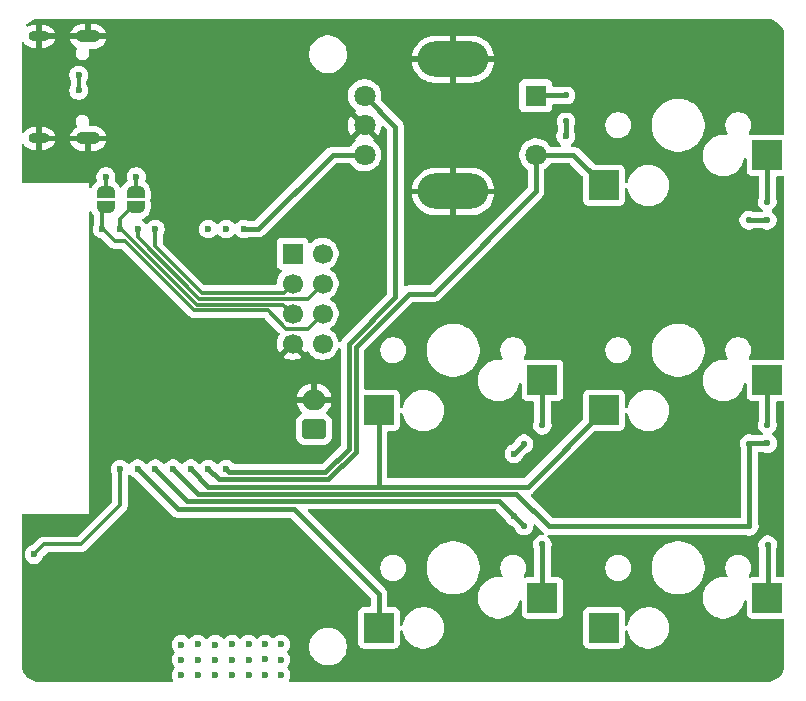
<source format=gbr>
%TF.GenerationSoftware,KiCad,Pcbnew,9.0.2*%
%TF.CreationDate,2025-07-23T19:01:54-06:00*%
%TF.ProjectId,macro devboard ESP32,6d616372-6f20-4646-9576-626f61726420,rev?*%
%TF.SameCoordinates,Original*%
%TF.FileFunction,Copper,L4,Bot*%
%TF.FilePolarity,Positive*%
%FSLAX46Y46*%
G04 Gerber Fmt 4.6, Leading zero omitted, Abs format (unit mm)*
G04 Created by KiCad (PCBNEW 9.0.2) date 2025-07-23 19:01:54*
%MOMM*%
%LPD*%
G01*
G04 APERTURE LIST*
G04 Aperture macros list*
%AMRoundRect*
0 Rectangle with rounded corners*
0 $1 Rounding radius*
0 $2 $3 $4 $5 $6 $7 $8 $9 X,Y pos of 4 corners*
0 Add a 4 corners polygon primitive as box body*
4,1,4,$2,$3,$4,$5,$6,$7,$8,$9,$2,$3,0*
0 Add four circle primitives for the rounded corners*
1,1,$1+$1,$2,$3*
1,1,$1+$1,$4,$5*
1,1,$1+$1,$6,$7*
1,1,$1+$1,$8,$9*
0 Add four rect primitives between the rounded corners*
20,1,$1+$1,$2,$3,$4,$5,0*
20,1,$1+$1,$4,$5,$6,$7,0*
20,1,$1+$1,$6,$7,$8,$9,0*
20,1,$1+$1,$8,$9,$2,$3,0*%
%AMFreePoly0*
4,1,23,0.500000,-0.750000,0.000000,-0.750000,0.000000,-0.745722,-0.065263,-0.745722,-0.191342,-0.711940,-0.304381,-0.646677,-0.396677,-0.554381,-0.461940,-0.441342,-0.495722,-0.315263,-0.495722,-0.250000,-0.500000,-0.250000,-0.500000,0.250000,-0.495722,0.250000,-0.495722,0.315263,-0.461940,0.441342,-0.396677,0.554381,-0.304381,0.646677,-0.191342,0.711940,-0.065263,0.745722,0.000000,0.745722,
0.000000,0.750000,0.500000,0.750000,0.500000,-0.750000,0.500000,-0.750000,$1*%
%AMFreePoly1*
4,1,23,0.000000,0.745722,0.065263,0.745722,0.191342,0.711940,0.304381,0.646677,0.396677,0.554381,0.461940,0.441342,0.495722,0.315263,0.495722,0.250000,0.500000,0.250000,0.500000,-0.250000,0.495722,-0.250000,0.495722,-0.315263,0.461940,-0.441342,0.396677,-0.554381,0.304381,-0.646677,0.191342,-0.711940,0.065263,-0.745722,0.000000,-0.745722,0.000000,-0.750000,-0.500000,-0.750000,
-0.500000,0.750000,0.000000,0.750000,0.000000,0.745722,0.000000,0.745722,$1*%
G04 Aperture macros list end*
%TA.AperFunction,SMDPad,CuDef*%
%ADD10R,2.550000X2.500000*%
%TD*%
%TA.AperFunction,ComponentPad*%
%ADD11R,1.800000X1.800000*%
%TD*%
%TA.AperFunction,ComponentPad*%
%ADD12C,1.800000*%
%TD*%
%TA.AperFunction,ComponentPad*%
%ADD13O,6.000000X3.000000*%
%TD*%
%TA.AperFunction,HeatsinkPad*%
%ADD14C,0.600000*%
%TD*%
%TA.AperFunction,ComponentPad*%
%ADD15O,2.100000X1.050000*%
%TD*%
%TA.AperFunction,ComponentPad*%
%ADD16O,1.800000X0.900000*%
%TD*%
%TA.AperFunction,SMDPad,CuDef*%
%ADD17RoundRect,0.125000X0.000000X-0.176777X0.176777X0.000000X0.000000X0.176777X-0.176777X0.000000X0*%
%TD*%
%TA.AperFunction,SMDPad,CuDef*%
%ADD18FreePoly0,270.000000*%
%TD*%
%TA.AperFunction,SMDPad,CuDef*%
%ADD19FreePoly1,270.000000*%
%TD*%
%TA.AperFunction,ComponentPad*%
%ADD20RoundRect,0.250000X0.750000X-0.600000X0.750000X0.600000X-0.750000X0.600000X-0.750000X-0.600000X0*%
%TD*%
%TA.AperFunction,ComponentPad*%
%ADD21O,2.000000X1.700000*%
%TD*%
%TA.AperFunction,ComponentPad*%
%ADD22R,1.700000X1.700000*%
%TD*%
%TA.AperFunction,ComponentPad*%
%ADD23C,1.700000*%
%TD*%
%TA.AperFunction,SMDPad,CuDef*%
%ADD24RoundRect,0.125000X-0.176777X0.000000X0.000000X-0.176777X0.176777X0.000000X0.000000X0.176777X0*%
%TD*%
%TA.AperFunction,SMDPad,CuDef*%
%ADD25RoundRect,0.125000X0.125000X-0.125000X0.125000X0.125000X-0.125000X0.125000X-0.125000X-0.125000X0*%
%TD*%
%TA.AperFunction,ViaPad*%
%ADD26C,0.600000*%
%TD*%
%TA.AperFunction,Conductor*%
%ADD27C,0.400000*%
%TD*%
%TA.AperFunction,Conductor*%
%ADD28C,0.300000*%
%TD*%
G04 APERTURE END LIST*
D10*
%TO.P,SW6,1,1*%
%TO.N,col0*%
X238800000Y-92065000D03*
%TO.P,SW6,2,2*%
%TO.N,Net-(D3-A)*%
X252650000Y-89525000D03*
%TD*%
D11*
%TO.P,S1,1*%
%TO.N,Net-(D7-A)*%
X233040000Y-47020000D03*
D12*
%TO.P,S1,2*%
%TO.N,col2*%
X233040000Y-52020000D03*
%TO.P,S1,A,CHANNEL_A*%
%TO.N,ROT1*%
X218540000Y-47020000D03*
%TO.P,S1,B,CHANNEL_B*%
%TO.N,ROT2*%
X218540000Y-52020000D03*
%TO.P,S1,C,COMMON*%
%TO.N,GND*%
X218540000Y-49520000D03*
D13*
%TO.P,S1,SH1,SHIELD*%
X226040000Y-43920000D03*
%TO.P,S1,SH2,SHIELD__1*%
X226040000Y-55120000D03*
%TD*%
D14*
%TO.P,U1,19,GND*%
%TO.N,GND*%
X201970000Y-68540000D03*
X203070000Y-68540000D03*
X201420000Y-67990000D03*
X202520000Y-67990000D03*
X203620000Y-67990000D03*
X201970000Y-67440000D03*
X203070000Y-67440000D03*
X201420000Y-66890000D03*
X202520000Y-66890000D03*
X203620000Y-66890000D03*
X201970000Y-66340000D03*
X203070000Y-66340000D03*
%TD*%
D10*
%TO.P,SW9,1,1*%
%TO.N,col1*%
X219750000Y-73650000D03*
%TO.P,SW9,2,2*%
%TO.N,Net-(D6-A)*%
X233600000Y-71110000D03*
%TD*%
D15*
%TO.P,J1,SH1,SHIELD*%
%TO.N,GND*%
X195140000Y-41990000D03*
%TO.P,J1,SH2,SHIELD__1*%
X195140000Y-50630000D03*
D16*
%TO.P,J1,SH3,SHIELD__2*%
X190960000Y-41990000D03*
%TO.P,J1,SH4,SHIELD__3*%
X190960000Y-50630000D03*
%TD*%
D10*
%TO.P,SW7,1,1*%
%TO.N,col1*%
X238800000Y-73650000D03*
%TO.P,SW7,2,2*%
%TO.N,Net-(D4-A)*%
X252650000Y-71110000D03*
%TD*%
%TO.P,SW8,1,1*%
%TO.N,col0*%
X219750000Y-92065000D03*
%TO.P,SW8,2,2*%
%TO.N,Net-(D5-A)*%
X233600000Y-89525000D03*
%TD*%
%TO.P,SW1,1,1*%
%TO.N,col2*%
X238800000Y-54600000D03*
%TO.P,SW1,2,2*%
%TO.N,Net-(D2-A)*%
X252650000Y-52060000D03*
%TD*%
D17*
%TO.P,D4,1,K*%
%TO.N,row0*%
X251094366Y-76465634D03*
%TO.P,D4,2,A*%
%TO.N,Net-(D4-A)*%
X252650000Y-74910000D03*
%TD*%
%TO.P,D6,1,K*%
%TO.N,row1*%
X232034366Y-76485634D03*
%TO.P,D6,2,A*%
%TO.N,Net-(D6-A)*%
X233590000Y-74930000D03*
%TD*%
D18*
%TO.P,JP10,1,A*%
%TO.N,Net-(JP10-A)*%
X199160000Y-55170000D03*
D19*
%TO.P,JP10,2,B*%
%TO.N,IO1*%
X199160000Y-56470000D03*
%TD*%
D20*
%TO.P,J2,1,Pin_1*%
%TO.N,VBAT*%
X214260000Y-75240000D03*
D21*
%TO.P,J2,2,Pin_2*%
%TO.N,GND*%
X214260000Y-72740000D03*
%TD*%
D22*
%TO.P,J3,1,Pin_1*%
%TO.N,IO20{slash}RXD*%
X212440000Y-60390000D03*
D23*
%TO.P,J3,2,Pin_2*%
%TO.N,IO21{slash}TXD*%
X214980000Y-60390000D03*
%TO.P,J3,3,Pin_3*%
%TO.N,IO3*%
X212440000Y-62930000D03*
%TO.P,J3,4,Pin_4*%
%TO.N,IO2*%
X214980000Y-62930000D03*
%TO.P,J3,5,Pin_5*%
%TO.N,IO1*%
X212440000Y-65470000D03*
%TO.P,J3,6,Pin_6*%
%TO.N,IO0*%
X214980000Y-65470000D03*
%TO.P,J3,7,Pin_7*%
%TO.N,GND*%
X212440000Y-68010000D03*
%TO.P,J3,8,Pin_8*%
%TO.N,VDD*%
X214980000Y-68010000D03*
%TD*%
D24*
%TO.P,D3,1,K*%
%TO.N,row0*%
X251114366Y-83474366D03*
%TO.P,D3,2,A*%
%TO.N,Net-(D3-A)*%
X252670000Y-85030000D03*
%TD*%
D25*
%TO.P,D7,1,K*%
%TO.N,row1*%
X235590000Y-49190000D03*
%TO.P,D7,2,A*%
%TO.N,Net-(D7-A)*%
X235590000Y-46990000D03*
%TD*%
D18*
%TO.P,JP11,1,A*%
%TO.N,Net-(JP11-A)*%
X196630000Y-55160000D03*
D19*
%TO.P,JP11,2,B*%
%TO.N,IO0*%
X196630000Y-56460000D03*
%TD*%
D17*
%TO.P,D2,1,K*%
%TO.N,row0*%
X251074366Y-57545634D03*
%TO.P,D2,2,A*%
%TO.N,Net-(D2-A)*%
X252630000Y-55990000D03*
%TD*%
D24*
%TO.P,D5,1,K*%
%TO.N,row1*%
X232024366Y-83434366D03*
%TO.P,D5,2,A*%
%TO.N,Net-(D5-A)*%
X233580000Y-84990000D03*
%TD*%
D26*
%TO.N,row0*%
X202327500Y-78610000D03*
X252620000Y-57540000D03*
X252650000Y-76450000D03*
%TO.N,row1*%
X200827500Y-78610000D03*
X235580000Y-50440000D03*
X231210000Y-82620000D03*
X231190000Y-77330000D03*
%TO.N,GND*%
X223720000Y-47560000D03*
X208720000Y-73560000D03*
X245720000Y-81560000D03*
X249720000Y-59560000D03*
X223420000Y-66170000D03*
X208720000Y-75560000D03*
X247720000Y-55560000D03*
X198720000Y-65560000D03*
X245720000Y-61560000D03*
X198720000Y-75560000D03*
X208450000Y-52210000D03*
X200570000Y-44580000D03*
X196720000Y-91560000D03*
X247720000Y-61560000D03*
X210660000Y-84220000D03*
X251720000Y-43560000D03*
X241720000Y-45560000D03*
X231720000Y-65560000D03*
X249720000Y-43560000D03*
X237720000Y-65560000D03*
X239720000Y-77560000D03*
X235720000Y-41560000D03*
X229720000Y-95560000D03*
X204720000Y-75560000D03*
X247720000Y-81560000D03*
X200720000Y-73560000D03*
X251720000Y-41560000D03*
X231720000Y-43560000D03*
X233720000Y-67560000D03*
X247720000Y-79560000D03*
X233720000Y-41560000D03*
X245720000Y-55560000D03*
X223720000Y-83560000D03*
X231720000Y-93560000D03*
X190720000Y-45560000D03*
X233720000Y-93560000D03*
X208450000Y-50360000D03*
X245720000Y-63560000D03*
X237720000Y-63560000D03*
X194720000Y-95560000D03*
X206720000Y-73560000D03*
X243720000Y-79560000D03*
X249720000Y-45560000D03*
X202720000Y-75560000D03*
X245720000Y-91560000D03*
X198720000Y-71560000D03*
X196720000Y-71560000D03*
X241720000Y-63560000D03*
X249720000Y-81560000D03*
X241720000Y-47560000D03*
X243720000Y-81560000D03*
X239720000Y-43560000D03*
X239720000Y-47560000D03*
X227720000Y-75560000D03*
X208770000Y-91490000D03*
X201610000Y-49082500D03*
X225720000Y-93560000D03*
X192720000Y-43560000D03*
X243720000Y-77560000D03*
X245720000Y-41560000D03*
X227720000Y-47560000D03*
X239720000Y-95560000D03*
X229720000Y-45560000D03*
X196720000Y-73560000D03*
X227720000Y-95560000D03*
X227720000Y-49560000D03*
X235720000Y-79560000D03*
X208720000Y-71560000D03*
X232530000Y-78010000D03*
X237720000Y-71560000D03*
X196720000Y-93560000D03*
X227720000Y-91560000D03*
X239720000Y-51560000D03*
X235720000Y-85560000D03*
X237720000Y-95560000D03*
X235720000Y-93560000D03*
X239720000Y-71560000D03*
X229720000Y-41560000D03*
X233720000Y-61560000D03*
X229720000Y-49560000D03*
X247720000Y-95560000D03*
X237720000Y-47560000D03*
X239720000Y-89560000D03*
X249720000Y-57560000D03*
X196720000Y-69560000D03*
X235720000Y-81560000D03*
X206720000Y-71560000D03*
X190170000Y-92690000D03*
X208720000Y-66540000D03*
X216190000Y-47380000D03*
X243720000Y-43560000D03*
X249720000Y-63560000D03*
X231720000Y-59560000D03*
X239720000Y-59560000D03*
X221720000Y-47560000D03*
X249720000Y-95560000D03*
X253000000Y-79550000D03*
X245720000Y-57560000D03*
X239720000Y-41560000D03*
X204720000Y-71560000D03*
X245720000Y-59560000D03*
X251720000Y-45560000D03*
X245720000Y-65560000D03*
X235720000Y-43560000D03*
X237720000Y-81560000D03*
X192720000Y-41560000D03*
X222310000Y-53580000D03*
X229720000Y-75560000D03*
X225720000Y-83560000D03*
X208480000Y-54030000D03*
X227720000Y-93560000D03*
X229720000Y-65560000D03*
X237720000Y-85560000D03*
X221720000Y-89560000D03*
X247720000Y-59560000D03*
X233720000Y-63560000D03*
X247720000Y-43560000D03*
X241720000Y-43560000D03*
X229720000Y-47560000D03*
X205580000Y-56690000D03*
X241720000Y-95560000D03*
X249720000Y-61560000D03*
X247720000Y-41560000D03*
X233720000Y-65560000D03*
X235720000Y-91560000D03*
X229720000Y-83560000D03*
X208210000Y-88180000D03*
X229720000Y-51560000D03*
X231720000Y-53560000D03*
X241720000Y-49560000D03*
X245720000Y-71560000D03*
X227720000Y-63560000D03*
X191890000Y-90840000D03*
X208790000Y-55310000D03*
X229720000Y-73560000D03*
X237720000Y-45560000D03*
X221720000Y-95560000D03*
X225720000Y-49560000D03*
X223720000Y-41560000D03*
X202720000Y-73560000D03*
X219720000Y-41560000D03*
X190720000Y-47560000D03*
X249720000Y-75560000D03*
X245720000Y-73560000D03*
X241720000Y-77560000D03*
X196720000Y-95560000D03*
X198720000Y-69560000D03*
X245720000Y-43560000D03*
X202720000Y-71560000D03*
X225720000Y-71560000D03*
X221720000Y-41560000D03*
X241720000Y-57560000D03*
X202970000Y-55530000D03*
X196720000Y-67560000D03*
X210390000Y-55310000D03*
X225720000Y-47560000D03*
X249720000Y-93560000D03*
X239720000Y-65560000D03*
X241720000Y-87560000D03*
X249720000Y-77560000D03*
X200720000Y-95560000D03*
X235720000Y-95560000D03*
X227720000Y-41560000D03*
X237720000Y-79560000D03*
X204720000Y-73560000D03*
X196720000Y-65560000D03*
X229720000Y-63560000D03*
X198720000Y-63560000D03*
X239720000Y-61560000D03*
X243720000Y-61560000D03*
X204530000Y-53920000D03*
X206980000Y-55330000D03*
X237720000Y-61560000D03*
X241720000Y-41560000D03*
X225720000Y-95560000D03*
X205760000Y-52190000D03*
X239720000Y-81560000D03*
X253000000Y-81550000D03*
X237720000Y-67560000D03*
X225720000Y-41560000D03*
X233720000Y-43560000D03*
X241720000Y-59560000D03*
X208720000Y-69560000D03*
X243720000Y-45560000D03*
X227720000Y-57560000D03*
X243720000Y-59560000D03*
X223440000Y-76800000D03*
X247720000Y-73560000D03*
X229720000Y-53560000D03*
X231720000Y-41560000D03*
X239720000Y-63560000D03*
X200720000Y-71560000D03*
X245720000Y-79560000D03*
X241720000Y-89560000D03*
X247720000Y-77560000D03*
X247720000Y-65560000D03*
X229720000Y-93560000D03*
X223720000Y-95560000D03*
X225720000Y-57560000D03*
X241720000Y-61560000D03*
X221720000Y-83560000D03*
X241720000Y-85560000D03*
X200720000Y-63570000D03*
X237720000Y-49560000D03*
X208450000Y-48630000D03*
X231720000Y-63560000D03*
X247720000Y-63560000D03*
X249720000Y-41560000D03*
X237720000Y-89560000D03*
X247720000Y-75560000D03*
X237720000Y-77560000D03*
X243720000Y-57560000D03*
X241720000Y-69560000D03*
X225720000Y-77560000D03*
X204720000Y-61560000D03*
X227720000Y-77560000D03*
X233720000Y-49560000D03*
X237720000Y-69560000D03*
X210633474Y-59090000D03*
X247720000Y-47560000D03*
X233720000Y-57560000D03*
X190720000Y-43560000D03*
X245720000Y-93560000D03*
X231720000Y-73560000D03*
X227720000Y-73560000D03*
X249720000Y-47560000D03*
X198720000Y-67560000D03*
X206720000Y-69560000D03*
X249720000Y-65560000D03*
X235720000Y-45560000D03*
X196720000Y-61560000D03*
X245720000Y-75560000D03*
X223720000Y-89560000D03*
X231720000Y-95560000D03*
X192720000Y-95560000D03*
X206720000Y-75560000D03*
X235720000Y-74850000D03*
X221720000Y-45560000D03*
X199700000Y-91270000D03*
X196720000Y-63560000D03*
X241720000Y-51560000D03*
X251720000Y-47560000D03*
X227720000Y-83560000D03*
X225720000Y-75560000D03*
X200790000Y-84565000D03*
X198720000Y-73560000D03*
X231720000Y-49560000D03*
X204220000Y-58040000D03*
X192720000Y-49560000D03*
X241720000Y-65560000D03*
X223720000Y-61560000D03*
X245720000Y-53560000D03*
X233720000Y-59560000D03*
X231720000Y-61560000D03*
X233720000Y-95560000D03*
X249720000Y-79560000D03*
X225720000Y-51560000D03*
X211000000Y-70440000D03*
X200720000Y-75560000D03*
X237720000Y-87560000D03*
X239720000Y-57560000D03*
X219720000Y-43560000D03*
X205760000Y-48640000D03*
X237720000Y-59560000D03*
X206720000Y-61560000D03*
X223720000Y-51560000D03*
X208720000Y-61560000D03*
X243720000Y-41560000D03*
X251720000Y-93560000D03*
X249720000Y-55560000D03*
X205760000Y-50350000D03*
X243720000Y-65560000D03*
X241720000Y-67560000D03*
X229720000Y-85560000D03*
X201710000Y-57380000D03*
X194720000Y-89560000D03*
X235720000Y-87560000D03*
X221720000Y-43560000D03*
X239720000Y-45560000D03*
X198720000Y-95560000D03*
X241720000Y-81560000D03*
X225720000Y-59560000D03*
X229720000Y-61560000D03*
X227720000Y-51560000D03*
X241720000Y-79560000D03*
X235720000Y-89560000D03*
X223720000Y-49560000D03*
X194780000Y-87202500D03*
X210720000Y-61560000D03*
X245720000Y-95560000D03*
X223720000Y-57560000D03*
X196720000Y-75560000D03*
X207380000Y-84230000D03*
X243720000Y-95560000D03*
X199440000Y-52370000D03*
X245720000Y-77560000D03*
X190520000Y-89560000D03*
X223720000Y-59560000D03*
X249720000Y-73560000D03*
X225720000Y-65560000D03*
X229720000Y-77560000D03*
X227720000Y-65560000D03*
X237720000Y-43560000D03*
X245720000Y-45560000D03*
X237720000Y-57560000D03*
X212720000Y-41560000D03*
X251720000Y-95560000D03*
X194720000Y-93560000D03*
X198710000Y-61550000D03*
X237720000Y-41560000D03*
X247720000Y-57560000D03*
X209030000Y-84230000D03*
X237720000Y-51560000D03*
X243720000Y-63560000D03*
X239720000Y-79560000D03*
X247720000Y-93560000D03*
X247720000Y-45560000D03*
X194720000Y-91560000D03*
X206720000Y-67560000D03*
%TO.N,/Din-*%
X194340000Y-45260000D03*
X194344670Y-46559999D03*
%TO.N,IO1*%
X197830000Y-58310000D03*
%TO.N,IO20{slash}RXD*%
X206820000Y-58300000D03*
%TO.N,IO3*%
X200822500Y-58325000D03*
%TO.N,IO21{slash}TXD*%
X205320000Y-58300000D03*
%TO.N,IO2*%
X199320000Y-58320000D03*
%TO.N,IO0*%
X196312500Y-58300000D03*
%TO.N,ROT1*%
X206817500Y-78620000D03*
%TO.N,ROT2*%
X208320000Y-58300000D03*
%TO.N,Net-(JP10-A)*%
X199220000Y-53860000D03*
%TO.N,Net-(JP11-A)*%
X196640000Y-53860000D03*
%TO.N,VBAT*%
X207320000Y-93470000D03*
X211460000Y-93470000D03*
X208710000Y-93470000D03*
X203010000Y-94760000D03*
X204420000Y-93470000D03*
X210120000Y-93460000D03*
X210120000Y-94740000D03*
X203010000Y-96060000D03*
X208710000Y-94750000D03*
X204420000Y-96050000D03*
X203010000Y-93480000D03*
X205910000Y-94760000D03*
X208710000Y-96050000D03*
X210120000Y-96040000D03*
X211460000Y-94750000D03*
X205910000Y-96060000D03*
X204420000Y-94750000D03*
X211460000Y-96050000D03*
X207320000Y-94750000D03*
X205910000Y-93480000D03*
X207320000Y-96050000D03*
%TO.N,EN*%
X190550000Y-85850000D03*
X197830000Y-78620000D03*
%TO.N,col2*%
X205317500Y-78620000D03*
%TO.N,col0*%
X199327500Y-78610000D03*
%TO.N,col1*%
X203827500Y-78610000D03*
%TD*%
D27*
%TO.N,Net-(D2-A)*%
X252930000Y-52340000D02*
X252650000Y-52060000D01*
X252650000Y-52060000D02*
X252650000Y-55970000D01*
X252660000Y-52050000D02*
X252650000Y-52060000D01*
X252650000Y-55970000D02*
X252630000Y-55990000D01*
%TO.N,row0*%
X251110000Y-76450000D02*
X251094366Y-76465634D01*
X234164366Y-83474366D02*
X231390000Y-80700000D01*
X251080000Y-57540000D02*
X251074366Y-57545634D01*
X231390000Y-80700000D02*
X204417500Y-80700000D01*
X251114366Y-83474366D02*
X234164366Y-83474366D01*
X204417500Y-80700000D02*
X202327500Y-78610000D01*
X251094366Y-76465634D02*
X251094366Y-76874366D01*
X252650000Y-76450000D02*
X251110000Y-76450000D01*
X251114366Y-76894366D02*
X251114366Y-83474366D01*
X252620000Y-57540000D02*
X251080000Y-57540000D01*
X251094366Y-76874366D02*
X251114366Y-76894366D01*
%TO.N,Net-(D3-A)*%
X252670000Y-89505000D02*
X252650000Y-89525000D01*
X252670000Y-85030000D02*
X252670000Y-89505000D01*
%TO.N,Net-(D4-A)*%
X252650000Y-74910000D02*
X252650000Y-71110000D01*
%TO.N,row1*%
X229900000Y-81310000D02*
X203527500Y-81310000D01*
X203527500Y-81310000D02*
X200827500Y-78610000D01*
X235580000Y-49200000D02*
X235590000Y-49190000D01*
X235580000Y-50440000D02*
X235580000Y-49200000D01*
X231190000Y-77330000D02*
X232034366Y-76485634D01*
X232024366Y-83434366D02*
X229900000Y-81310000D01*
%TO.N,Net-(D5-A)*%
X233580000Y-84990000D02*
X233580000Y-89505000D01*
X233580000Y-89505000D02*
X233600000Y-89525000D01*
%TO.N,Net-(D6-A)*%
X233590000Y-74930000D02*
X233590000Y-71120000D01*
X233590000Y-71120000D02*
X233600000Y-71110000D01*
%TO.N,Net-(D7-A)*%
X235590000Y-46990000D02*
X233070000Y-46990000D01*
X233070000Y-46990000D02*
X233040000Y-47020000D01*
D28*
%TO.N,/Din-*%
X194340000Y-46555329D02*
X194344670Y-46559999D01*
X194340000Y-45260000D02*
X194340000Y-46555329D01*
%TO.N,IO1*%
X197945000Y-58310000D02*
X204326000Y-64691000D01*
X197830000Y-58310000D02*
X197945000Y-58310000D01*
X197830000Y-58310000D02*
X197830000Y-57480000D01*
X197830000Y-57480000D02*
X198840000Y-56470000D01*
X211671000Y-64691000D02*
X212450000Y-65470000D01*
X198840000Y-56470000D02*
X199160000Y-56470000D01*
X204326000Y-64691000D02*
X211671000Y-64691000D01*
%TO.N,IO3*%
X211691000Y-63689000D02*
X212450000Y-62930000D01*
X200822500Y-58325000D02*
X200822500Y-59770460D01*
X200822500Y-59770460D02*
X204741040Y-63689000D01*
X204741040Y-63689000D02*
X211691000Y-63689000D01*
%TO.N,IO2*%
X199322500Y-58322500D02*
X199322500Y-58978980D01*
X204533520Y-64190000D02*
X213730000Y-64190000D01*
X199322500Y-58978980D02*
X204533520Y-64190000D01*
X199320000Y-58320000D02*
X199322500Y-58322500D01*
X213730000Y-64190000D02*
X214990000Y-62930000D01*
%TO.N,IO0*%
X213720000Y-66740000D02*
X214990000Y-65470000D01*
X196417500Y-58300000D02*
X197417500Y-59300000D01*
X211910000Y-66740000D02*
X213720000Y-66740000D01*
X198226480Y-59300000D02*
X204118480Y-65192000D01*
X204118480Y-65192000D02*
X210362000Y-65192000D01*
X196312500Y-58300000D02*
X196312500Y-56777500D01*
X210362000Y-65192000D02*
X211910000Y-66740000D01*
X197417500Y-59300000D02*
X198226480Y-59300000D01*
X196312500Y-58300000D02*
X196417500Y-58300000D01*
X196312500Y-56777500D02*
X196630000Y-56460000D01*
D27*
%TO.N,ROT1*%
X215223116Y-78897000D02*
X217209000Y-76911116D01*
X221150000Y-49630000D02*
X218540000Y-47020000D01*
X221150000Y-64087003D02*
X221150000Y-49630000D01*
X206817500Y-78620000D02*
X207094500Y-78897000D01*
X217209000Y-76911116D02*
X217209000Y-68028003D01*
X207094500Y-78897000D02*
X215223116Y-78897000D01*
X217209000Y-68028003D02*
X221150000Y-64087003D01*
%TO.N,ROT2*%
X215830000Y-52020000D02*
X218540000Y-52020000D01*
X215830000Y-52020000D02*
X209550000Y-58300000D01*
X209550000Y-58300000D02*
X208320000Y-58300000D01*
D28*
%TO.N,Net-(JP10-A)*%
X199220000Y-53860000D02*
X199220000Y-55110000D01*
X199220000Y-55110000D02*
X199160000Y-55170000D01*
%TO.N,Net-(JP11-A)*%
X196640000Y-53860000D02*
X196640000Y-55150000D01*
X196640000Y-55150000D02*
X196630000Y-55160000D01*
%TO.N,EN*%
X190550000Y-85850000D02*
X191400000Y-85000000D01*
X197830000Y-81670000D02*
X197830000Y-78620000D01*
X194500000Y-85000000D02*
X197830000Y-81670000D01*
X191400000Y-85000000D02*
X194500000Y-85000000D01*
D27*
%TO.N,col2*%
X224400000Y-63760000D02*
X233040000Y-55120000D01*
X215472058Y-79498000D02*
X217810000Y-77160058D01*
X217810000Y-68276945D02*
X222326945Y-63760000D01*
X205317500Y-78620000D02*
X206195500Y-79498000D01*
X233040000Y-55120000D02*
X233040000Y-52020000D01*
X238790000Y-54610000D02*
X238800000Y-54600000D01*
X238800000Y-54600000D02*
X236220000Y-52020000D01*
X222326945Y-63760000D02*
X224400000Y-63760000D01*
X206195500Y-79498000D02*
X215472058Y-79498000D01*
X217810000Y-77160058D02*
X217810000Y-68276945D01*
X236220000Y-52020000D02*
X233040000Y-52020000D01*
%TO.N,col0*%
X212590000Y-82030000D02*
X219750000Y-89190000D01*
X202747500Y-82030000D02*
X212590000Y-82030000D01*
X199327500Y-78610000D02*
X202747500Y-82030000D01*
X219750000Y-89190000D02*
X219750000Y-92065000D01*
%TO.N,col1*%
X219170000Y-73650000D02*
X219750000Y-73650000D01*
X219750000Y-76070000D02*
X219750000Y-74230000D01*
X219750000Y-73650000D02*
X219750000Y-76070000D01*
X219750000Y-74230000D02*
X219170000Y-73650000D01*
X219750000Y-76070000D02*
X219750000Y-80100000D01*
X219750000Y-80099000D02*
X219750000Y-76070000D01*
X232350000Y-80100000D02*
X238800000Y-73650000D01*
X203827500Y-78610000D02*
X205316500Y-80099000D01*
X205316500Y-80099000D02*
X219750000Y-80099000D01*
X219750000Y-73650000D02*
X220750000Y-73650000D01*
X219750000Y-80100000D02*
X232350000Y-80100000D01*
%TD*%
%TA.AperFunction,Conductor*%
%TO.N,GND*%
G36*
X195425203Y-56816658D02*
G01*
X195458558Y-56862915D01*
X195466428Y-56881912D01*
X195476302Y-56905750D01*
X195476303Y-56905751D01*
X195542120Y-57019749D01*
X195542132Y-57019767D01*
X195592786Y-57085779D01*
X195622459Y-57124449D01*
X195622464Y-57124454D01*
X195625681Y-57127671D01*
X195659166Y-57188994D01*
X195662000Y-57215352D01*
X195662000Y-57795064D01*
X195642315Y-57862103D01*
X195641103Y-57863954D01*
X195603108Y-57920817D01*
X195603102Y-57920828D01*
X195542764Y-58066498D01*
X195542761Y-58066510D01*
X195512000Y-58221153D01*
X195512000Y-58378846D01*
X195542761Y-58533489D01*
X195542764Y-58533501D01*
X195603102Y-58679172D01*
X195603109Y-58679185D01*
X195690710Y-58810288D01*
X195690713Y-58810292D01*
X195802207Y-58921786D01*
X195802211Y-58921789D01*
X195933314Y-59009390D01*
X195933327Y-59009397D01*
X196078998Y-59069735D01*
X196079003Y-59069737D01*
X196212051Y-59096202D01*
X196233653Y-59100499D01*
X196233656Y-59100500D01*
X196233658Y-59100500D01*
X196246692Y-59100500D01*
X196313731Y-59120185D01*
X196334373Y-59136819D01*
X197002825Y-59805272D01*
X197002831Y-59805277D01*
X197109374Y-59876466D01*
X197178721Y-59905189D01*
X197227756Y-59925501D01*
X197227759Y-59925501D01*
X197227760Y-59925502D01*
X197353428Y-59950500D01*
X197353431Y-59950500D01*
X197905672Y-59950500D01*
X197972711Y-59970185D01*
X197993353Y-59986819D01*
X203703806Y-65697273D01*
X203703807Y-65697274D01*
X203703810Y-65697276D01*
X203800430Y-65761835D01*
X203800433Y-65761837D01*
X203810346Y-65768461D01*
X203810353Y-65768465D01*
X203928736Y-65817501D01*
X203928740Y-65817501D01*
X203928741Y-65817502D01*
X204054408Y-65842500D01*
X204054411Y-65842500D01*
X210041192Y-65842500D01*
X210108231Y-65862185D01*
X210128873Y-65878819D01*
X211322897Y-67072843D01*
X211356382Y-67134166D01*
X211351398Y-67203858D01*
X211335535Y-67233409D01*
X211285376Y-67302446D01*
X211188904Y-67491782D01*
X211123242Y-67693869D01*
X211123242Y-67693872D01*
X211090000Y-67903753D01*
X211090000Y-68116246D01*
X211123242Y-68326127D01*
X211123242Y-68326130D01*
X211188904Y-68528217D01*
X211285375Y-68717550D01*
X211324728Y-68771716D01*
X211957036Y-68139407D01*
X211974075Y-68202993D01*
X212039901Y-68317007D01*
X212132993Y-68410099D01*
X212247007Y-68475925D01*
X212310590Y-68492962D01*
X211678282Y-69125269D01*
X211678282Y-69125270D01*
X211732449Y-69164624D01*
X211921782Y-69261095D01*
X212123870Y-69326757D01*
X212333754Y-69360000D01*
X212546246Y-69360000D01*
X212756127Y-69326757D01*
X212756130Y-69326757D01*
X212958217Y-69261095D01*
X213147554Y-69164622D01*
X213201716Y-69125270D01*
X213201717Y-69125270D01*
X212569408Y-68492962D01*
X212632993Y-68475925D01*
X212747007Y-68410099D01*
X212840099Y-68317007D01*
X212905925Y-68202993D01*
X212922962Y-68139409D01*
X213555270Y-68771717D01*
X213555270Y-68771716D01*
X213594622Y-68717555D01*
X213599232Y-68708507D01*
X213647205Y-68657709D01*
X213715025Y-68640912D01*
X213781161Y-68663447D01*
X213820204Y-68708504D01*
X213824949Y-68717817D01*
X213949890Y-68889786D01*
X214100213Y-69040109D01*
X214272179Y-69165048D01*
X214272181Y-69165049D01*
X214272184Y-69165051D01*
X214461588Y-69261557D01*
X214663757Y-69327246D01*
X214873713Y-69360500D01*
X214873714Y-69360500D01*
X215086286Y-69360500D01*
X215086287Y-69360500D01*
X215296243Y-69327246D01*
X215498412Y-69261557D01*
X215687816Y-69165051D01*
X215742572Y-69125269D01*
X215859786Y-69040109D01*
X215859788Y-69040106D01*
X215859792Y-69040104D01*
X216010104Y-68889792D01*
X216010106Y-68889788D01*
X216010109Y-68889786D01*
X216135048Y-68717820D01*
X216135050Y-68717817D01*
X216135051Y-68717816D01*
X216231557Y-68528412D01*
X216266570Y-68420653D01*
X216306006Y-68362979D01*
X216370365Y-68335781D01*
X216439211Y-68347696D01*
X216490687Y-68394940D01*
X216508500Y-68458973D01*
X216508500Y-76569597D01*
X216488815Y-76636636D01*
X216472181Y-76657278D01*
X214969278Y-78160181D01*
X214907955Y-78193666D01*
X214881597Y-78196500D01*
X207563559Y-78196500D01*
X207496520Y-78176815D01*
X207460456Y-78141390D01*
X207456055Y-78134804D01*
X207439289Y-78109711D01*
X207439288Y-78109710D01*
X207439287Y-78109708D01*
X207327792Y-77998213D01*
X207327788Y-77998210D01*
X207196685Y-77910609D01*
X207196672Y-77910602D01*
X207051001Y-77850264D01*
X207050989Y-77850261D01*
X206896345Y-77819500D01*
X206896342Y-77819500D01*
X206738658Y-77819500D01*
X206738655Y-77819500D01*
X206584010Y-77850261D01*
X206583998Y-77850264D01*
X206438327Y-77910602D01*
X206438314Y-77910609D01*
X206307211Y-77998210D01*
X206307207Y-77998213D01*
X206195713Y-78109707D01*
X206170602Y-78147289D01*
X206116989Y-78192093D01*
X206047664Y-78200800D01*
X205984637Y-78170645D01*
X205964398Y-78147289D01*
X205953179Y-78130499D01*
X205939289Y-78109711D01*
X205939288Y-78109710D01*
X205939286Y-78109707D01*
X205827792Y-77998213D01*
X205827788Y-77998210D01*
X205696685Y-77910609D01*
X205696672Y-77910602D01*
X205551001Y-77850264D01*
X205550989Y-77850261D01*
X205396345Y-77819500D01*
X205396342Y-77819500D01*
X205238658Y-77819500D01*
X205238655Y-77819500D01*
X205084010Y-77850261D01*
X205083998Y-77850264D01*
X204938327Y-77910602D01*
X204938314Y-77910609D01*
X204807211Y-77998210D01*
X204807207Y-77998213D01*
X204695713Y-78109707D01*
X204695709Y-78109712D01*
X204678940Y-78134808D01*
X204625326Y-78179611D01*
X204556001Y-78188317D01*
X204492975Y-78158160D01*
X204472737Y-78134804D01*
X204469861Y-78130500D01*
X204449289Y-78099711D01*
X204449287Y-78099708D01*
X204337792Y-77988213D01*
X204337788Y-77988210D01*
X204206685Y-77900609D01*
X204206672Y-77900602D01*
X204061001Y-77840264D01*
X204060989Y-77840261D01*
X203906345Y-77809500D01*
X203906342Y-77809500D01*
X203748658Y-77809500D01*
X203748655Y-77809500D01*
X203594010Y-77840261D01*
X203593998Y-77840264D01*
X203448327Y-77900602D01*
X203448314Y-77900609D01*
X203317211Y-77988210D01*
X203317207Y-77988213D01*
X203205713Y-78099707D01*
X203180602Y-78137289D01*
X203126989Y-78182093D01*
X203057664Y-78190800D01*
X202994637Y-78160645D01*
X202974398Y-78137289D01*
X202949286Y-78099707D01*
X202837792Y-77988213D01*
X202837788Y-77988210D01*
X202706685Y-77900609D01*
X202706672Y-77900602D01*
X202561001Y-77840264D01*
X202560989Y-77840261D01*
X202406345Y-77809500D01*
X202406342Y-77809500D01*
X202248658Y-77809500D01*
X202248655Y-77809500D01*
X202094010Y-77840261D01*
X202093998Y-77840264D01*
X201948327Y-77900602D01*
X201948314Y-77900609D01*
X201817211Y-77988210D01*
X201817207Y-77988213D01*
X201705713Y-78099707D01*
X201680602Y-78137289D01*
X201626989Y-78182093D01*
X201557664Y-78190800D01*
X201494637Y-78160645D01*
X201474398Y-78137289D01*
X201449286Y-78099707D01*
X201337792Y-77988213D01*
X201337788Y-77988210D01*
X201206685Y-77900609D01*
X201206672Y-77900602D01*
X201061001Y-77840264D01*
X201060989Y-77840261D01*
X200906345Y-77809500D01*
X200906342Y-77809500D01*
X200748658Y-77809500D01*
X200748655Y-77809500D01*
X200594010Y-77840261D01*
X200593998Y-77840264D01*
X200448327Y-77900602D01*
X200448314Y-77900609D01*
X200317211Y-77988210D01*
X200317207Y-77988213D01*
X200205713Y-78099707D01*
X200180602Y-78137289D01*
X200126989Y-78182093D01*
X200057664Y-78190800D01*
X199994637Y-78160645D01*
X199974398Y-78137289D01*
X199949286Y-78099707D01*
X199837792Y-77988213D01*
X199837788Y-77988210D01*
X199706685Y-77900609D01*
X199706672Y-77900602D01*
X199561001Y-77840264D01*
X199560989Y-77840261D01*
X199406345Y-77809500D01*
X199406342Y-77809500D01*
X199248658Y-77809500D01*
X199248655Y-77809500D01*
X199094010Y-77840261D01*
X199093998Y-77840264D01*
X198948327Y-77900602D01*
X198948314Y-77900609D01*
X198817211Y-77988210D01*
X198817207Y-77988213D01*
X198705713Y-78099707D01*
X198705710Y-78099711D01*
X198678511Y-78140418D01*
X198624899Y-78185223D01*
X198555574Y-78193930D01*
X198492546Y-78163775D01*
X198472307Y-78140418D01*
X198451789Y-78109710D01*
X198340292Y-77998213D01*
X198340288Y-77998210D01*
X198209185Y-77910609D01*
X198209172Y-77910602D01*
X198063501Y-77850264D01*
X198063489Y-77850261D01*
X197908845Y-77819500D01*
X197908842Y-77819500D01*
X197751158Y-77819500D01*
X197751155Y-77819500D01*
X197596510Y-77850261D01*
X197596498Y-77850264D01*
X197450827Y-77910602D01*
X197450814Y-77910609D01*
X197319711Y-77998210D01*
X197319707Y-77998213D01*
X197208213Y-78109707D01*
X197208210Y-78109711D01*
X197120609Y-78240814D01*
X197120602Y-78240827D01*
X197060264Y-78386498D01*
X197060261Y-78386510D01*
X197029500Y-78541153D01*
X197029500Y-78698846D01*
X197060261Y-78853489D01*
X197060264Y-78853501D01*
X197120602Y-78999172D01*
X197120606Y-78999179D01*
X197158602Y-79056044D01*
X197179480Y-79122721D01*
X197179500Y-79124935D01*
X197179500Y-81349192D01*
X197159815Y-81416231D01*
X197143181Y-81436873D01*
X194266873Y-84313181D01*
X194205550Y-84346666D01*
X194179192Y-84349500D01*
X191335929Y-84349500D01*
X191210261Y-84374497D01*
X191210251Y-84374500D01*
X191161220Y-84394810D01*
X191091881Y-84423530D01*
X191091863Y-84423540D01*
X190985332Y-84494721D01*
X190985325Y-84494727D01*
X190447068Y-85032984D01*
X190385745Y-85066469D01*
X190383579Y-85066920D01*
X190316508Y-85080261D01*
X190316498Y-85080264D01*
X190170827Y-85140602D01*
X190170814Y-85140609D01*
X190039711Y-85228210D01*
X190039707Y-85228213D01*
X189928213Y-85339707D01*
X189928210Y-85339711D01*
X189840609Y-85470814D01*
X189840602Y-85470827D01*
X189780264Y-85616498D01*
X189780261Y-85616510D01*
X189749500Y-85771153D01*
X189749500Y-85928846D01*
X189780261Y-86083489D01*
X189780264Y-86083501D01*
X189840602Y-86229172D01*
X189840609Y-86229185D01*
X189928210Y-86360288D01*
X189928213Y-86360292D01*
X190039707Y-86471786D01*
X190039711Y-86471789D01*
X190170814Y-86559390D01*
X190170827Y-86559397D01*
X190316498Y-86619735D01*
X190316503Y-86619737D01*
X190471153Y-86650499D01*
X190471156Y-86650500D01*
X190471158Y-86650500D01*
X190628844Y-86650500D01*
X190628845Y-86650499D01*
X190783497Y-86619737D01*
X190922383Y-86562209D01*
X190929172Y-86559397D01*
X190929172Y-86559396D01*
X190929179Y-86559394D01*
X191060289Y-86471789D01*
X191171789Y-86360289D01*
X191259394Y-86229179D01*
X191319737Y-86083497D01*
X191333079Y-86016416D01*
X191365463Y-85954509D01*
X191366903Y-85953041D01*
X191633128Y-85686816D01*
X191694450Y-85653334D01*
X191720808Y-85650500D01*
X194564071Y-85650500D01*
X194648615Y-85633682D01*
X194689744Y-85625501D01*
X194808127Y-85576465D01*
X194859898Y-85541873D01*
X194914669Y-85505277D01*
X198335276Y-82084669D01*
X198406465Y-81978127D01*
X198455501Y-81859744D01*
X198457387Y-81850263D01*
X198480500Y-81734069D01*
X198480500Y-79192010D01*
X198500185Y-79124971D01*
X198552989Y-79079216D01*
X198622147Y-79069272D01*
X198685703Y-79098297D01*
X198701326Y-79116008D01*
X198701847Y-79115581D01*
X198705713Y-79120292D01*
X198817207Y-79231786D01*
X198817211Y-79231789D01*
X198948314Y-79319390D01*
X198948327Y-79319397D01*
X199092687Y-79379192D01*
X199132916Y-79406072D01*
X202203386Y-82476542D01*
X202300958Y-82574114D01*
X202300959Y-82574115D01*
X202415682Y-82650771D01*
X202415686Y-82650773D01*
X202415689Y-82650775D01*
X202490366Y-82681707D01*
X202543171Y-82703580D01*
X202570091Y-82708934D01*
X202667130Y-82728237D01*
X202678506Y-82730500D01*
X202678507Y-82730500D01*
X212248481Y-82730500D01*
X212315520Y-82750185D01*
X212336162Y-82766819D01*
X219013181Y-89443838D01*
X219046666Y-89505161D01*
X219049500Y-89531519D01*
X219049500Y-90190500D01*
X219029815Y-90257539D01*
X218977011Y-90303294D01*
X218925500Y-90314500D01*
X218427129Y-90314500D01*
X218427123Y-90314501D01*
X218367516Y-90320908D01*
X218232671Y-90371202D01*
X218232664Y-90371206D01*
X218117455Y-90457452D01*
X218117452Y-90457455D01*
X218031206Y-90572664D01*
X218031202Y-90572671D01*
X217980908Y-90707517D01*
X217974857Y-90763806D01*
X217974501Y-90767123D01*
X217974500Y-90767135D01*
X217974500Y-93362870D01*
X217974501Y-93362876D01*
X217980908Y-93422483D01*
X218031202Y-93557328D01*
X218031206Y-93557335D01*
X218117452Y-93672544D01*
X218117455Y-93672547D01*
X218232664Y-93758793D01*
X218232671Y-93758797D01*
X218367517Y-93809091D01*
X218367516Y-93809091D01*
X218374444Y-93809835D01*
X218427127Y-93815500D01*
X221072872Y-93815499D01*
X221132483Y-93809091D01*
X221267331Y-93758796D01*
X221382546Y-93672546D01*
X221468796Y-93557331D01*
X221519091Y-93422483D01*
X221525500Y-93362873D01*
X221525499Y-92370148D01*
X221545183Y-92303112D01*
X221597987Y-92257357D01*
X221667146Y-92247413D01*
X221730702Y-92276438D01*
X221768476Y-92335216D01*
X221772438Y-92353964D01*
X221779452Y-92407238D01*
X221779453Y-92407240D01*
X221838842Y-92628887D01*
X221926650Y-92840876D01*
X221926657Y-92840890D01*
X221969583Y-92915240D01*
X222041388Y-93039611D01*
X222041392Y-93039617D01*
X222181081Y-93221661D01*
X222181089Y-93221670D01*
X222343330Y-93383911D01*
X222343338Y-93383918D01*
X222343339Y-93383919D01*
X222352769Y-93391155D01*
X222525382Y-93523607D01*
X222525385Y-93523608D01*
X222525388Y-93523611D01*
X222724112Y-93638344D01*
X222724117Y-93638346D01*
X222724123Y-93638349D01*
X222806678Y-93672544D01*
X222936113Y-93726158D01*
X223157762Y-93785548D01*
X223374312Y-93814057D01*
X223385250Y-93815498D01*
X223385266Y-93815500D01*
X223385273Y-93815500D01*
X223614727Y-93815500D01*
X223614734Y-93815500D01*
X223842238Y-93785548D01*
X224063887Y-93726158D01*
X224275888Y-93638344D01*
X224474612Y-93523611D01*
X224656661Y-93383919D01*
X224656665Y-93383914D01*
X224656670Y-93383911D01*
X224818911Y-93221670D01*
X224818914Y-93221665D01*
X224818919Y-93221661D01*
X224958611Y-93039612D01*
X225073344Y-92840888D01*
X225161158Y-92628887D01*
X225220548Y-92407238D01*
X225250500Y-92179734D01*
X225250500Y-91950266D01*
X225220548Y-91722762D01*
X225161158Y-91501113D01*
X225097731Y-91347987D01*
X225073349Y-91289123D01*
X225073346Y-91289117D01*
X225073344Y-91289112D01*
X224958611Y-91090388D01*
X224958608Y-91090385D01*
X224958607Y-91090382D01*
X224818918Y-90908338D01*
X224818911Y-90908330D01*
X224656670Y-90746089D01*
X224656661Y-90746081D01*
X224474617Y-90606392D01*
X224416210Y-90572671D01*
X224275888Y-90491656D01*
X224275876Y-90491650D01*
X224063887Y-90403842D01*
X223842238Y-90344452D01*
X223804215Y-90339446D01*
X223614741Y-90314500D01*
X223614734Y-90314500D01*
X223385266Y-90314500D01*
X223385258Y-90314500D01*
X223168715Y-90343009D01*
X223157762Y-90344452D01*
X223064076Y-90369554D01*
X222936112Y-90403842D01*
X222724123Y-90491650D01*
X222724109Y-90491657D01*
X222525382Y-90606392D01*
X222343338Y-90746081D01*
X222181081Y-90908338D01*
X222041392Y-91090382D01*
X221926657Y-91289109D01*
X221926650Y-91289123D01*
X221838842Y-91501112D01*
X221779453Y-91722759D01*
X221779451Y-91722769D01*
X221772438Y-91776036D01*
X221744171Y-91839932D01*
X221685846Y-91878402D01*
X221615981Y-91879233D01*
X221556758Y-91842160D01*
X221526980Y-91778954D01*
X221525499Y-91759849D01*
X221525499Y-90767129D01*
X221525498Y-90767123D01*
X221525497Y-90767116D01*
X221519091Y-90707517D01*
X221509447Y-90681661D01*
X221468797Y-90572671D01*
X221468793Y-90572664D01*
X221382547Y-90457455D01*
X221382544Y-90457452D01*
X221267335Y-90371206D01*
X221267328Y-90371202D01*
X221132482Y-90320908D01*
X221132483Y-90320908D01*
X221072883Y-90314501D01*
X221072881Y-90314500D01*
X221072873Y-90314500D01*
X221072865Y-90314500D01*
X220574500Y-90314500D01*
X220507461Y-90294815D01*
X220461706Y-90242011D01*
X220450500Y-90190500D01*
X220450500Y-89121004D01*
X220423581Y-88985677D01*
X220423580Y-88985676D01*
X220423580Y-88985672D01*
X220423578Y-88985667D01*
X220370778Y-88858194D01*
X220370775Y-88858189D01*
X220368748Y-88855155D01*
X220294114Y-88743457D01*
X220294111Y-88743453D01*
X218531785Y-86981127D01*
X218448970Y-86898312D01*
X219858600Y-86898312D01*
X219858600Y-87071687D01*
X219885720Y-87242913D01*
X219939290Y-87407788D01*
X219939291Y-87407791D01*
X220017998Y-87562260D01*
X220119899Y-87702514D01*
X220242486Y-87825101D01*
X220382740Y-87927002D01*
X220431126Y-87951656D01*
X220537208Y-88005708D01*
X220537211Y-88005709D01*
X220600477Y-88026265D01*
X220702088Y-88059280D01*
X220778472Y-88071378D01*
X220873313Y-88086400D01*
X220873318Y-88086400D01*
X221046687Y-88086400D01*
X221129695Y-88073252D01*
X221217912Y-88059280D01*
X221382791Y-88005708D01*
X221537260Y-87927002D01*
X221677514Y-87825101D01*
X221800101Y-87702514D01*
X221902002Y-87562260D01*
X221980708Y-87407791D01*
X222034280Y-87242912D01*
X222051831Y-87132099D01*
X222061400Y-87071687D01*
X222061400Y-86898312D01*
X222054260Y-86853233D01*
X222051831Y-86837900D01*
X223795600Y-86837900D01*
X223795600Y-87132099D01*
X223795601Y-87132116D01*
X223810187Y-87242912D01*
X223834002Y-87423800D01*
X223891519Y-87638457D01*
X223910152Y-87707994D01*
X224022734Y-87979794D01*
X224022742Y-87979810D01*
X224169840Y-88234589D01*
X224169851Y-88234605D01*
X224348948Y-88468009D01*
X224348954Y-88468016D01*
X224556983Y-88676045D01*
X224556990Y-88676051D01*
X224723205Y-88803592D01*
X224790403Y-88855155D01*
X224790410Y-88855159D01*
X225045189Y-89002257D01*
X225045205Y-89002265D01*
X225317005Y-89114847D01*
X225317007Y-89114847D01*
X225317013Y-89114850D01*
X225601200Y-89190998D01*
X225892894Y-89229400D01*
X225892901Y-89229400D01*
X226187099Y-89229400D01*
X226187106Y-89229400D01*
X226478800Y-89190998D01*
X226762987Y-89114850D01*
X226836318Y-89084475D01*
X227034794Y-89002265D01*
X227034797Y-89002263D01*
X227034803Y-89002261D01*
X227289597Y-88855155D01*
X227523011Y-88676050D01*
X227731050Y-88468011D01*
X227910155Y-88234597D01*
X228057261Y-87979803D01*
X228063532Y-87964665D01*
X228150453Y-87754815D01*
X228169850Y-87707987D01*
X228245998Y-87423800D01*
X228284400Y-87132106D01*
X228284400Y-86837894D01*
X228245998Y-86546200D01*
X228169850Y-86262013D01*
X228169847Y-86262005D01*
X228057265Y-85990205D01*
X228057257Y-85990189D01*
X227910159Y-85735410D01*
X227910155Y-85735403D01*
X227818916Y-85616498D01*
X227731051Y-85501990D01*
X227731045Y-85501983D01*
X227523016Y-85293954D01*
X227523009Y-85293948D01*
X227289605Y-85114851D01*
X227289603Y-85114849D01*
X227289597Y-85114845D01*
X227289592Y-85114842D01*
X227289589Y-85114840D01*
X227034810Y-84967742D01*
X227034794Y-84967734D01*
X226762994Y-84855152D01*
X226478796Y-84779001D01*
X226187116Y-84740601D01*
X226187111Y-84740600D01*
X226187106Y-84740600D01*
X225892894Y-84740600D01*
X225892888Y-84740600D01*
X225892883Y-84740601D01*
X225601203Y-84779001D01*
X225317005Y-84855152D01*
X225045205Y-84967734D01*
X225045189Y-84967742D01*
X224790410Y-85114840D01*
X224790394Y-85114851D01*
X224556990Y-85293948D01*
X224556983Y-85293954D01*
X224348954Y-85501983D01*
X224348948Y-85501990D01*
X224169851Y-85735394D01*
X224169840Y-85735410D01*
X224022742Y-85990189D01*
X224022734Y-85990205D01*
X223910152Y-86262005D01*
X223834001Y-86546203D01*
X223795601Y-86837883D01*
X223795600Y-86837900D01*
X222051831Y-86837900D01*
X222044019Y-86788579D01*
X222034280Y-86727088D01*
X221980708Y-86562209D01*
X221980708Y-86562208D01*
X221902001Y-86407739D01*
X221800101Y-86267486D01*
X221677514Y-86144899D01*
X221537260Y-86042998D01*
X221485098Y-86016420D01*
X221382791Y-85964291D01*
X221382788Y-85964290D01*
X221217913Y-85910720D01*
X221046687Y-85883600D01*
X221046682Y-85883600D01*
X220873318Y-85883600D01*
X220873313Y-85883600D01*
X220702086Y-85910720D01*
X220537211Y-85964290D01*
X220537208Y-85964291D01*
X220382739Y-86042998D01*
X220302719Y-86101136D01*
X220242486Y-86144899D01*
X220242484Y-86144901D01*
X220242483Y-86144901D01*
X220119901Y-86267483D01*
X220119901Y-86267484D01*
X220119899Y-86267486D01*
X220076136Y-86327719D01*
X220017998Y-86407739D01*
X219939291Y-86562208D01*
X219939290Y-86562211D01*
X219885720Y-86727086D01*
X219858600Y-86898312D01*
X218448970Y-86898312D01*
X213772838Y-82222181D01*
X213739353Y-82160858D01*
X213744337Y-82091166D01*
X213786209Y-82035233D01*
X213851673Y-82010816D01*
X213860519Y-82010500D01*
X229558481Y-82010500D01*
X229625520Y-82030185D01*
X229646162Y-82046819D01*
X230413928Y-82814585D01*
X230440808Y-82854814D01*
X230500602Y-82999172D01*
X230500609Y-82999185D01*
X230588210Y-83130288D01*
X230588213Y-83130292D01*
X230699707Y-83241786D01*
X230699711Y-83241789D01*
X230830814Y-83329390D01*
X230830827Y-83329397D01*
X230975185Y-83389191D01*
X231015414Y-83416071D01*
X231243528Y-83644185D01*
X231264509Y-83672128D01*
X231337527Y-83804947D01*
X231360631Y-83831998D01*
X231360644Y-83832012D01*
X231626716Y-84098083D01*
X231626727Y-84098093D01*
X231626734Y-84098100D01*
X231626740Y-84098105D01*
X231653778Y-84121200D01*
X231653781Y-84121202D01*
X231653784Y-84121204D01*
X231792274Y-84197340D01*
X231945347Y-84236642D01*
X231945351Y-84236642D01*
X232103381Y-84236642D01*
X232103385Y-84236642D01*
X232256458Y-84197340D01*
X232364213Y-84138101D01*
X232394945Y-84121206D01*
X232394946Y-84121205D01*
X232394948Y-84121204D01*
X232421998Y-84098101D01*
X232688100Y-83831998D01*
X232711204Y-83804948D01*
X232787340Y-83666458D01*
X232826642Y-83513385D01*
X232826642Y-83426661D01*
X232846327Y-83359622D01*
X232899131Y-83313867D01*
X232968289Y-83303923D01*
X233031845Y-83332948D01*
X233038323Y-83338980D01*
X233675385Y-83976043D01*
X233708870Y-84037366D01*
X233703886Y-84107058D01*
X233662014Y-84162991D01*
X233596550Y-84187408D01*
X233587704Y-84187724D01*
X233500977Y-84187724D01*
X233347914Y-84227024D01*
X233347904Y-84227027D01*
X233209420Y-84303159D01*
X233182367Y-84326265D01*
X233182353Y-84326278D01*
X232916282Y-84592350D01*
X232916260Y-84592374D01*
X232893165Y-84619412D01*
X232817026Y-84757908D01*
X232817024Y-84757914D01*
X232777724Y-84910977D01*
X232777724Y-85069022D01*
X232817024Y-85222085D01*
X232817027Y-85222095D01*
X232864162Y-85307832D01*
X232879500Y-85367569D01*
X232879500Y-87650500D01*
X232859815Y-87717539D01*
X232807011Y-87763294D01*
X232755500Y-87774500D01*
X232277129Y-87774500D01*
X232277123Y-87774501D01*
X232217515Y-87780909D01*
X232171761Y-87797974D01*
X232102070Y-87802958D01*
X232040747Y-87769472D01*
X232007263Y-87708149D01*
X232012248Y-87638457D01*
X232028112Y-87608906D01*
X232061999Y-87562264D01*
X232061998Y-87562264D01*
X232062002Y-87562260D01*
X232140708Y-87407791D01*
X232194280Y-87242912D01*
X232211831Y-87132099D01*
X232221400Y-87071687D01*
X232221400Y-86898312D01*
X232205622Y-86798702D01*
X232194280Y-86727088D01*
X232140708Y-86562209D01*
X232140708Y-86562208D01*
X232062001Y-86407739D01*
X231960101Y-86267486D01*
X231837514Y-86144899D01*
X231697260Y-86042998D01*
X231645098Y-86016420D01*
X231542791Y-85964291D01*
X231542788Y-85964290D01*
X231377913Y-85910720D01*
X231206687Y-85883600D01*
X231206682Y-85883600D01*
X231033318Y-85883600D01*
X231033313Y-85883600D01*
X230862086Y-85910720D01*
X230697211Y-85964290D01*
X230697208Y-85964291D01*
X230542739Y-86042998D01*
X230462719Y-86101136D01*
X230402486Y-86144899D01*
X230402484Y-86144901D01*
X230402483Y-86144901D01*
X230279901Y-86267483D01*
X230279901Y-86267484D01*
X230279899Y-86267486D01*
X230236136Y-86327719D01*
X230177998Y-86407739D01*
X230099291Y-86562208D01*
X230099290Y-86562211D01*
X230045720Y-86727086D01*
X230018600Y-86898312D01*
X230018600Y-87071687D01*
X230045720Y-87242913D01*
X230099290Y-87407788D01*
X230099291Y-87407791D01*
X230177998Y-87562260D01*
X230201420Y-87594497D01*
X230224900Y-87660303D01*
X230209075Y-87728357D01*
X230158970Y-87777052D01*
X230090492Y-87790928D01*
X230084917Y-87790322D01*
X229964744Y-87774501D01*
X229964739Y-87774500D01*
X229964734Y-87774500D01*
X229735266Y-87774500D01*
X229735258Y-87774500D01*
X229525065Y-87802174D01*
X229507762Y-87804452D01*
X229430709Y-87825098D01*
X229286112Y-87863842D01*
X229074123Y-87951650D01*
X229074109Y-87951657D01*
X228875382Y-88066392D01*
X228693338Y-88206081D01*
X228531081Y-88368338D01*
X228391392Y-88550382D01*
X228276657Y-88749109D01*
X228276650Y-88749123D01*
X228188842Y-88961112D01*
X228129453Y-89182759D01*
X228129451Y-89182770D01*
X228099500Y-89410258D01*
X228099500Y-89639741D01*
X228108961Y-89711597D01*
X228129452Y-89867238D01*
X228129453Y-89867240D01*
X228188842Y-90088887D01*
X228276650Y-90300876D01*
X228276657Y-90300890D01*
X228391392Y-90499617D01*
X228531081Y-90681661D01*
X228531089Y-90681670D01*
X228693330Y-90843911D01*
X228693338Y-90843918D01*
X228875382Y-90983607D01*
X228875385Y-90983608D01*
X228875388Y-90983611D01*
X229074112Y-91098344D01*
X229074117Y-91098346D01*
X229074123Y-91098349D01*
X229156678Y-91132544D01*
X229286113Y-91186158D01*
X229507762Y-91245548D01*
X229724312Y-91274057D01*
X229735250Y-91275498D01*
X229735266Y-91275500D01*
X229735273Y-91275500D01*
X229964727Y-91275500D01*
X229964734Y-91275500D01*
X230192238Y-91245548D01*
X230413887Y-91186158D01*
X230625888Y-91098344D01*
X230824612Y-90983611D01*
X231006661Y-90843919D01*
X231006665Y-90843914D01*
X231006670Y-90843911D01*
X231168911Y-90681670D01*
X231168914Y-90681665D01*
X231168919Y-90681661D01*
X231308611Y-90499612D01*
X231423344Y-90300888D01*
X231511158Y-90088887D01*
X231570548Y-89867238D01*
X231577561Y-89813964D01*
X231605827Y-89750069D01*
X231664151Y-89711597D01*
X231734016Y-89710765D01*
X231793239Y-89747837D01*
X231823019Y-89811043D01*
X231824500Y-89830150D01*
X231824500Y-90822870D01*
X231824501Y-90822876D01*
X231830908Y-90882483D01*
X231881202Y-91017328D01*
X231881206Y-91017335D01*
X231967452Y-91132544D01*
X231967455Y-91132547D01*
X232082664Y-91218793D01*
X232082671Y-91218797D01*
X232217517Y-91269091D01*
X232217516Y-91269091D01*
X232224444Y-91269835D01*
X232277127Y-91275500D01*
X234922872Y-91275499D01*
X234982483Y-91269091D01*
X235117331Y-91218796D01*
X235232546Y-91132546D01*
X235318796Y-91017331D01*
X235369091Y-90882483D01*
X235375500Y-90822873D01*
X235375500Y-90767135D01*
X237024500Y-90767135D01*
X237024500Y-93362870D01*
X237024501Y-93362876D01*
X237030908Y-93422483D01*
X237081202Y-93557328D01*
X237081206Y-93557335D01*
X237167452Y-93672544D01*
X237167455Y-93672547D01*
X237282664Y-93758793D01*
X237282671Y-93758797D01*
X237417517Y-93809091D01*
X237417516Y-93809091D01*
X237424444Y-93809835D01*
X237477127Y-93815500D01*
X240122872Y-93815499D01*
X240182483Y-93809091D01*
X240317331Y-93758796D01*
X240432546Y-93672546D01*
X240518796Y-93557331D01*
X240569091Y-93422483D01*
X240575500Y-93362873D01*
X240575499Y-92370148D01*
X240595183Y-92303112D01*
X240647987Y-92257357D01*
X240717146Y-92247413D01*
X240780702Y-92276438D01*
X240818476Y-92335216D01*
X240822438Y-92353964D01*
X240829452Y-92407238D01*
X240829453Y-92407240D01*
X240888842Y-92628887D01*
X240976650Y-92840876D01*
X240976657Y-92840890D01*
X241019583Y-92915240D01*
X241091388Y-93039611D01*
X241091392Y-93039617D01*
X241231081Y-93221661D01*
X241231089Y-93221670D01*
X241393330Y-93383911D01*
X241393338Y-93383918D01*
X241393339Y-93383919D01*
X241402769Y-93391155D01*
X241575382Y-93523607D01*
X241575385Y-93523608D01*
X241575388Y-93523611D01*
X241774112Y-93638344D01*
X241774117Y-93638346D01*
X241774123Y-93638349D01*
X241856678Y-93672544D01*
X241986113Y-93726158D01*
X242207762Y-93785548D01*
X242424312Y-93814057D01*
X242435250Y-93815498D01*
X242435266Y-93815500D01*
X242435273Y-93815500D01*
X242664727Y-93815500D01*
X242664734Y-93815500D01*
X242892238Y-93785548D01*
X243113887Y-93726158D01*
X243325888Y-93638344D01*
X243524612Y-93523611D01*
X243706661Y-93383919D01*
X243706665Y-93383914D01*
X243706670Y-93383911D01*
X243868911Y-93221670D01*
X243868914Y-93221665D01*
X243868919Y-93221661D01*
X244008611Y-93039612D01*
X244123344Y-92840888D01*
X244211158Y-92628887D01*
X244270548Y-92407238D01*
X244300500Y-92179734D01*
X244300500Y-91950266D01*
X244270548Y-91722762D01*
X244211158Y-91501113D01*
X244147731Y-91347987D01*
X244123349Y-91289123D01*
X244123346Y-91289117D01*
X244123344Y-91289112D01*
X244008611Y-91090388D01*
X244008608Y-91090385D01*
X244008607Y-91090382D01*
X243868918Y-90908338D01*
X243868911Y-90908330D01*
X243706670Y-90746089D01*
X243706661Y-90746081D01*
X243524617Y-90606392D01*
X243466210Y-90572671D01*
X243325888Y-90491656D01*
X243325876Y-90491650D01*
X243113887Y-90403842D01*
X242892238Y-90344452D01*
X242854215Y-90339446D01*
X242664741Y-90314500D01*
X242664734Y-90314500D01*
X242435266Y-90314500D01*
X242435258Y-90314500D01*
X242218715Y-90343009D01*
X242207762Y-90344452D01*
X242114076Y-90369554D01*
X241986112Y-90403842D01*
X241774123Y-90491650D01*
X241774109Y-90491657D01*
X241575382Y-90606392D01*
X241393338Y-90746081D01*
X241231081Y-90908338D01*
X241091392Y-91090382D01*
X240976657Y-91289109D01*
X240976650Y-91289123D01*
X240888842Y-91501112D01*
X240829453Y-91722759D01*
X240829451Y-91722769D01*
X240822438Y-91776036D01*
X240794171Y-91839932D01*
X240735846Y-91878402D01*
X240665981Y-91879233D01*
X240606758Y-91842160D01*
X240576980Y-91778954D01*
X240575499Y-91759849D01*
X240575499Y-90767129D01*
X240575498Y-90767123D01*
X240575497Y-90767116D01*
X240569091Y-90707517D01*
X240559447Y-90681661D01*
X240518797Y-90572671D01*
X240518793Y-90572664D01*
X240432547Y-90457455D01*
X240432544Y-90457452D01*
X240317335Y-90371206D01*
X240317328Y-90371202D01*
X240182482Y-90320908D01*
X240182483Y-90320908D01*
X240122883Y-90314501D01*
X240122881Y-90314500D01*
X240122873Y-90314500D01*
X240122864Y-90314500D01*
X237477129Y-90314500D01*
X237477123Y-90314501D01*
X237417516Y-90320908D01*
X237282671Y-90371202D01*
X237282664Y-90371206D01*
X237167455Y-90457452D01*
X237167452Y-90457455D01*
X237081206Y-90572664D01*
X237081202Y-90572671D01*
X237030908Y-90707517D01*
X237024857Y-90763806D01*
X237024501Y-90767123D01*
X237024500Y-90767135D01*
X235375500Y-90767135D01*
X235375499Y-89505161D01*
X235375499Y-88227129D01*
X235375498Y-88227123D01*
X235375497Y-88227116D01*
X235369091Y-88167517D01*
X235338954Y-88086716D01*
X235318797Y-88032671D01*
X235318793Y-88032664D01*
X235232547Y-87917455D01*
X235232544Y-87917452D01*
X235117335Y-87831206D01*
X235117328Y-87831202D01*
X234982482Y-87780908D01*
X234982483Y-87780908D01*
X234922883Y-87774501D01*
X234922881Y-87774500D01*
X234922873Y-87774500D01*
X234922865Y-87774500D01*
X234404500Y-87774500D01*
X234337461Y-87754815D01*
X234291706Y-87702011D01*
X234280500Y-87650500D01*
X234280500Y-86898312D01*
X238908600Y-86898312D01*
X238908600Y-87071687D01*
X238935720Y-87242913D01*
X238989290Y-87407788D01*
X238989291Y-87407791D01*
X239067998Y-87562260D01*
X239169899Y-87702514D01*
X239292486Y-87825101D01*
X239432740Y-87927002D01*
X239481126Y-87951656D01*
X239587208Y-88005708D01*
X239587211Y-88005709D01*
X239650477Y-88026265D01*
X239752088Y-88059280D01*
X239828472Y-88071378D01*
X239923313Y-88086400D01*
X239923318Y-88086400D01*
X240096687Y-88086400D01*
X240179695Y-88073252D01*
X240267912Y-88059280D01*
X240432791Y-88005708D01*
X240587260Y-87927002D01*
X240727514Y-87825101D01*
X240850101Y-87702514D01*
X240952002Y-87562260D01*
X241030708Y-87407791D01*
X241084280Y-87242912D01*
X241101831Y-87132099D01*
X241111400Y-87071687D01*
X241111400Y-86898312D01*
X241104260Y-86853233D01*
X241101831Y-86837900D01*
X242845600Y-86837900D01*
X242845600Y-87132099D01*
X242845601Y-87132116D01*
X242860187Y-87242912D01*
X242884002Y-87423800D01*
X242941519Y-87638457D01*
X242960152Y-87707994D01*
X243072734Y-87979794D01*
X243072742Y-87979810D01*
X243219840Y-88234589D01*
X243219851Y-88234605D01*
X243398948Y-88468009D01*
X243398954Y-88468016D01*
X243606983Y-88676045D01*
X243606990Y-88676051D01*
X243773205Y-88803592D01*
X243840403Y-88855155D01*
X243840410Y-88855159D01*
X244095189Y-89002257D01*
X244095205Y-89002265D01*
X244367005Y-89114847D01*
X244367007Y-89114847D01*
X244367013Y-89114850D01*
X244651200Y-89190998D01*
X244942894Y-89229400D01*
X244942901Y-89229400D01*
X245237099Y-89229400D01*
X245237106Y-89229400D01*
X245528800Y-89190998D01*
X245812987Y-89114850D01*
X245886318Y-89084475D01*
X246084794Y-89002265D01*
X246084797Y-89002263D01*
X246084803Y-89002261D01*
X246339597Y-88855155D01*
X246573011Y-88676050D01*
X246781050Y-88468011D01*
X246960155Y-88234597D01*
X247107261Y-87979803D01*
X247113532Y-87964665D01*
X247200453Y-87754815D01*
X247219850Y-87707987D01*
X247295998Y-87423800D01*
X247334400Y-87132106D01*
X247334400Y-86837894D01*
X247295998Y-86546200D01*
X247219850Y-86262013D01*
X247219847Y-86262005D01*
X247107265Y-85990205D01*
X247107257Y-85990189D01*
X246960159Y-85735410D01*
X246960155Y-85735403D01*
X246868916Y-85616498D01*
X246781051Y-85501990D01*
X246781045Y-85501983D01*
X246573016Y-85293954D01*
X246573009Y-85293948D01*
X246339605Y-85114851D01*
X246339603Y-85114849D01*
X246339597Y-85114845D01*
X246339592Y-85114842D01*
X246339589Y-85114840D01*
X246084810Y-84967742D01*
X246084794Y-84967734D01*
X245812994Y-84855152D01*
X245528796Y-84779001D01*
X245237116Y-84740601D01*
X245237111Y-84740600D01*
X245237106Y-84740600D01*
X244942894Y-84740600D01*
X244942888Y-84740600D01*
X244942883Y-84740601D01*
X244651203Y-84779001D01*
X244367005Y-84855152D01*
X244095205Y-84967734D01*
X244095189Y-84967742D01*
X243840410Y-85114840D01*
X243840394Y-85114851D01*
X243606990Y-85293948D01*
X243606983Y-85293954D01*
X243398954Y-85501983D01*
X243398948Y-85501990D01*
X243219851Y-85735394D01*
X243219840Y-85735410D01*
X243072742Y-85990189D01*
X243072734Y-85990205D01*
X242960152Y-86262005D01*
X242884001Y-86546203D01*
X242845601Y-86837883D01*
X242845600Y-86837900D01*
X241101831Y-86837900D01*
X241094019Y-86788579D01*
X241084280Y-86727088D01*
X241030708Y-86562209D01*
X241030708Y-86562208D01*
X240952001Y-86407739D01*
X240850101Y-86267486D01*
X240727514Y-86144899D01*
X240587260Y-86042998D01*
X240535098Y-86016420D01*
X240432791Y-85964291D01*
X240432788Y-85964290D01*
X240267913Y-85910720D01*
X240096687Y-85883600D01*
X240096682Y-85883600D01*
X239923318Y-85883600D01*
X239923313Y-85883600D01*
X239752086Y-85910720D01*
X239587211Y-85964290D01*
X239587208Y-85964291D01*
X239432739Y-86042998D01*
X239352719Y-86101136D01*
X239292486Y-86144899D01*
X239292484Y-86144901D01*
X239292483Y-86144901D01*
X239169901Y-86267483D01*
X239169901Y-86267484D01*
X239169899Y-86267486D01*
X239126136Y-86327719D01*
X239067998Y-86407739D01*
X238989291Y-86562208D01*
X238989290Y-86562211D01*
X238935720Y-86727086D01*
X238908600Y-86898312D01*
X234280500Y-86898312D01*
X234280500Y-85367569D01*
X234295838Y-85307832D01*
X234320984Y-85262092D01*
X234342974Y-85222092D01*
X234382276Y-85069019D01*
X234382276Y-84910981D01*
X234342974Y-84757908D01*
X234342972Y-84757904D01*
X234266840Y-84619420D01*
X234243734Y-84592367D01*
X234243722Y-84592354D01*
X234037914Y-84386547D01*
X234004429Y-84325224D01*
X234009413Y-84255533D01*
X234051284Y-84199599D01*
X234116749Y-84175182D01*
X234125595Y-84174866D01*
X250736797Y-84174866D01*
X250796534Y-84190204D01*
X250881004Y-84236642D01*
X250882274Y-84237340D01*
X251035347Y-84276642D01*
X251035351Y-84276642D01*
X251193381Y-84276642D01*
X251193385Y-84276642D01*
X251346458Y-84237340D01*
X251436709Y-84187724D01*
X251484945Y-84161206D01*
X251484946Y-84161205D01*
X251484948Y-84161204D01*
X251511998Y-84138101D01*
X251778100Y-83871998D01*
X251801204Y-83844948D01*
X251877340Y-83706458D01*
X251916642Y-83553385D01*
X251916642Y-83395347D01*
X251877340Y-83242274D01*
X251877338Y-83242270D01*
X251830204Y-83156533D01*
X251814866Y-83096796D01*
X251814866Y-77274500D01*
X251834551Y-77207461D01*
X251887355Y-77161706D01*
X251938866Y-77150500D01*
X252224684Y-77150500D01*
X252272136Y-77159939D01*
X252302394Y-77172472D01*
X252416503Y-77219737D01*
X252561646Y-77248608D01*
X252571153Y-77250499D01*
X252571156Y-77250500D01*
X252571158Y-77250500D01*
X252728844Y-77250500D01*
X252728845Y-77250499D01*
X252883497Y-77219737D01*
X253029179Y-77159394D01*
X253160289Y-77071789D01*
X253271789Y-76960289D01*
X253359394Y-76829179D01*
X253419737Y-76683497D01*
X253450500Y-76528842D01*
X253450500Y-76371158D01*
X253450500Y-76371155D01*
X253450499Y-76371153D01*
X253431534Y-76275811D01*
X253419737Y-76216503D01*
X253377715Y-76115052D01*
X253359397Y-76070827D01*
X253359390Y-76070814D01*
X253271789Y-75939711D01*
X253271786Y-75939707D01*
X253160292Y-75828213D01*
X253160288Y-75828210D01*
X253065839Y-75765101D01*
X253021034Y-75711489D01*
X253012327Y-75642164D01*
X253042481Y-75579136D01*
X253047049Y-75574318D01*
X253313717Y-75307649D01*
X253313720Y-75307646D01*
X253313734Y-75307632D01*
X253336838Y-75280582D01*
X253412974Y-75142092D01*
X253452276Y-74989019D01*
X253452276Y-74830981D01*
X253412974Y-74677908D01*
X253383677Y-74624617D01*
X253365838Y-74592167D01*
X253350500Y-74532430D01*
X253350500Y-72984499D01*
X253370185Y-72917460D01*
X253422989Y-72871705D01*
X253474500Y-72860499D01*
X253965500Y-72860499D01*
X254032539Y-72880184D01*
X254078294Y-72932988D01*
X254089500Y-72984499D01*
X254089500Y-87650500D01*
X254069815Y-87717539D01*
X254017011Y-87763294D01*
X253965500Y-87774500D01*
X253494500Y-87774500D01*
X253427461Y-87754815D01*
X253381706Y-87702011D01*
X253370500Y-87650500D01*
X253370500Y-85407569D01*
X253385838Y-85347832D01*
X253407828Y-85307832D01*
X253432974Y-85262092D01*
X253472276Y-85109019D01*
X253472276Y-84950981D01*
X253432974Y-84797908D01*
X253432972Y-84797904D01*
X253356840Y-84659420D01*
X253333734Y-84632367D01*
X253333721Y-84632353D01*
X253067649Y-84366282D01*
X253067630Y-84366265D01*
X253067625Y-84366260D01*
X253040587Y-84343165D01*
X253040582Y-84343162D01*
X252902092Y-84267026D01*
X252902087Y-84267024D01*
X252902085Y-84267024D01*
X252749022Y-84227724D01*
X252749019Y-84227724D01*
X252590981Y-84227724D01*
X252590977Y-84227724D01*
X252437914Y-84267024D01*
X252437904Y-84267027D01*
X252299420Y-84343159D01*
X252272367Y-84366265D01*
X252272353Y-84366278D01*
X252006282Y-84632350D01*
X252006260Y-84632374D01*
X251983165Y-84659412D01*
X251907026Y-84797908D01*
X251907024Y-84797914D01*
X251867724Y-84950977D01*
X251867724Y-85109022D01*
X251907024Y-85262085D01*
X251907027Y-85262095D01*
X251954162Y-85347832D01*
X251969500Y-85407569D01*
X251969500Y-87650500D01*
X251949815Y-87717539D01*
X251897011Y-87763294D01*
X251845500Y-87774500D01*
X251327129Y-87774500D01*
X251327123Y-87774501D01*
X251267515Y-87780909D01*
X251221761Y-87797974D01*
X251152070Y-87802958D01*
X251090747Y-87769472D01*
X251057263Y-87708149D01*
X251062248Y-87638457D01*
X251078112Y-87608906D01*
X251111999Y-87562264D01*
X251111998Y-87562264D01*
X251112002Y-87562260D01*
X251190708Y-87407791D01*
X251244280Y-87242912D01*
X251261831Y-87132099D01*
X251271400Y-87071687D01*
X251271400Y-86898312D01*
X251255622Y-86798702D01*
X251244280Y-86727088D01*
X251190708Y-86562209D01*
X251190708Y-86562208D01*
X251112001Y-86407739D01*
X251010101Y-86267486D01*
X250887514Y-86144899D01*
X250747260Y-86042998D01*
X250695098Y-86016420D01*
X250592791Y-85964291D01*
X250592788Y-85964290D01*
X250427913Y-85910720D01*
X250256687Y-85883600D01*
X250256682Y-85883600D01*
X250083318Y-85883600D01*
X250083313Y-85883600D01*
X249912086Y-85910720D01*
X249747211Y-85964290D01*
X249747208Y-85964291D01*
X249592739Y-86042998D01*
X249512719Y-86101136D01*
X249452486Y-86144899D01*
X249452484Y-86144901D01*
X249452483Y-86144901D01*
X249329901Y-86267483D01*
X249329901Y-86267484D01*
X249329899Y-86267486D01*
X249286136Y-86327719D01*
X249227998Y-86407739D01*
X249149291Y-86562208D01*
X249149290Y-86562211D01*
X249095720Y-86727086D01*
X249068600Y-86898312D01*
X249068600Y-87071687D01*
X249095720Y-87242913D01*
X249149290Y-87407788D01*
X249149291Y-87407791D01*
X249227998Y-87562260D01*
X249251420Y-87594497D01*
X249274900Y-87660303D01*
X249259075Y-87728357D01*
X249208970Y-87777052D01*
X249140492Y-87790928D01*
X249134917Y-87790322D01*
X249014744Y-87774501D01*
X249014739Y-87774500D01*
X249014734Y-87774500D01*
X248785266Y-87774500D01*
X248785258Y-87774500D01*
X248575065Y-87802174D01*
X248557762Y-87804452D01*
X248480709Y-87825098D01*
X248336112Y-87863842D01*
X248124123Y-87951650D01*
X248124109Y-87951657D01*
X247925382Y-88066392D01*
X247743338Y-88206081D01*
X247581081Y-88368338D01*
X247441392Y-88550382D01*
X247326657Y-88749109D01*
X247326650Y-88749123D01*
X247238842Y-88961112D01*
X247179453Y-89182759D01*
X247179451Y-89182770D01*
X247149500Y-89410258D01*
X247149500Y-89639741D01*
X247158961Y-89711597D01*
X247179452Y-89867238D01*
X247179453Y-89867240D01*
X247238842Y-90088887D01*
X247326650Y-90300876D01*
X247326657Y-90300890D01*
X247441392Y-90499617D01*
X247581081Y-90681661D01*
X247581089Y-90681670D01*
X247743330Y-90843911D01*
X247743338Y-90843918D01*
X247925382Y-90983607D01*
X247925385Y-90983608D01*
X247925388Y-90983611D01*
X248124112Y-91098344D01*
X248124117Y-91098346D01*
X248124123Y-91098349D01*
X248206678Y-91132544D01*
X248336113Y-91186158D01*
X248557762Y-91245548D01*
X248774312Y-91274057D01*
X248785250Y-91275498D01*
X248785266Y-91275500D01*
X248785273Y-91275500D01*
X249014727Y-91275500D01*
X249014734Y-91275500D01*
X249242238Y-91245548D01*
X249463887Y-91186158D01*
X249675888Y-91098344D01*
X249874612Y-90983611D01*
X250056661Y-90843919D01*
X250056665Y-90843914D01*
X250056670Y-90843911D01*
X250218911Y-90681670D01*
X250218914Y-90681665D01*
X250218919Y-90681661D01*
X250358611Y-90499612D01*
X250473344Y-90300888D01*
X250561158Y-90088887D01*
X250620548Y-89867238D01*
X250627561Y-89813964D01*
X250655827Y-89750069D01*
X250714151Y-89711597D01*
X250784016Y-89710765D01*
X250843239Y-89747837D01*
X250873019Y-89811043D01*
X250874500Y-89830150D01*
X250874500Y-90822870D01*
X250874501Y-90822876D01*
X250880908Y-90882483D01*
X250931202Y-91017328D01*
X250931206Y-91017335D01*
X251017452Y-91132544D01*
X251017455Y-91132547D01*
X251132664Y-91218793D01*
X251132671Y-91218797D01*
X251267517Y-91269091D01*
X251267516Y-91269091D01*
X251274444Y-91269835D01*
X251327127Y-91275500D01*
X253965500Y-91275499D01*
X254032539Y-91295184D01*
X254078294Y-91347987D01*
X254089500Y-91399499D01*
X254089500Y-95140572D01*
X254089184Y-95149418D01*
X254089184Y-95149419D01*
X254074869Y-95349557D01*
X254072351Y-95367068D01*
X254030646Y-95558787D01*
X254025662Y-95575763D01*
X253957090Y-95759609D01*
X253949740Y-95775701D01*
X253855711Y-95947904D01*
X253846146Y-95962789D01*
X253728558Y-96119867D01*
X253716972Y-96133237D01*
X253578237Y-96271972D01*
X253564867Y-96283558D01*
X253407789Y-96401146D01*
X253392904Y-96410711D01*
X253220701Y-96504740D01*
X253204609Y-96512090D01*
X253020763Y-96580662D01*
X253003787Y-96585646D01*
X252812068Y-96627351D01*
X252794557Y-96629869D01*
X252613779Y-96642799D01*
X252594417Y-96644184D01*
X252585572Y-96644500D01*
X212257509Y-96644500D01*
X212190470Y-96624815D01*
X212144715Y-96572011D01*
X212134771Y-96502853D01*
X212154408Y-96451608D01*
X212169389Y-96429187D01*
X212169390Y-96429184D01*
X212169394Y-96429179D01*
X212229737Y-96283497D01*
X212260500Y-96128842D01*
X212260500Y-95971158D01*
X212260500Y-95971155D01*
X212260499Y-95971153D01*
X212244409Y-95890266D01*
X212229737Y-95816503D01*
X212229735Y-95816498D01*
X212169397Y-95670827D01*
X212169390Y-95670814D01*
X212081789Y-95539711D01*
X212081786Y-95539707D01*
X212029760Y-95487681D01*
X211996275Y-95426358D01*
X212001259Y-95356666D01*
X212029760Y-95312319D01*
X212081786Y-95260292D01*
X212081789Y-95260289D01*
X212169394Y-95129179D01*
X212229737Y-94983497D01*
X212260500Y-94828842D01*
X212260500Y-94671158D01*
X212260500Y-94671155D01*
X212260499Y-94671153D01*
X212229737Y-94516503D01*
X212173539Y-94380827D01*
X212169397Y-94370827D01*
X212169390Y-94370814D01*
X212081789Y-94239711D01*
X212081786Y-94239707D01*
X212039760Y-94197681D01*
X212006275Y-94136358D01*
X212011259Y-94066666D01*
X212039760Y-94022319D01*
X212081786Y-93980292D01*
X212081789Y-93980289D01*
X212169394Y-93849179D01*
X212229737Y-93703497D01*
X212260500Y-93548842D01*
X212260500Y-93524038D01*
X213839500Y-93524038D01*
X213839500Y-93775962D01*
X213859643Y-93903136D01*
X213878910Y-94024785D01*
X213956760Y-94264383D01*
X214071132Y-94488848D01*
X214219201Y-94692649D01*
X214219205Y-94692654D01*
X214397345Y-94870794D01*
X214397350Y-94870798D01*
X214552457Y-94983489D01*
X214601155Y-95018870D01*
X214719379Y-95079108D01*
X214825616Y-95133239D01*
X214825618Y-95133239D01*
X214825621Y-95133241D01*
X215065215Y-95211090D01*
X215314038Y-95250500D01*
X215314039Y-95250500D01*
X215565961Y-95250500D01*
X215565962Y-95250500D01*
X215814785Y-95211090D01*
X216054379Y-95133241D01*
X216278845Y-95018870D01*
X216482656Y-94870793D01*
X216660793Y-94692656D01*
X216808870Y-94488845D01*
X216923241Y-94264379D01*
X217001090Y-94024785D01*
X217040500Y-93775962D01*
X217040500Y-93524038D01*
X217001090Y-93275215D01*
X216923241Y-93035621D01*
X216923239Y-93035618D01*
X216923239Y-93035616D01*
X216832846Y-92858211D01*
X216808870Y-92811155D01*
X216779412Y-92770609D01*
X216660798Y-92607350D01*
X216660794Y-92607345D01*
X216482654Y-92429205D01*
X216482649Y-92429201D01*
X216278848Y-92281132D01*
X216278847Y-92281131D01*
X216278845Y-92281130D01*
X216208747Y-92245413D01*
X216054383Y-92166760D01*
X215814785Y-92088910D01*
X215565962Y-92049500D01*
X215314038Y-92049500D01*
X215189626Y-92069205D01*
X215065214Y-92088910D01*
X214825616Y-92166760D01*
X214601151Y-92281132D01*
X214397350Y-92429201D01*
X214397345Y-92429205D01*
X214219205Y-92607345D01*
X214219201Y-92607350D01*
X214071132Y-92811151D01*
X213956760Y-93035616D01*
X213878910Y-93275214D01*
X213878910Y-93275215D01*
X213839500Y-93524038D01*
X212260500Y-93524038D01*
X212260500Y-93391158D01*
X212260500Y-93391155D01*
X212260499Y-93391153D01*
X212254874Y-93362873D01*
X212229737Y-93236503D01*
X212173539Y-93100827D01*
X212169397Y-93090827D01*
X212169390Y-93090814D01*
X212081789Y-92959711D01*
X212081786Y-92959707D01*
X211970292Y-92848213D01*
X211970288Y-92848210D01*
X211839185Y-92760609D01*
X211839172Y-92760602D01*
X211693501Y-92700264D01*
X211693489Y-92700261D01*
X211538845Y-92669500D01*
X211538842Y-92669500D01*
X211381158Y-92669500D01*
X211381155Y-92669500D01*
X211226510Y-92700261D01*
X211226498Y-92700264D01*
X211080827Y-92760602D01*
X211080814Y-92760609D01*
X210949711Y-92848210D01*
X210949707Y-92848213D01*
X210882681Y-92915240D01*
X210821358Y-92948725D01*
X210751666Y-92943741D01*
X210707319Y-92915240D01*
X210630292Y-92838213D01*
X210630288Y-92838210D01*
X210499185Y-92750609D01*
X210499172Y-92750602D01*
X210353501Y-92690264D01*
X210353489Y-92690261D01*
X210198845Y-92659500D01*
X210198842Y-92659500D01*
X210041158Y-92659500D01*
X210041155Y-92659500D01*
X209886510Y-92690261D01*
X209886498Y-92690264D01*
X209740827Y-92750602D01*
X209740814Y-92750609D01*
X209609711Y-92838210D01*
X209609707Y-92838213D01*
X209497681Y-92950240D01*
X209436358Y-92983725D01*
X209366666Y-92978741D01*
X209322319Y-92950240D01*
X209220292Y-92848213D01*
X209220288Y-92848210D01*
X209089185Y-92760609D01*
X209089172Y-92760602D01*
X208943501Y-92700264D01*
X208943489Y-92700261D01*
X208788845Y-92669500D01*
X208788842Y-92669500D01*
X208631158Y-92669500D01*
X208631155Y-92669500D01*
X208476510Y-92700261D01*
X208476498Y-92700264D01*
X208330827Y-92760602D01*
X208330814Y-92760609D01*
X208199711Y-92848210D01*
X208199707Y-92848213D01*
X208102681Y-92945240D01*
X208041358Y-92978725D01*
X207971666Y-92973741D01*
X207927319Y-92945240D01*
X207830292Y-92848213D01*
X207830288Y-92848210D01*
X207699185Y-92760609D01*
X207699172Y-92760602D01*
X207553501Y-92700264D01*
X207553489Y-92700261D01*
X207398845Y-92669500D01*
X207398842Y-92669500D01*
X207241158Y-92669500D01*
X207241155Y-92669500D01*
X207086510Y-92700261D01*
X207086498Y-92700264D01*
X206940827Y-92760602D01*
X206940814Y-92760609D01*
X206809711Y-92848210D01*
X206809707Y-92848213D01*
X206697681Y-92960240D01*
X206636358Y-92993725D01*
X206566666Y-92988741D01*
X206522319Y-92960240D01*
X206420292Y-92858213D01*
X206420288Y-92858210D01*
X206289185Y-92770609D01*
X206289172Y-92770602D01*
X206143501Y-92710264D01*
X206143489Y-92710261D01*
X205988845Y-92679500D01*
X205988842Y-92679500D01*
X205831158Y-92679500D01*
X205831155Y-92679500D01*
X205676510Y-92710261D01*
X205676498Y-92710264D01*
X205530827Y-92770602D01*
X205530814Y-92770609D01*
X205399711Y-92858210D01*
X205399707Y-92858213D01*
X205288213Y-92969707D01*
X205288209Y-92969712D01*
X205271440Y-92994808D01*
X205217826Y-93039611D01*
X205148501Y-93048317D01*
X205085475Y-93018160D01*
X205065237Y-92994804D01*
X205057834Y-92983725D01*
X205041789Y-92959711D01*
X205041787Y-92959708D01*
X204930292Y-92848213D01*
X204930288Y-92848210D01*
X204799185Y-92760609D01*
X204799172Y-92760602D01*
X204653501Y-92700264D01*
X204653489Y-92700261D01*
X204498845Y-92669500D01*
X204498842Y-92669500D01*
X204341158Y-92669500D01*
X204341155Y-92669500D01*
X204186510Y-92700261D01*
X204186498Y-92700264D01*
X204040827Y-92760602D01*
X204040814Y-92760609D01*
X203909711Y-92848210D01*
X203909707Y-92848213D01*
X203797681Y-92960240D01*
X203736358Y-92993725D01*
X203666666Y-92988741D01*
X203622319Y-92960240D01*
X203520292Y-92858213D01*
X203520288Y-92858210D01*
X203389185Y-92770609D01*
X203389172Y-92770602D01*
X203243501Y-92710264D01*
X203243489Y-92710261D01*
X203088845Y-92679500D01*
X203088842Y-92679500D01*
X202931158Y-92679500D01*
X202931155Y-92679500D01*
X202776510Y-92710261D01*
X202776498Y-92710264D01*
X202630827Y-92770602D01*
X202630814Y-92770609D01*
X202499711Y-92858210D01*
X202499707Y-92858213D01*
X202388213Y-92969707D01*
X202388210Y-92969711D01*
X202300609Y-93100814D01*
X202300602Y-93100827D01*
X202240264Y-93246498D01*
X202240261Y-93246510D01*
X202209500Y-93401153D01*
X202209500Y-93558846D01*
X202240261Y-93713489D01*
X202240264Y-93713501D01*
X202300602Y-93859172D01*
X202300609Y-93859185D01*
X202388210Y-93990288D01*
X202388213Y-93990292D01*
X202430240Y-94032319D01*
X202463725Y-94093642D01*
X202458741Y-94163334D01*
X202430240Y-94207681D01*
X202388213Y-94249707D01*
X202388210Y-94249711D01*
X202300609Y-94380814D01*
X202300602Y-94380827D01*
X202240264Y-94526498D01*
X202240261Y-94526510D01*
X202209500Y-94681153D01*
X202209500Y-94838846D01*
X202240261Y-94993489D01*
X202240264Y-94993501D01*
X202300602Y-95139172D01*
X202300609Y-95139185D01*
X202388210Y-95270288D01*
X202388213Y-95270292D01*
X202440240Y-95322319D01*
X202473725Y-95383642D01*
X202468741Y-95453334D01*
X202440240Y-95497681D01*
X202388213Y-95549707D01*
X202388210Y-95549711D01*
X202300609Y-95680814D01*
X202300602Y-95680827D01*
X202240264Y-95826498D01*
X202240261Y-95826510D01*
X202209500Y-95981153D01*
X202209500Y-96138846D01*
X202240261Y-96293489D01*
X202240264Y-96293501D01*
X202300602Y-96439172D01*
X202300606Y-96439179D01*
X202308911Y-96451608D01*
X202329789Y-96518286D01*
X202311305Y-96585666D01*
X202259326Y-96632357D01*
X202205809Y-96644500D01*
X190999428Y-96644500D01*
X190990582Y-96644184D01*
X190968622Y-96642613D01*
X190790442Y-96629869D01*
X190772931Y-96627351D01*
X190581212Y-96585646D01*
X190564236Y-96580662D01*
X190380390Y-96512090D01*
X190364298Y-96504740D01*
X190192095Y-96410711D01*
X190177210Y-96401146D01*
X190020132Y-96283558D01*
X190006762Y-96271972D01*
X189868027Y-96133237D01*
X189856441Y-96119867D01*
X189752604Y-95981158D01*
X189738849Y-95962784D01*
X189729288Y-95947904D01*
X189635259Y-95775701D01*
X189627909Y-95759609D01*
X189559334Y-95575755D01*
X189554355Y-95558797D01*
X189512647Y-95367063D01*
X189510130Y-95349556D01*
X189503745Y-95260288D01*
X189495816Y-95149418D01*
X189495500Y-95140572D01*
X189495500Y-82524000D01*
X189515185Y-82456961D01*
X189567989Y-82411206D01*
X189619500Y-82400000D01*
X195220000Y-82400000D01*
X195220000Y-74589983D01*
X212759500Y-74589983D01*
X212759500Y-75890001D01*
X212759501Y-75890018D01*
X212770000Y-75992796D01*
X212770001Y-75992799D01*
X212801549Y-76088002D01*
X212825186Y-76159334D01*
X212917288Y-76308656D01*
X213041344Y-76432712D01*
X213190666Y-76524814D01*
X213357203Y-76579999D01*
X213459991Y-76590500D01*
X215060008Y-76590499D01*
X215162797Y-76579999D01*
X215329334Y-76524814D01*
X215478656Y-76432712D01*
X215602712Y-76308656D01*
X215694814Y-76159334D01*
X215749999Y-75992797D01*
X215760500Y-75890009D01*
X215760499Y-74589992D01*
X215749999Y-74487203D01*
X215694814Y-74320666D01*
X215602712Y-74171344D01*
X215478656Y-74047288D01*
X215329334Y-73955186D01*
X215329332Y-73955185D01*
X215323440Y-73951551D01*
X215276716Y-73899603D01*
X215265493Y-73830641D01*
X215293337Y-73766558D01*
X215300856Y-73758330D01*
X215439728Y-73619458D01*
X215564620Y-73447557D01*
X215661095Y-73258217D01*
X215726757Y-73056129D01*
X215726757Y-73056126D01*
X215737231Y-72990000D01*
X214693012Y-72990000D01*
X214725925Y-72932993D01*
X214760000Y-72805826D01*
X214760000Y-72674174D01*
X214725925Y-72547007D01*
X214693012Y-72490000D01*
X215737231Y-72490000D01*
X215726757Y-72423873D01*
X215726757Y-72423870D01*
X215661095Y-72221782D01*
X215564620Y-72032442D01*
X215439727Y-71860540D01*
X215439723Y-71860535D01*
X215289464Y-71710276D01*
X215289459Y-71710272D01*
X215117557Y-71585379D01*
X214928217Y-71488904D01*
X214726129Y-71423242D01*
X214516246Y-71390000D01*
X214510000Y-71390000D01*
X214510000Y-72306988D01*
X214452993Y-72274075D01*
X214325826Y-72240000D01*
X214194174Y-72240000D01*
X214067007Y-72274075D01*
X214010000Y-72306988D01*
X214010000Y-71390000D01*
X214003754Y-71390000D01*
X213793872Y-71423242D01*
X213793869Y-71423242D01*
X213591782Y-71488904D01*
X213402442Y-71585379D01*
X213230540Y-71710272D01*
X213230535Y-71710276D01*
X213080276Y-71860535D01*
X213080272Y-71860540D01*
X212955379Y-72032442D01*
X212858904Y-72221782D01*
X212793242Y-72423870D01*
X212793242Y-72423873D01*
X212782769Y-72490000D01*
X213826988Y-72490000D01*
X213794075Y-72547007D01*
X213760000Y-72674174D01*
X213760000Y-72805826D01*
X213794075Y-72932993D01*
X213826988Y-72990000D01*
X212782769Y-72990000D01*
X212793242Y-73056126D01*
X212793242Y-73056129D01*
X212858904Y-73258217D01*
X212955379Y-73447557D01*
X213080272Y-73619459D01*
X213080276Y-73619464D01*
X213219143Y-73758331D01*
X213252628Y-73819654D01*
X213247644Y-73889346D01*
X213205772Y-73945279D01*
X213196559Y-73951551D01*
X213041342Y-74047289D01*
X212917289Y-74171342D01*
X212825187Y-74320663D01*
X212825186Y-74320666D01*
X212770001Y-74487203D01*
X212770001Y-74487204D01*
X212770000Y-74487204D01*
X212759500Y-74589983D01*
X195220000Y-74589983D01*
X195220000Y-56910371D01*
X195239685Y-56843332D01*
X195292489Y-56797577D01*
X195361647Y-56787633D01*
X195425203Y-56816658D01*
G37*
%TD.AperFunction*%
%TA.AperFunction,Conductor*%
G36*
X252594418Y-40495816D02*
G01*
X252794561Y-40510130D01*
X252812063Y-40512647D01*
X253003797Y-40554355D01*
X253020755Y-40559334D01*
X253204609Y-40627909D01*
X253220701Y-40635259D01*
X253392904Y-40729288D01*
X253407784Y-40738849D01*
X253564867Y-40856441D01*
X253578237Y-40868027D01*
X253716972Y-41006762D01*
X253728558Y-41020132D01*
X253827822Y-41152733D01*
X253846146Y-41177210D01*
X253855711Y-41192095D01*
X253949740Y-41364298D01*
X253957090Y-41380390D01*
X254025662Y-41564236D01*
X254030646Y-41581212D01*
X254072351Y-41772931D01*
X254074869Y-41790442D01*
X254089184Y-41990580D01*
X254089500Y-41999427D01*
X254089500Y-50185500D01*
X254069815Y-50252539D01*
X254017011Y-50298294D01*
X253965500Y-50309500D01*
X251327129Y-50309500D01*
X251327123Y-50309501D01*
X251267515Y-50315909D01*
X251221761Y-50332974D01*
X251152070Y-50337958D01*
X251090747Y-50304472D01*
X251057263Y-50243149D01*
X251062248Y-50173457D01*
X251078112Y-50143906D01*
X251111999Y-50097264D01*
X251111998Y-50097264D01*
X251112002Y-50097260D01*
X251190708Y-49942791D01*
X251244280Y-49777912D01*
X251265428Y-49644390D01*
X251271400Y-49606687D01*
X251271400Y-49433312D01*
X251255622Y-49333702D01*
X251244280Y-49262088D01*
X251190708Y-49097209D01*
X251190708Y-49097208D01*
X251150604Y-49018502D01*
X251112002Y-48942740D01*
X251010101Y-48802486D01*
X250887514Y-48679899D01*
X250747260Y-48577998D01*
X250592791Y-48499291D01*
X250592788Y-48499290D01*
X250427913Y-48445720D01*
X250256687Y-48418600D01*
X250256682Y-48418600D01*
X250083318Y-48418600D01*
X250083313Y-48418600D01*
X249912086Y-48445720D01*
X249747211Y-48499290D01*
X249747208Y-48499291D01*
X249592739Y-48577998D01*
X249528736Y-48624500D01*
X249452486Y-48679899D01*
X249452484Y-48679901D01*
X249452483Y-48679901D01*
X249329901Y-48802483D01*
X249329901Y-48802484D01*
X249329899Y-48802486D01*
X249297825Y-48846632D01*
X249227998Y-48942739D01*
X249149291Y-49097208D01*
X249149290Y-49097211D01*
X249095720Y-49262086D01*
X249068600Y-49433312D01*
X249068600Y-49606687D01*
X249095720Y-49777913D01*
X249149290Y-49942788D01*
X249149291Y-49942791D01*
X249227998Y-50097260D01*
X249251420Y-50129497D01*
X249274900Y-50195303D01*
X249259075Y-50263357D01*
X249208970Y-50312052D01*
X249140492Y-50325928D01*
X249134917Y-50325322D01*
X249014744Y-50309501D01*
X249014739Y-50309500D01*
X249014734Y-50309500D01*
X248785266Y-50309500D01*
X248785258Y-50309500D01*
X248575065Y-50337174D01*
X248557762Y-50339452D01*
X248516739Y-50350444D01*
X248336112Y-50398842D01*
X248124123Y-50486650D01*
X248124109Y-50486657D01*
X247925382Y-50601392D01*
X247743338Y-50741081D01*
X247581081Y-50903338D01*
X247441392Y-51085382D01*
X247326657Y-51284109D01*
X247326650Y-51284123D01*
X247238842Y-51496112D01*
X247179453Y-51717759D01*
X247179451Y-51717770D01*
X247149500Y-51945258D01*
X247149500Y-52174741D01*
X247158961Y-52246597D01*
X247179452Y-52402238D01*
X247221082Y-52557606D01*
X247238842Y-52623887D01*
X247326650Y-52835876D01*
X247326657Y-52835890D01*
X247441392Y-53034617D01*
X247581081Y-53216661D01*
X247581089Y-53216670D01*
X247743330Y-53378911D01*
X247743338Y-53378918D01*
X247743339Y-53378919D01*
X247752587Y-53386015D01*
X247925382Y-53518607D01*
X247925385Y-53518608D01*
X247925388Y-53518611D01*
X248124112Y-53633344D01*
X248124117Y-53633346D01*
X248124123Y-53633349D01*
X248206678Y-53667544D01*
X248336113Y-53721158D01*
X248557762Y-53780548D01*
X248785266Y-53810500D01*
X248785273Y-53810500D01*
X249014727Y-53810500D01*
X249014734Y-53810500D01*
X249242238Y-53780548D01*
X249463887Y-53721158D01*
X249675888Y-53633344D01*
X249874612Y-53518611D01*
X250056661Y-53378919D01*
X250056665Y-53378914D01*
X250056670Y-53378911D01*
X250218911Y-53216670D01*
X250218914Y-53216665D01*
X250218919Y-53216661D01*
X250358611Y-53034612D01*
X250473344Y-52835888D01*
X250561158Y-52623887D01*
X250620548Y-52402238D01*
X250627561Y-52348964D01*
X250655827Y-52285069D01*
X250714151Y-52246597D01*
X250784016Y-52245765D01*
X250843239Y-52282837D01*
X250873019Y-52346043D01*
X250874500Y-52365150D01*
X250874500Y-53357870D01*
X250874501Y-53357876D01*
X250880908Y-53417483D01*
X250931202Y-53552328D01*
X250931206Y-53552335D01*
X251017452Y-53667544D01*
X251017455Y-53667547D01*
X251132664Y-53753793D01*
X251132671Y-53753797D01*
X251177618Y-53770561D01*
X251267517Y-53804091D01*
X251327127Y-53810500D01*
X251825500Y-53810499D01*
X251892539Y-53830183D01*
X251938294Y-53882987D01*
X251949500Y-53934499D01*
X251949500Y-55576051D01*
X251934162Y-55635788D01*
X251867027Y-55757904D01*
X251867024Y-55757914D01*
X251827724Y-55910977D01*
X251827724Y-56069022D01*
X251867024Y-56222085D01*
X251867027Y-56222095D01*
X251943159Y-56360579D01*
X251966265Y-56387632D01*
X251966278Y-56387646D01*
X252206452Y-56627819D01*
X252239937Y-56689142D01*
X252234953Y-56758833D01*
X252193082Y-56814767D01*
X252127617Y-56839184D01*
X252118771Y-56839500D01*
X251441687Y-56839500D01*
X251381950Y-56824162D01*
X251306461Y-56782661D01*
X251306451Y-56782658D01*
X251153388Y-56743358D01*
X251153385Y-56743358D01*
X250995347Y-56743358D01*
X250995343Y-56743358D01*
X250842280Y-56782658D01*
X250842270Y-56782661D01*
X250703786Y-56858793D01*
X250676733Y-56881899D01*
X250676719Y-56881912D01*
X250410648Y-57147984D01*
X250410626Y-57148008D01*
X250387531Y-57175046D01*
X250311392Y-57313542D01*
X250311390Y-57313548D01*
X250272090Y-57466611D01*
X250272090Y-57624656D01*
X250311390Y-57777719D01*
X250311393Y-57777729D01*
X250387525Y-57916213D01*
X250410631Y-57943266D01*
X250410644Y-57943280D01*
X250676716Y-58209351D01*
X250676727Y-58209361D01*
X250676734Y-58209368D01*
X250676740Y-58209373D01*
X250703778Y-58232468D01*
X250703781Y-58232470D01*
X250703784Y-58232472D01*
X250842274Y-58308608D01*
X250995347Y-58347910D01*
X250995351Y-58347910D01*
X251153381Y-58347910D01*
X251153385Y-58347910D01*
X251306458Y-58308608D01*
X251402446Y-58255838D01*
X251462183Y-58240500D01*
X252194684Y-58240500D01*
X252242136Y-58249939D01*
X252383775Y-58308607D01*
X252386503Y-58309737D01*
X252541153Y-58340499D01*
X252541156Y-58340500D01*
X252541158Y-58340500D01*
X252698844Y-58340500D01*
X252698845Y-58340499D01*
X252853497Y-58309737D01*
X252999179Y-58249394D01*
X253130289Y-58161789D01*
X253241789Y-58050289D01*
X253329394Y-57919179D01*
X253389737Y-57773497D01*
X253420500Y-57618842D01*
X253420500Y-57461158D01*
X253420500Y-57461155D01*
X253420499Y-57461153D01*
X253417746Y-57447314D01*
X253389737Y-57306503D01*
X253389735Y-57306498D01*
X253329397Y-57160827D01*
X253329390Y-57160814D01*
X253241789Y-57029711D01*
X253241786Y-57029707D01*
X253130292Y-56918213D01*
X253035154Y-56854643D01*
X252990350Y-56801030D01*
X252981643Y-56731705D01*
X253011798Y-56668678D01*
X253023519Y-56657247D01*
X253027632Y-56653735D01*
X253293734Y-56387632D01*
X253316838Y-56360582D01*
X253392974Y-56222092D01*
X253432276Y-56069019D01*
X253432276Y-55910981D01*
X253392974Y-55757908D01*
X253392972Y-55757904D01*
X253365838Y-55708547D01*
X253350500Y-55648810D01*
X253350500Y-53934499D01*
X253370185Y-53867460D01*
X253422989Y-53821705D01*
X253474500Y-53810499D01*
X253965500Y-53810499D01*
X254032539Y-53830184D01*
X254078294Y-53882988D01*
X254089500Y-53934499D01*
X254089500Y-69235500D01*
X254069815Y-69302539D01*
X254017011Y-69348294D01*
X253965500Y-69359500D01*
X251327129Y-69359500D01*
X251327123Y-69359501D01*
X251267515Y-69365909D01*
X251221761Y-69382974D01*
X251152070Y-69387958D01*
X251090747Y-69354472D01*
X251057263Y-69293149D01*
X251062248Y-69223457D01*
X251078112Y-69193906D01*
X251111999Y-69147264D01*
X251111998Y-69147264D01*
X251112002Y-69147260D01*
X251190708Y-68992791D01*
X251244280Y-68827912D01*
X251261717Y-68717817D01*
X251271400Y-68656687D01*
X251271400Y-68483312D01*
X251252340Y-68362979D01*
X251244280Y-68312088D01*
X251190708Y-68147209D01*
X251190708Y-68147208D01*
X251112001Y-67992739D01*
X251010101Y-67852486D01*
X250887514Y-67729899D01*
X250747260Y-67627998D01*
X250711743Y-67609901D01*
X250592791Y-67549291D01*
X250592788Y-67549290D01*
X250427913Y-67495720D01*
X250256687Y-67468600D01*
X250256682Y-67468600D01*
X250083318Y-67468600D01*
X250083313Y-67468600D01*
X249912086Y-67495720D01*
X249747211Y-67549290D01*
X249747208Y-67549291D01*
X249592739Y-67627998D01*
X249512719Y-67686136D01*
X249452486Y-67729899D01*
X249452484Y-67729901D01*
X249452483Y-67729901D01*
X249329901Y-67852483D01*
X249329901Y-67852484D01*
X249329899Y-67852486D01*
X249292680Y-67903713D01*
X249227998Y-67992739D01*
X249149291Y-68147208D01*
X249149290Y-68147211D01*
X249095720Y-68312086D01*
X249068600Y-68483312D01*
X249068600Y-68656687D01*
X249095720Y-68827913D01*
X249149290Y-68992788D01*
X249149291Y-68992791D01*
X249227998Y-69147260D01*
X249251420Y-69179497D01*
X249274900Y-69245303D01*
X249259075Y-69313357D01*
X249208970Y-69362052D01*
X249140492Y-69375928D01*
X249134917Y-69375322D01*
X249014744Y-69359501D01*
X249014739Y-69359500D01*
X249014734Y-69359500D01*
X248785266Y-69359500D01*
X248785258Y-69359500D01*
X248575065Y-69387174D01*
X248557762Y-69389452D01*
X248480709Y-69410098D01*
X248336112Y-69448842D01*
X248124123Y-69536650D01*
X248124109Y-69536657D01*
X247925382Y-69651392D01*
X247743338Y-69791081D01*
X247581081Y-69953338D01*
X247441392Y-70135382D01*
X247326657Y-70334109D01*
X247326650Y-70334123D01*
X247238842Y-70546112D01*
X247179453Y-70767759D01*
X247179451Y-70767770D01*
X247149500Y-70995258D01*
X247149500Y-71224741D01*
X247158961Y-71296597D01*
X247179452Y-71452238D01*
X247179453Y-71452240D01*
X247238842Y-71673887D01*
X247326650Y-71885876D01*
X247326657Y-71885890D01*
X247441392Y-72084617D01*
X247581081Y-72266661D01*
X247581089Y-72266670D01*
X247743330Y-72428911D01*
X247743338Y-72428918D01*
X247743339Y-72428919D01*
X247793595Y-72467482D01*
X247925382Y-72568607D01*
X247925385Y-72568608D01*
X247925388Y-72568611D01*
X248124112Y-72683344D01*
X248124117Y-72683346D01*
X248124123Y-72683349D01*
X248206678Y-72717544D01*
X248336113Y-72771158D01*
X248557762Y-72830548D01*
X248774312Y-72859057D01*
X248785250Y-72860498D01*
X248785266Y-72860500D01*
X248785273Y-72860500D01*
X249014727Y-72860500D01*
X249014734Y-72860500D01*
X249242238Y-72830548D01*
X249463887Y-72771158D01*
X249675888Y-72683344D01*
X249874612Y-72568611D01*
X250056661Y-72428919D01*
X250056665Y-72428914D01*
X250056670Y-72428911D01*
X250218911Y-72266670D01*
X250218914Y-72266665D01*
X250218919Y-72266661D01*
X250358611Y-72084612D01*
X250473344Y-71885888D01*
X250561158Y-71673887D01*
X250620548Y-71452238D01*
X250627561Y-71398964D01*
X250655827Y-71335069D01*
X250714151Y-71296597D01*
X250784016Y-71295765D01*
X250843239Y-71332837D01*
X250873019Y-71396043D01*
X250874500Y-71415150D01*
X250874500Y-72407870D01*
X250874501Y-72407876D01*
X250880908Y-72467483D01*
X250931202Y-72602328D01*
X250931206Y-72602335D01*
X251017452Y-72717544D01*
X251017455Y-72717547D01*
X251132664Y-72803793D01*
X251132671Y-72803797D01*
X251177618Y-72820561D01*
X251267517Y-72854091D01*
X251327127Y-72860500D01*
X251825500Y-72860499D01*
X251892539Y-72880183D01*
X251938294Y-72932987D01*
X251949500Y-72984499D01*
X251949500Y-74532430D01*
X251934162Y-74592167D01*
X251887027Y-74677904D01*
X251887024Y-74677914D01*
X251847724Y-74830977D01*
X251847724Y-74989022D01*
X251887024Y-75142085D01*
X251887027Y-75142095D01*
X251963159Y-75280579D01*
X251986265Y-75307632D01*
X251986278Y-75307646D01*
X252216452Y-75537819D01*
X252249937Y-75599142D01*
X252244953Y-75668833D01*
X252203082Y-75724767D01*
X252137617Y-75749184D01*
X252128771Y-75749500D01*
X251443497Y-75749500D01*
X251383760Y-75734162D01*
X251326461Y-75702661D01*
X251326451Y-75702658D01*
X251173388Y-75663358D01*
X251173385Y-75663358D01*
X251015347Y-75663358D01*
X251015343Y-75663358D01*
X250862280Y-75702658D01*
X250862270Y-75702661D01*
X250723786Y-75778793D01*
X250696733Y-75801899D01*
X250696719Y-75801912D01*
X250430648Y-76067984D01*
X250430626Y-76068008D01*
X250407531Y-76095046D01*
X250331392Y-76233542D01*
X250331390Y-76233548D01*
X250292090Y-76386611D01*
X250292090Y-76544656D01*
X250331390Y-76697719D01*
X250331393Y-76697729D01*
X250378528Y-76783466D01*
X250381309Y-76792517D01*
X250385054Y-76797294D01*
X250388840Y-76817020D01*
X250393323Y-76831606D01*
X250393866Y-76837386D01*
X250393866Y-76943360D01*
X250412727Y-77038182D01*
X250413323Y-77044520D01*
X250412925Y-77046566D01*
X250413866Y-77056117D01*
X250413866Y-82649866D01*
X250394181Y-82716905D01*
X250341377Y-82762660D01*
X250289866Y-82773866D01*
X234505885Y-82773866D01*
X234438846Y-82754181D01*
X234418204Y-82737547D01*
X232614777Y-80934120D01*
X232581292Y-80872797D01*
X232586276Y-80803105D01*
X232628148Y-80747172D01*
X232655003Y-80731878D01*
X232681811Y-80720775D01*
X232796543Y-80644114D01*
X238003837Y-75436817D01*
X238065160Y-75403333D01*
X238091518Y-75400499D01*
X240122871Y-75400499D01*
X240122872Y-75400499D01*
X240182483Y-75394091D01*
X240317331Y-75343796D01*
X240432546Y-75257546D01*
X240518796Y-75142331D01*
X240569091Y-75007483D01*
X240575500Y-74947873D01*
X240575499Y-73955148D01*
X240595183Y-73888112D01*
X240647987Y-73842357D01*
X240717146Y-73832413D01*
X240780702Y-73861438D01*
X240818476Y-73920216D01*
X240822438Y-73938964D01*
X240824095Y-73951551D01*
X240829452Y-73992238D01*
X240844203Y-74047289D01*
X240888842Y-74213887D01*
X240976650Y-74425876D01*
X240976657Y-74425890D01*
X240990877Y-74450519D01*
X241068096Y-74584268D01*
X241091392Y-74624617D01*
X241231081Y-74806661D01*
X241231089Y-74806670D01*
X241393330Y-74968911D01*
X241393338Y-74968918D01*
X241393339Y-74968919D01*
X241419534Y-74989019D01*
X241575382Y-75108607D01*
X241575385Y-75108608D01*
X241575388Y-75108611D01*
X241774112Y-75223344D01*
X241774117Y-75223346D01*
X241774123Y-75223349D01*
X241856678Y-75257544D01*
X241986113Y-75311158D01*
X242207762Y-75370548D01*
X242424312Y-75399057D01*
X242435250Y-75400498D01*
X242435266Y-75400500D01*
X242435273Y-75400500D01*
X242664727Y-75400500D01*
X242664734Y-75400500D01*
X242892238Y-75370548D01*
X243113887Y-75311158D01*
X243325888Y-75223344D01*
X243524612Y-75108611D01*
X243706661Y-74968919D01*
X243706665Y-74968914D01*
X243706670Y-74968911D01*
X243868911Y-74806670D01*
X243868914Y-74806665D01*
X243868919Y-74806661D01*
X244008611Y-74624612D01*
X244123344Y-74425888D01*
X244211158Y-74213887D01*
X244270548Y-73992238D01*
X244300500Y-73764734D01*
X244300500Y-73535266D01*
X244270548Y-73307762D01*
X244211158Y-73086113D01*
X244161190Y-72965480D01*
X244123349Y-72874123D01*
X244123346Y-72874117D01*
X244123344Y-72874112D01*
X244008611Y-72675388D01*
X244008608Y-72675385D01*
X244008607Y-72675382D01*
X243868918Y-72493338D01*
X243868911Y-72493330D01*
X243706670Y-72331089D01*
X243706661Y-72331081D01*
X243524617Y-72191392D01*
X243466210Y-72157671D01*
X243325888Y-72076656D01*
X243325876Y-72076650D01*
X243113887Y-71988842D01*
X242892238Y-71929452D01*
X242854215Y-71924446D01*
X242664741Y-71899500D01*
X242664734Y-71899500D01*
X242435266Y-71899500D01*
X242435258Y-71899500D01*
X242218715Y-71928009D01*
X242207762Y-71929452D01*
X242114076Y-71954554D01*
X241986112Y-71988842D01*
X241774123Y-72076650D01*
X241774109Y-72076657D01*
X241575382Y-72191392D01*
X241393338Y-72331081D01*
X241231081Y-72493338D01*
X241091392Y-72675382D01*
X240976657Y-72874109D01*
X240976650Y-72874123D01*
X240888842Y-73086112D01*
X240829453Y-73307759D01*
X240829451Y-73307769D01*
X240822438Y-73361036D01*
X240794171Y-73424932D01*
X240735846Y-73463402D01*
X240665981Y-73464233D01*
X240606758Y-73427160D01*
X240576980Y-73363954D01*
X240575499Y-73344849D01*
X240575499Y-72352129D01*
X240575498Y-72352123D01*
X240575497Y-72352116D01*
X240569091Y-72292517D01*
X240559447Y-72266661D01*
X240518797Y-72157671D01*
X240518793Y-72157664D01*
X240432547Y-72042455D01*
X240432544Y-72042452D01*
X240317335Y-71956206D01*
X240317328Y-71956202D01*
X240182482Y-71905908D01*
X240182483Y-71905908D01*
X240122883Y-71899501D01*
X240122881Y-71899500D01*
X240122873Y-71899500D01*
X240122864Y-71899500D01*
X237477129Y-71899500D01*
X237477123Y-71899501D01*
X237417516Y-71905908D01*
X237282671Y-71956202D01*
X237282664Y-71956206D01*
X237167455Y-72042452D01*
X237167452Y-72042455D01*
X237081206Y-72157664D01*
X237081202Y-72157671D01*
X237030908Y-72292517D01*
X237025814Y-72339901D01*
X237024501Y-72352123D01*
X237024500Y-72352135D01*
X237024500Y-74383480D01*
X237004815Y-74450519D01*
X236988181Y-74471161D01*
X232096162Y-79363181D01*
X232034839Y-79396666D01*
X232008481Y-79399500D01*
X220574500Y-79399500D01*
X220507461Y-79379815D01*
X220461706Y-79327011D01*
X220450500Y-79275500D01*
X220450500Y-77251153D01*
X230389500Y-77251153D01*
X230389500Y-77408846D01*
X230420261Y-77563489D01*
X230420264Y-77563501D01*
X230480602Y-77709172D01*
X230480609Y-77709185D01*
X230568210Y-77840288D01*
X230568213Y-77840292D01*
X230679707Y-77951786D01*
X230679711Y-77951789D01*
X230810814Y-78039390D01*
X230810827Y-78039397D01*
X230956433Y-78099708D01*
X230956503Y-78099737D01*
X231111153Y-78130499D01*
X231111156Y-78130500D01*
X231111158Y-78130500D01*
X231268844Y-78130500D01*
X231268845Y-78130499D01*
X231423497Y-78099737D01*
X231569179Y-78039394D01*
X231700289Y-77951789D01*
X231811789Y-77840289D01*
X231899394Y-77709179D01*
X231899395Y-77709176D01*
X231899397Y-77709173D01*
X231959192Y-77564812D01*
X231986069Y-77524586D01*
X232244187Y-77266468D01*
X232272124Y-77245492D01*
X232344606Y-77205645D01*
X232404945Y-77172474D01*
X232404946Y-77172473D01*
X232404948Y-77172472D01*
X232431998Y-77149369D01*
X232698100Y-76883266D01*
X232721204Y-76856216D01*
X232797340Y-76717726D01*
X232836642Y-76564653D01*
X232836642Y-76406615D01*
X232797340Y-76253542D01*
X232786345Y-76233542D01*
X232721206Y-76115054D01*
X232698100Y-76088001D01*
X232698087Y-76087987D01*
X232432015Y-75821916D01*
X232431996Y-75821899D01*
X232431991Y-75821894D01*
X232404953Y-75798799D01*
X232404948Y-75798796D01*
X232266458Y-75722660D01*
X232266453Y-75722658D01*
X232266451Y-75722658D01*
X232113388Y-75683358D01*
X232113385Y-75683358D01*
X231955347Y-75683358D01*
X231955343Y-75683358D01*
X231802280Y-75722658D01*
X231802270Y-75722661D01*
X231663786Y-75798793D01*
X231636733Y-75821899D01*
X231636719Y-75821912D01*
X231370648Y-76087984D01*
X231370626Y-76088008D01*
X231347531Y-76115046D01*
X231274511Y-76247868D01*
X231253530Y-76275811D01*
X230995412Y-76533929D01*
X230955184Y-76560809D01*
X230810823Y-76620604D01*
X230810814Y-76620609D01*
X230679711Y-76708210D01*
X230679707Y-76708213D01*
X230568213Y-76819707D01*
X230568210Y-76819711D01*
X230480609Y-76950814D01*
X230480602Y-76950827D01*
X230420264Y-77096498D01*
X230420261Y-77096510D01*
X230389500Y-77251153D01*
X220450500Y-77251153D01*
X220450500Y-75524499D01*
X220470185Y-75457460D01*
X220522989Y-75411705D01*
X220574500Y-75400499D01*
X221072871Y-75400499D01*
X221072872Y-75400499D01*
X221132483Y-75394091D01*
X221267331Y-75343796D01*
X221382546Y-75257546D01*
X221468796Y-75142331D01*
X221519091Y-75007483D01*
X221525500Y-74947873D01*
X221525499Y-73955148D01*
X221545183Y-73888112D01*
X221597987Y-73842357D01*
X221667146Y-73832413D01*
X221730702Y-73861438D01*
X221768476Y-73920216D01*
X221772438Y-73938964D01*
X221774095Y-73951551D01*
X221779452Y-73992238D01*
X221794203Y-74047289D01*
X221838842Y-74213887D01*
X221926650Y-74425876D01*
X221926657Y-74425890D01*
X221940877Y-74450519D01*
X222018096Y-74584268D01*
X222041392Y-74624617D01*
X222181081Y-74806661D01*
X222181089Y-74806670D01*
X222343330Y-74968911D01*
X222343338Y-74968918D01*
X222343339Y-74968919D01*
X222369534Y-74989019D01*
X222525382Y-75108607D01*
X222525385Y-75108608D01*
X222525388Y-75108611D01*
X222724112Y-75223344D01*
X222724117Y-75223346D01*
X222724123Y-75223349D01*
X222806678Y-75257544D01*
X222936113Y-75311158D01*
X223157762Y-75370548D01*
X223374312Y-75399057D01*
X223385250Y-75400498D01*
X223385266Y-75400500D01*
X223385273Y-75400500D01*
X223614727Y-75400500D01*
X223614734Y-75400500D01*
X223842238Y-75370548D01*
X224063887Y-75311158D01*
X224275888Y-75223344D01*
X224474612Y-75108611D01*
X224656661Y-74968919D01*
X224656665Y-74968914D01*
X224656670Y-74968911D01*
X224818911Y-74806670D01*
X224818914Y-74806665D01*
X224818919Y-74806661D01*
X224958611Y-74624612D01*
X225073344Y-74425888D01*
X225161158Y-74213887D01*
X225220548Y-73992238D01*
X225250500Y-73764734D01*
X225250500Y-73535266D01*
X225220548Y-73307762D01*
X225161158Y-73086113D01*
X225111190Y-72965480D01*
X225073349Y-72874123D01*
X225073346Y-72874117D01*
X225073344Y-72874112D01*
X224958611Y-72675388D01*
X224958608Y-72675385D01*
X224958607Y-72675382D01*
X224818918Y-72493338D01*
X224818911Y-72493330D01*
X224656670Y-72331089D01*
X224656661Y-72331081D01*
X224474617Y-72191392D01*
X224416210Y-72157671D01*
X224275888Y-72076656D01*
X224275876Y-72076650D01*
X224063887Y-71988842D01*
X223842238Y-71929452D01*
X223804215Y-71924446D01*
X223614741Y-71899500D01*
X223614734Y-71899500D01*
X223385266Y-71899500D01*
X223385258Y-71899500D01*
X223168715Y-71928009D01*
X223157762Y-71929452D01*
X223064076Y-71954554D01*
X222936112Y-71988842D01*
X222724123Y-72076650D01*
X222724109Y-72076657D01*
X222525382Y-72191392D01*
X222343338Y-72331081D01*
X222181081Y-72493338D01*
X222041392Y-72675382D01*
X221926657Y-72874109D01*
X221926650Y-72874123D01*
X221838842Y-73086112D01*
X221779453Y-73307759D01*
X221779451Y-73307769D01*
X221772438Y-73361036D01*
X221744171Y-73424932D01*
X221685846Y-73463402D01*
X221615981Y-73464233D01*
X221556758Y-73427160D01*
X221526980Y-73363954D01*
X221525499Y-73344849D01*
X221525499Y-72352129D01*
X221525498Y-72352123D01*
X221525497Y-72352116D01*
X221519091Y-72292517D01*
X221509447Y-72266661D01*
X221468797Y-72157671D01*
X221468793Y-72157664D01*
X221382547Y-72042455D01*
X221382544Y-72042452D01*
X221267335Y-71956206D01*
X221267328Y-71956202D01*
X221132482Y-71905908D01*
X221132483Y-71905908D01*
X221072883Y-71899501D01*
X221072881Y-71899500D01*
X221072873Y-71899500D01*
X221072865Y-71899500D01*
X218634500Y-71899500D01*
X218567461Y-71879815D01*
X218521706Y-71827011D01*
X218510500Y-71775500D01*
X218510500Y-70995258D01*
X228099500Y-70995258D01*
X228099500Y-71224741D01*
X228108961Y-71296597D01*
X228129452Y-71452238D01*
X228129453Y-71452240D01*
X228188842Y-71673887D01*
X228276650Y-71885876D01*
X228276657Y-71885890D01*
X228391392Y-72084617D01*
X228531081Y-72266661D01*
X228531089Y-72266670D01*
X228693330Y-72428911D01*
X228693338Y-72428918D01*
X228693339Y-72428919D01*
X228743595Y-72467482D01*
X228875382Y-72568607D01*
X228875385Y-72568608D01*
X228875388Y-72568611D01*
X229074112Y-72683344D01*
X229074117Y-72683346D01*
X229074123Y-72683349D01*
X229156678Y-72717544D01*
X229286113Y-72771158D01*
X229507762Y-72830548D01*
X229724312Y-72859057D01*
X229735250Y-72860498D01*
X229735266Y-72860500D01*
X229735273Y-72860500D01*
X229964727Y-72860500D01*
X229964734Y-72860500D01*
X230192238Y-72830548D01*
X230413887Y-72771158D01*
X230625888Y-72683344D01*
X230824612Y-72568611D01*
X231006661Y-72428919D01*
X231006665Y-72428914D01*
X231006670Y-72428911D01*
X231168911Y-72266670D01*
X231168914Y-72266665D01*
X231168919Y-72266661D01*
X231308611Y-72084612D01*
X231423344Y-71885888D01*
X231511158Y-71673887D01*
X231570548Y-71452238D01*
X231577561Y-71398964D01*
X231605827Y-71335069D01*
X231664151Y-71296597D01*
X231734016Y-71295765D01*
X231793239Y-71332837D01*
X231823019Y-71396043D01*
X231824500Y-71415150D01*
X231824500Y-72407870D01*
X231824501Y-72407876D01*
X231830908Y-72467483D01*
X231881202Y-72602328D01*
X231881206Y-72602335D01*
X231967452Y-72717544D01*
X231967455Y-72717547D01*
X232082664Y-72803793D01*
X232082671Y-72803797D01*
X232127618Y-72820561D01*
X232217517Y-72854091D01*
X232277127Y-72860500D01*
X232765500Y-72860499D01*
X232832539Y-72880183D01*
X232878294Y-72932987D01*
X232889500Y-72984499D01*
X232889500Y-74552430D01*
X232874162Y-74612167D01*
X232827027Y-74697904D01*
X232827024Y-74697914D01*
X232787724Y-74850977D01*
X232787724Y-75009022D01*
X232827024Y-75162085D01*
X232827027Y-75162095D01*
X232903159Y-75300579D01*
X232926265Y-75327632D01*
X232926278Y-75327646D01*
X233192350Y-75593717D01*
X233192361Y-75593727D01*
X233192368Y-75593734D01*
X233192374Y-75593739D01*
X233219412Y-75616834D01*
X233219415Y-75616836D01*
X233219418Y-75616838D01*
X233357908Y-75692974D01*
X233510981Y-75732276D01*
X233510985Y-75732276D01*
X233669015Y-75732276D01*
X233669019Y-75732276D01*
X233822092Y-75692974D01*
X233891337Y-75654906D01*
X233960579Y-75616840D01*
X233960580Y-75616839D01*
X233960582Y-75616838D01*
X233987632Y-75593735D01*
X234253734Y-75327632D01*
X234276838Y-75300582D01*
X234352974Y-75162092D01*
X234392276Y-75009019D01*
X234392276Y-74850981D01*
X234352974Y-74697908D01*
X234312682Y-74624617D01*
X234305838Y-74612167D01*
X234290500Y-74552430D01*
X234290500Y-72984499D01*
X234310185Y-72917460D01*
X234362989Y-72871705D01*
X234414500Y-72860499D01*
X234922871Y-72860499D01*
X234922872Y-72860499D01*
X234982483Y-72854091D01*
X235117331Y-72803796D01*
X235232546Y-72717546D01*
X235318796Y-72602331D01*
X235369091Y-72467483D01*
X235375500Y-72407873D01*
X235375499Y-69812128D01*
X235369091Y-69752517D01*
X235338954Y-69671716D01*
X235318797Y-69617671D01*
X235318793Y-69617664D01*
X235232547Y-69502455D01*
X235232544Y-69502452D01*
X235117335Y-69416206D01*
X235117328Y-69416202D01*
X234982482Y-69365908D01*
X234982483Y-69365908D01*
X234922883Y-69359501D01*
X234922881Y-69359500D01*
X234922873Y-69359500D01*
X234922864Y-69359500D01*
X232277129Y-69359500D01*
X232277123Y-69359501D01*
X232217515Y-69365909D01*
X232171761Y-69382974D01*
X232102070Y-69387958D01*
X232040747Y-69354472D01*
X232007263Y-69293149D01*
X232012248Y-69223457D01*
X232028112Y-69193906D01*
X232061999Y-69147264D01*
X232061998Y-69147264D01*
X232062002Y-69147260D01*
X232140708Y-68992791D01*
X232194280Y-68827912D01*
X232211717Y-68717817D01*
X232221400Y-68656687D01*
X232221400Y-68483312D01*
X238908600Y-68483312D01*
X238908600Y-68656687D01*
X238935720Y-68827913D01*
X238989290Y-68992788D01*
X238989291Y-68992791D01*
X239067998Y-69147260D01*
X239169899Y-69287514D01*
X239292486Y-69410101D01*
X239432740Y-69512002D01*
X239481126Y-69536656D01*
X239587208Y-69590708D01*
X239587211Y-69590709D01*
X239669648Y-69617494D01*
X239752088Y-69644280D01*
X239828472Y-69656378D01*
X239923313Y-69671400D01*
X239923318Y-69671400D01*
X240096687Y-69671400D01*
X240179695Y-69658252D01*
X240267912Y-69644280D01*
X240432791Y-69590708D01*
X240587260Y-69512002D01*
X240727514Y-69410101D01*
X240850101Y-69287514D01*
X240952002Y-69147260D01*
X241030708Y-68992791D01*
X241084280Y-68827912D01*
X241101717Y-68717817D01*
X241111400Y-68656687D01*
X241111400Y-68483312D01*
X241104260Y-68438233D01*
X241101831Y-68422900D01*
X242845600Y-68422900D01*
X242845600Y-68717099D01*
X242845601Y-68717116D01*
X242868333Y-68889786D01*
X242884002Y-69008800D01*
X242941519Y-69223457D01*
X242960152Y-69292994D01*
X243072734Y-69564794D01*
X243072742Y-69564810D01*
X243219840Y-69819589D01*
X243219851Y-69819605D01*
X243398948Y-70053009D01*
X243398954Y-70053016D01*
X243606983Y-70261045D01*
X243606990Y-70261051D01*
X243773205Y-70388592D01*
X243840403Y-70440155D01*
X243840410Y-70440159D01*
X244095189Y-70587257D01*
X244095205Y-70587265D01*
X244367005Y-70699847D01*
X244367007Y-70699847D01*
X244367013Y-70699850D01*
X244651200Y-70775998D01*
X244942894Y-70814400D01*
X244942901Y-70814400D01*
X245237099Y-70814400D01*
X245237106Y-70814400D01*
X245528800Y-70775998D01*
X245812987Y-70699850D01*
X245886318Y-70669475D01*
X246084794Y-70587265D01*
X246084797Y-70587263D01*
X246084803Y-70587261D01*
X246339597Y-70440155D01*
X246573011Y-70261050D01*
X246781050Y-70053011D01*
X246960155Y-69819597D01*
X247107261Y-69564803D01*
X247118920Y-69536657D01*
X247205862Y-69326757D01*
X247219850Y-69292987D01*
X247295998Y-69008800D01*
X247334400Y-68717106D01*
X247334400Y-68422894D01*
X247295998Y-68131200D01*
X247219850Y-67847013D01*
X247219847Y-67847005D01*
X247107265Y-67575205D01*
X247107257Y-67575189D01*
X246960159Y-67320410D01*
X246960155Y-67320403D01*
X246781050Y-67086989D01*
X246781045Y-67086983D01*
X246573016Y-66878954D01*
X246573009Y-66878948D01*
X246339605Y-66699851D01*
X246339603Y-66699849D01*
X246339597Y-66699845D01*
X246339592Y-66699842D01*
X246339589Y-66699840D01*
X246084810Y-66552742D01*
X246084794Y-66552734D01*
X245812994Y-66440152D01*
X245528796Y-66364001D01*
X245237116Y-66325601D01*
X245237111Y-66325600D01*
X245237106Y-66325600D01*
X244942894Y-66325600D01*
X244942888Y-66325600D01*
X244942883Y-66325601D01*
X244651203Y-66364001D01*
X244367005Y-66440152D01*
X244095205Y-66552734D01*
X244095189Y-66552742D01*
X243840410Y-66699840D01*
X243840394Y-66699851D01*
X243606990Y-66878948D01*
X243606983Y-66878954D01*
X243398954Y-67086983D01*
X243398948Y-67086990D01*
X243219851Y-67320394D01*
X243219840Y-67320410D01*
X243072742Y-67575189D01*
X243072734Y-67575205D01*
X242960152Y-67847005D01*
X242884001Y-68131203D01*
X242845601Y-68422883D01*
X242845600Y-68422900D01*
X241101831Y-68422900D01*
X241092340Y-68362979D01*
X241084280Y-68312088D01*
X241030708Y-68147209D01*
X241030708Y-68147208D01*
X240952001Y-67992739D01*
X240850101Y-67852486D01*
X240727514Y-67729899D01*
X240587260Y-67627998D01*
X240551743Y-67609901D01*
X240432791Y-67549291D01*
X240432788Y-67549290D01*
X240267913Y-67495720D01*
X240096687Y-67468600D01*
X240096682Y-67468600D01*
X239923318Y-67468600D01*
X239923313Y-67468600D01*
X239752086Y-67495720D01*
X239587211Y-67549290D01*
X239587208Y-67549291D01*
X239432739Y-67627998D01*
X239352719Y-67686136D01*
X239292486Y-67729899D01*
X239292484Y-67729901D01*
X239292483Y-67729901D01*
X239169901Y-67852483D01*
X239169901Y-67852484D01*
X239169899Y-67852486D01*
X239132680Y-67903713D01*
X239067998Y-67992739D01*
X238989291Y-68147208D01*
X238989290Y-68147211D01*
X238935720Y-68312086D01*
X238908600Y-68483312D01*
X232221400Y-68483312D01*
X232202340Y-68362979D01*
X232194280Y-68312088D01*
X232140708Y-68147209D01*
X232140708Y-68147208D01*
X232062001Y-67992739D01*
X231960101Y-67852486D01*
X231837514Y-67729899D01*
X231697260Y-67627998D01*
X231661743Y-67609901D01*
X231542791Y-67549291D01*
X231542788Y-67549290D01*
X231377913Y-67495720D01*
X231206687Y-67468600D01*
X231206682Y-67468600D01*
X231033318Y-67468600D01*
X231033313Y-67468600D01*
X230862086Y-67495720D01*
X230697211Y-67549290D01*
X230697208Y-67549291D01*
X230542739Y-67627998D01*
X230462719Y-67686136D01*
X230402486Y-67729899D01*
X230402484Y-67729901D01*
X230402483Y-67729901D01*
X230279901Y-67852483D01*
X230279901Y-67852484D01*
X230279899Y-67852486D01*
X230242680Y-67903713D01*
X230177998Y-67992739D01*
X230099291Y-68147208D01*
X230099290Y-68147211D01*
X230045720Y-68312086D01*
X230018600Y-68483312D01*
X230018600Y-68656687D01*
X230045720Y-68827913D01*
X230099290Y-68992788D01*
X230099291Y-68992791D01*
X230177998Y-69147260D01*
X230201420Y-69179497D01*
X230224900Y-69245303D01*
X230209075Y-69313357D01*
X230158970Y-69362052D01*
X230090492Y-69375928D01*
X230084917Y-69375322D01*
X229964744Y-69359501D01*
X229964739Y-69359500D01*
X229964734Y-69359500D01*
X229735266Y-69359500D01*
X229735258Y-69359500D01*
X229525065Y-69387174D01*
X229507762Y-69389452D01*
X229430709Y-69410098D01*
X229286112Y-69448842D01*
X229074123Y-69536650D01*
X229074109Y-69536657D01*
X228875382Y-69651392D01*
X228693338Y-69791081D01*
X228531081Y-69953338D01*
X228391392Y-70135382D01*
X228276657Y-70334109D01*
X228276650Y-70334123D01*
X228188842Y-70546112D01*
X228129453Y-70767759D01*
X228129451Y-70767770D01*
X228099500Y-70995258D01*
X218510500Y-70995258D01*
X218510500Y-68618464D01*
X218519144Y-68589023D01*
X218525668Y-68559037D01*
X218529422Y-68554021D01*
X218530185Y-68551425D01*
X218546819Y-68530783D01*
X218594290Y-68483312D01*
X219858600Y-68483312D01*
X219858600Y-68656687D01*
X219885720Y-68827913D01*
X219939290Y-68992788D01*
X219939291Y-68992791D01*
X220017998Y-69147260D01*
X220119899Y-69287514D01*
X220242486Y-69410101D01*
X220382740Y-69512002D01*
X220431126Y-69536656D01*
X220537208Y-69590708D01*
X220537211Y-69590709D01*
X220619648Y-69617494D01*
X220702088Y-69644280D01*
X220778472Y-69656378D01*
X220873313Y-69671400D01*
X220873318Y-69671400D01*
X221046687Y-69671400D01*
X221129695Y-69658252D01*
X221217912Y-69644280D01*
X221382791Y-69590708D01*
X221537260Y-69512002D01*
X221677514Y-69410101D01*
X221800101Y-69287514D01*
X221902002Y-69147260D01*
X221980708Y-68992791D01*
X222034280Y-68827912D01*
X222051717Y-68717817D01*
X222061400Y-68656687D01*
X222061400Y-68483312D01*
X222054260Y-68438233D01*
X222051831Y-68422900D01*
X223795600Y-68422900D01*
X223795600Y-68717099D01*
X223795601Y-68717116D01*
X223818333Y-68889786D01*
X223834002Y-69008800D01*
X223891519Y-69223457D01*
X223910152Y-69292994D01*
X224022734Y-69564794D01*
X224022742Y-69564810D01*
X224169840Y-69819589D01*
X224169851Y-69819605D01*
X224348948Y-70053009D01*
X224348954Y-70053016D01*
X224556983Y-70261045D01*
X224556990Y-70261051D01*
X224723205Y-70388592D01*
X224790403Y-70440155D01*
X224790410Y-70440159D01*
X225045189Y-70587257D01*
X225045205Y-70587265D01*
X225317005Y-70699847D01*
X225317007Y-70699847D01*
X225317013Y-70699850D01*
X225601200Y-70775998D01*
X225892894Y-70814400D01*
X225892901Y-70814400D01*
X226187099Y-70814400D01*
X226187106Y-70814400D01*
X226478800Y-70775998D01*
X226762987Y-70699850D01*
X226836318Y-70669475D01*
X227034794Y-70587265D01*
X227034797Y-70587263D01*
X227034803Y-70587261D01*
X227289597Y-70440155D01*
X227523011Y-70261050D01*
X227731050Y-70053011D01*
X227910155Y-69819597D01*
X228057261Y-69564803D01*
X228068920Y-69536657D01*
X228155862Y-69326757D01*
X228169850Y-69292987D01*
X228245998Y-69008800D01*
X228284400Y-68717106D01*
X228284400Y-68422894D01*
X228245998Y-68131200D01*
X228169850Y-67847013D01*
X228169847Y-67847005D01*
X228057265Y-67575205D01*
X228057257Y-67575189D01*
X227910159Y-67320410D01*
X227910155Y-67320403D01*
X227731050Y-67086989D01*
X227731045Y-67086983D01*
X227523016Y-66878954D01*
X227523009Y-66878948D01*
X227289605Y-66699851D01*
X227289603Y-66699849D01*
X227289597Y-66699845D01*
X227289592Y-66699842D01*
X227289589Y-66699840D01*
X227034810Y-66552742D01*
X227034794Y-66552734D01*
X226762994Y-66440152D01*
X226478796Y-66364001D01*
X226187116Y-66325601D01*
X226187111Y-66325600D01*
X226187106Y-66325600D01*
X225892894Y-66325600D01*
X225892888Y-66325600D01*
X225892883Y-66325601D01*
X225601203Y-66364001D01*
X225317005Y-66440152D01*
X225045205Y-66552734D01*
X225045189Y-66552742D01*
X224790410Y-66699840D01*
X224790394Y-66699851D01*
X224556990Y-66878948D01*
X224556983Y-66878954D01*
X224348954Y-67086983D01*
X224348948Y-67086990D01*
X224169851Y-67320394D01*
X224169840Y-67320410D01*
X224022742Y-67575189D01*
X224022734Y-67575205D01*
X223910152Y-67847005D01*
X223834001Y-68131203D01*
X223795601Y-68422883D01*
X223795600Y-68422900D01*
X222051831Y-68422900D01*
X222042340Y-68362979D01*
X222034280Y-68312088D01*
X221980708Y-68147209D01*
X221980708Y-68147208D01*
X221902001Y-67992739D01*
X221800101Y-67852486D01*
X221677514Y-67729899D01*
X221537260Y-67627998D01*
X221501743Y-67609901D01*
X221382791Y-67549291D01*
X221382788Y-67549290D01*
X221217913Y-67495720D01*
X221046687Y-67468600D01*
X221046682Y-67468600D01*
X220873318Y-67468600D01*
X220873313Y-67468600D01*
X220702086Y-67495720D01*
X220537211Y-67549290D01*
X220537208Y-67549291D01*
X220382739Y-67627998D01*
X220302719Y-67686136D01*
X220242486Y-67729899D01*
X220242484Y-67729901D01*
X220242483Y-67729901D01*
X220119901Y-67852483D01*
X220119901Y-67852484D01*
X220119899Y-67852486D01*
X220082680Y-67903713D01*
X220017998Y-67992739D01*
X219939291Y-68147208D01*
X219939290Y-68147211D01*
X219885720Y-68312086D01*
X219858600Y-68483312D01*
X218594290Y-68483312D01*
X222580783Y-64496819D01*
X222642106Y-64463334D01*
X222668464Y-64460500D01*
X224468996Y-64460500D01*
X224572606Y-64439890D01*
X224604328Y-64433580D01*
X224668069Y-64407177D01*
X224731807Y-64380777D01*
X224731808Y-64380776D01*
X224731811Y-64380775D01*
X224846543Y-64304114D01*
X233584114Y-55566543D01*
X233660775Y-55451811D01*
X233713580Y-55324329D01*
X233724486Y-55269501D01*
X233740500Y-55188993D01*
X233740500Y-53305351D01*
X233760185Y-53238312D01*
X233791611Y-53205035D01*
X233952365Y-53088242D01*
X234108242Y-52932365D01*
X234225034Y-52771613D01*
X234280362Y-52728949D01*
X234325351Y-52720500D01*
X235878481Y-52720500D01*
X235945520Y-52740185D01*
X235966162Y-52756819D01*
X236988181Y-53778838D01*
X237021666Y-53840161D01*
X237024500Y-53866519D01*
X237024500Y-55897870D01*
X237024501Y-55897876D01*
X237030908Y-55957483D01*
X237081202Y-56092328D01*
X237081206Y-56092335D01*
X237167452Y-56207544D01*
X237167455Y-56207547D01*
X237282664Y-56293793D01*
X237282671Y-56293797D01*
X237417517Y-56344091D01*
X237417516Y-56344091D01*
X237424444Y-56344835D01*
X237477127Y-56350500D01*
X240122872Y-56350499D01*
X240182483Y-56344091D01*
X240317331Y-56293796D01*
X240432546Y-56207546D01*
X240518796Y-56092331D01*
X240569091Y-55957483D01*
X240575500Y-55897873D01*
X240575499Y-54905148D01*
X240595183Y-54838112D01*
X240647987Y-54792357D01*
X240717146Y-54782413D01*
X240780702Y-54811438D01*
X240818476Y-54870216D01*
X240822438Y-54888964D01*
X240829452Y-54942238D01*
X240870163Y-55094174D01*
X240888842Y-55163887D01*
X240976650Y-55375876D01*
X240976657Y-55375890D01*
X241091392Y-55574617D01*
X241231081Y-55756661D01*
X241231089Y-55756670D01*
X241393330Y-55918911D01*
X241393338Y-55918918D01*
X241575382Y-56058607D01*
X241575385Y-56058608D01*
X241575388Y-56058611D01*
X241774112Y-56173344D01*
X241774117Y-56173346D01*
X241774123Y-56173349D01*
X241856678Y-56207544D01*
X241986113Y-56261158D01*
X242207762Y-56320548D01*
X242424312Y-56349057D01*
X242435250Y-56350498D01*
X242435266Y-56350500D01*
X242435273Y-56350500D01*
X242664727Y-56350500D01*
X242664734Y-56350500D01*
X242892238Y-56320548D01*
X243113887Y-56261158D01*
X243325888Y-56173344D01*
X243524612Y-56058611D01*
X243706661Y-55918919D01*
X243706665Y-55918914D01*
X243706670Y-55918911D01*
X243868911Y-55756670D01*
X243868914Y-55756665D01*
X243868919Y-55756661D01*
X244008611Y-55574612D01*
X244123344Y-55375888D01*
X244211158Y-55163887D01*
X244270548Y-54942238D01*
X244300500Y-54714734D01*
X244300500Y-54485266D01*
X244270548Y-54257762D01*
X244211158Y-54036113D01*
X244147731Y-53882987D01*
X244123349Y-53824123D01*
X244123346Y-53824117D01*
X244123344Y-53824112D01*
X244008611Y-53625388D01*
X244008608Y-53625385D01*
X244008607Y-53625382D01*
X243868918Y-53443338D01*
X243868911Y-53443330D01*
X243706670Y-53281089D01*
X243706661Y-53281081D01*
X243524617Y-53141392D01*
X243466210Y-53107671D01*
X243325888Y-53026656D01*
X243325876Y-53026650D01*
X243113887Y-52938842D01*
X243089688Y-52932358D01*
X242892238Y-52879452D01*
X242854215Y-52874446D01*
X242664741Y-52849500D01*
X242664734Y-52849500D01*
X242435266Y-52849500D01*
X242435258Y-52849500D01*
X242218715Y-52878009D01*
X242207762Y-52879452D01*
X242114076Y-52904554D01*
X241986112Y-52938842D01*
X241774123Y-53026650D01*
X241774109Y-53026657D01*
X241575382Y-53141392D01*
X241393338Y-53281081D01*
X241231081Y-53443338D01*
X241091392Y-53625382D01*
X240976657Y-53824109D01*
X240976650Y-53824123D01*
X240888842Y-54036112D01*
X240873466Y-54093497D01*
X240835946Y-54233528D01*
X240829453Y-54257759D01*
X240829451Y-54257769D01*
X240822438Y-54311036D01*
X240794171Y-54374932D01*
X240735846Y-54413402D01*
X240665981Y-54414233D01*
X240606758Y-54377160D01*
X240576980Y-54313954D01*
X240575499Y-54294849D01*
X240575499Y-53302129D01*
X240575498Y-53302123D01*
X240573236Y-53281081D01*
X240569091Y-53242517D01*
X240566248Y-53234895D01*
X240518797Y-53107671D01*
X240518793Y-53107664D01*
X240432547Y-52992455D01*
X240432544Y-52992452D01*
X240317335Y-52906206D01*
X240317328Y-52906202D01*
X240182482Y-52855908D01*
X240182483Y-52855908D01*
X240122883Y-52849501D01*
X240122881Y-52849500D01*
X240122873Y-52849500D01*
X240122865Y-52849500D01*
X238091519Y-52849500D01*
X238024480Y-52829815D01*
X238003838Y-52813181D01*
X236666546Y-51475888D01*
X236666545Y-51475887D01*
X236551807Y-51399222D01*
X236424332Y-51346421D01*
X236424322Y-51346418D01*
X236288996Y-51319500D01*
X236288994Y-51319500D01*
X236288993Y-51319500D01*
X236113371Y-51319500D01*
X236046332Y-51299815D01*
X236000577Y-51247011D01*
X235990633Y-51177853D01*
X236019658Y-51114297D01*
X236044480Y-51092398D01*
X236063048Y-51079991D01*
X236090289Y-51061789D01*
X236201789Y-50950289D01*
X236289394Y-50819179D01*
X236349737Y-50673497D01*
X236380500Y-50518842D01*
X236380500Y-50361158D01*
X236380500Y-50361155D01*
X236380499Y-50361153D01*
X236373372Y-50325322D01*
X236349737Y-50206503D01*
X236341037Y-50185500D01*
X236289939Y-50062136D01*
X236280500Y-50014684D01*
X236280500Y-49621383D01*
X236285485Y-49586576D01*
X236289785Y-49571869D01*
X236293618Y-49565390D01*
X236331990Y-49433312D01*
X238908600Y-49433312D01*
X238908600Y-49606687D01*
X238935720Y-49777913D01*
X238989290Y-49942788D01*
X238989291Y-49942791D01*
X239067998Y-50097260D01*
X239169899Y-50237514D01*
X239292486Y-50360101D01*
X239432740Y-50462002D01*
X239481126Y-50486656D01*
X239587208Y-50540708D01*
X239587211Y-50540709D01*
X239669648Y-50567494D01*
X239752088Y-50594280D01*
X239828472Y-50606378D01*
X239923313Y-50621400D01*
X239923318Y-50621400D01*
X240096687Y-50621400D01*
X240179695Y-50608252D01*
X240267912Y-50594280D01*
X240432791Y-50540708D01*
X240587260Y-50462002D01*
X240727514Y-50360101D01*
X240850101Y-50237514D01*
X240952002Y-50097260D01*
X241030708Y-49942791D01*
X241084280Y-49777912D01*
X241105428Y-49644390D01*
X241111400Y-49606687D01*
X241111400Y-49433312D01*
X241104260Y-49388233D01*
X241101831Y-49372900D01*
X242845600Y-49372900D01*
X242845600Y-49667099D01*
X242845601Y-49667116D01*
X242874734Y-49888408D01*
X242884002Y-49958800D01*
X242941519Y-50173457D01*
X242960152Y-50242994D01*
X243072734Y-50514794D01*
X243072742Y-50514810D01*
X243219840Y-50769589D01*
X243219851Y-50769605D01*
X243398948Y-51003009D01*
X243398954Y-51003016D01*
X243606983Y-51211045D01*
X243606990Y-51211051D01*
X243704632Y-51285974D01*
X243840403Y-51390155D01*
X243840410Y-51390159D01*
X244095189Y-51537257D01*
X244095205Y-51537265D01*
X244367005Y-51649847D01*
X244367007Y-51649847D01*
X244367013Y-51649850D01*
X244651200Y-51725998D01*
X244942894Y-51764400D01*
X244942901Y-51764400D01*
X245237099Y-51764400D01*
X245237106Y-51764400D01*
X245528800Y-51725998D01*
X245812987Y-51649850D01*
X245886318Y-51619475D01*
X246084794Y-51537265D01*
X246084797Y-51537263D01*
X246084803Y-51537261D01*
X246339597Y-51390155D01*
X246573011Y-51211050D01*
X246781050Y-51003011D01*
X246960155Y-50769597D01*
X247107261Y-50514803D01*
X247118920Y-50486657D01*
X247196941Y-50298294D01*
X247219850Y-50242987D01*
X247295998Y-49958800D01*
X247334400Y-49667106D01*
X247334400Y-49372894D01*
X247295998Y-49081200D01*
X247219850Y-48797013D01*
X247215385Y-48786233D01*
X247107265Y-48525205D01*
X247107257Y-48525189D01*
X246960159Y-48270410D01*
X246960155Y-48270403D01*
X246883105Y-48169990D01*
X246781051Y-48036990D01*
X246781045Y-48036983D01*
X246573016Y-47828954D01*
X246573009Y-47828948D01*
X246339605Y-47649851D01*
X246339603Y-47649849D01*
X246339597Y-47649845D01*
X246339592Y-47649842D01*
X246339589Y-47649840D01*
X246084810Y-47502742D01*
X246084794Y-47502734D01*
X245812994Y-47390152D01*
X245789034Y-47383732D01*
X245528800Y-47314002D01*
X245528799Y-47314001D01*
X245528796Y-47314001D01*
X245237116Y-47275601D01*
X245237111Y-47275600D01*
X245237106Y-47275600D01*
X244942894Y-47275600D01*
X244942888Y-47275600D01*
X244942883Y-47275601D01*
X244651203Y-47314001D01*
X244367005Y-47390152D01*
X244095205Y-47502734D01*
X244095189Y-47502742D01*
X243840410Y-47649840D01*
X243840394Y-47649851D01*
X243606990Y-47828948D01*
X243606983Y-47828954D01*
X243398954Y-48036983D01*
X243398948Y-48036990D01*
X243219851Y-48270394D01*
X243219840Y-48270410D01*
X243072742Y-48525189D01*
X243072734Y-48525205D01*
X242960152Y-48797005D01*
X242884001Y-49081203D01*
X242845601Y-49372883D01*
X242845600Y-49372900D01*
X241101831Y-49372900D01*
X241094019Y-49323579D01*
X241084280Y-49262088D01*
X241030708Y-49097209D01*
X241030708Y-49097208D01*
X240990604Y-49018502D01*
X240952002Y-48942740D01*
X240850101Y-48802486D01*
X240727514Y-48679899D01*
X240587260Y-48577998D01*
X240432791Y-48499291D01*
X240432788Y-48499290D01*
X240267913Y-48445720D01*
X240096687Y-48418600D01*
X240096682Y-48418600D01*
X239923318Y-48418600D01*
X239923313Y-48418600D01*
X239752086Y-48445720D01*
X239587211Y-48499290D01*
X239587208Y-48499291D01*
X239432739Y-48577998D01*
X239368736Y-48624500D01*
X239292486Y-48679899D01*
X239292484Y-48679901D01*
X239292483Y-48679901D01*
X239169901Y-48802483D01*
X239169901Y-48802484D01*
X239169899Y-48802486D01*
X239137825Y-48846632D01*
X239067998Y-48942739D01*
X238989291Y-49097208D01*
X238989290Y-49097211D01*
X238935720Y-49262086D01*
X238908600Y-49433312D01*
X236331990Y-49433312D01*
X236337709Y-49413627D01*
X236340500Y-49378163D01*
X236340499Y-49001838D01*
X236337709Y-48966373D01*
X236293618Y-48814610D01*
X236213170Y-48678580D01*
X236213168Y-48678578D01*
X236213165Y-48678574D01*
X236101425Y-48566834D01*
X236101416Y-48566827D01*
X235965390Y-48486382D01*
X235965385Y-48486380D01*
X235813633Y-48442292D01*
X235813620Y-48442290D01*
X235778163Y-48439500D01*
X235401849Y-48439500D01*
X235401824Y-48439501D01*
X235366372Y-48442291D01*
X235214614Y-48486380D01*
X235214609Y-48486382D01*
X235078583Y-48566827D01*
X235078574Y-48566834D01*
X234966834Y-48678574D01*
X234966827Y-48678583D01*
X234886382Y-48814609D01*
X234886380Y-48814614D01*
X234842292Y-48966366D01*
X234842290Y-48966379D01*
X234839500Y-49001829D01*
X234839500Y-49378150D01*
X234839501Y-49378175D01*
X234842291Y-49413627D01*
X234874576Y-49524752D01*
X234879500Y-49559347D01*
X234879500Y-50014684D01*
X234870061Y-50062136D01*
X234810264Y-50206498D01*
X234810261Y-50206510D01*
X234779500Y-50361153D01*
X234779500Y-50518846D01*
X234810261Y-50673489D01*
X234810264Y-50673501D01*
X234870602Y-50819172D01*
X234870609Y-50819185D01*
X234958210Y-50950288D01*
X234958213Y-50950292D01*
X235069707Y-51061786D01*
X235069711Y-51061789D01*
X235115520Y-51092398D01*
X235160325Y-51146010D01*
X235169032Y-51215335D01*
X235138878Y-51278363D01*
X235079435Y-51315082D01*
X235046629Y-51319500D01*
X234325351Y-51319500D01*
X234258312Y-51299815D01*
X234225035Y-51268388D01*
X234108242Y-51107635D01*
X233952365Y-50951758D01*
X233952363Y-50951756D01*
X233952358Y-50951752D01*
X233774025Y-50822187D01*
X233774024Y-50822186D01*
X233774022Y-50822185D01*
X233711096Y-50790122D01*
X233577606Y-50722104D01*
X233577603Y-50722103D01*
X233367952Y-50653985D01*
X233259086Y-50636742D01*
X233150222Y-50619500D01*
X232929778Y-50619500D01*
X232857201Y-50630995D01*
X232712047Y-50653985D01*
X232502396Y-50722103D01*
X232502393Y-50722104D01*
X232305974Y-50822187D01*
X232127641Y-50951752D01*
X232127636Y-50951756D01*
X231971756Y-51107636D01*
X231971752Y-51107641D01*
X231842187Y-51285974D01*
X231742104Y-51482393D01*
X231742103Y-51482396D01*
X231673985Y-51692047D01*
X231639500Y-51909778D01*
X231639500Y-52130221D01*
X231673985Y-52347952D01*
X231742103Y-52557603D01*
X231742104Y-52557606D01*
X231842187Y-52754025D01*
X231971752Y-52932358D01*
X231971756Y-52932363D01*
X231971758Y-52932365D01*
X232127635Y-53088242D01*
X232288386Y-53205034D01*
X232331051Y-53260362D01*
X232339500Y-53305351D01*
X232339500Y-54778481D01*
X232319815Y-54845520D01*
X232303181Y-54866162D01*
X224146162Y-63023181D01*
X224084839Y-63056666D01*
X224058481Y-63059500D01*
X222257949Y-63059500D01*
X222122622Y-63086418D01*
X222122612Y-63086421D01*
X222021952Y-63128116D01*
X221952483Y-63135585D01*
X221890004Y-63104310D01*
X221854352Y-63044220D01*
X221850500Y-63013555D01*
X221850500Y-54869999D01*
X222555654Y-54869999D01*
X222555655Y-54870000D01*
X224920137Y-54870000D01*
X224890000Y-55021509D01*
X224890000Y-55218491D01*
X224920137Y-55370000D01*
X222555655Y-55370000D01*
X222574221Y-55511016D01*
X222642075Y-55764255D01*
X222742404Y-56006471D01*
X222742409Y-56006482D01*
X222873496Y-56233528D01*
X223033092Y-56441519D01*
X223033098Y-56441526D01*
X223218473Y-56626901D01*
X223218480Y-56626907D01*
X223426471Y-56786503D01*
X223653517Y-56917590D01*
X223653528Y-56917595D01*
X223895744Y-57017924D01*
X224148979Y-57085777D01*
X224148990Y-57085779D01*
X224408905Y-57119999D01*
X224408920Y-57120000D01*
X225790000Y-57120000D01*
X225790000Y-56119699D01*
X225791509Y-56120000D01*
X226288491Y-56120000D01*
X226290000Y-56119699D01*
X226290000Y-57120000D01*
X227671080Y-57120000D01*
X227671094Y-57119999D01*
X227931009Y-57085779D01*
X227931020Y-57085777D01*
X228184255Y-57017924D01*
X228426471Y-56917595D01*
X228426482Y-56917590D01*
X228653528Y-56786503D01*
X228861519Y-56626907D01*
X228861526Y-56626901D01*
X229046901Y-56441526D01*
X229046907Y-56441519D01*
X229206503Y-56233528D01*
X229337590Y-56006482D01*
X229337595Y-56006471D01*
X229437924Y-55764255D01*
X229505778Y-55511016D01*
X229524345Y-55370000D01*
X227159863Y-55370000D01*
X227190000Y-55218491D01*
X227190000Y-55021509D01*
X227159863Y-54870000D01*
X229524345Y-54870000D01*
X229524345Y-54869999D01*
X229505778Y-54728983D01*
X229437924Y-54475744D01*
X229337595Y-54233528D01*
X229337590Y-54233517D01*
X229206503Y-54006471D01*
X229046907Y-53798480D01*
X229046901Y-53798473D01*
X228861526Y-53613098D01*
X228861519Y-53613092D01*
X228653528Y-53453496D01*
X228426482Y-53322409D01*
X228426471Y-53322404D01*
X228184255Y-53222075D01*
X227931020Y-53154222D01*
X227931009Y-53154220D01*
X227671094Y-53120000D01*
X226290000Y-53120000D01*
X226290000Y-54120300D01*
X226288491Y-54120000D01*
X225791509Y-54120000D01*
X225790000Y-54120300D01*
X225790000Y-53120000D01*
X224408905Y-53120000D01*
X224148990Y-53154220D01*
X224148979Y-53154222D01*
X223895744Y-53222075D01*
X223653528Y-53322404D01*
X223653517Y-53322409D01*
X223426471Y-53453496D01*
X223218480Y-53613092D01*
X223218473Y-53613098D01*
X223033098Y-53798473D01*
X223033092Y-53798480D01*
X222873496Y-54006471D01*
X222742409Y-54233517D01*
X222742404Y-54233528D01*
X222642075Y-54475744D01*
X222574221Y-54728983D01*
X222555654Y-54869999D01*
X221850500Y-54869999D01*
X221850500Y-49561004D01*
X221823581Y-49425677D01*
X221823580Y-49425676D01*
X221823580Y-49425672D01*
X221815406Y-49405939D01*
X221770778Y-49298195D01*
X221770771Y-49298182D01*
X221694115Y-49183459D01*
X221662248Y-49151592D01*
X221596542Y-49085886D01*
X219944208Y-47433551D01*
X219910723Y-47372228D01*
X219909416Y-47326477D01*
X219940500Y-47130222D01*
X219940500Y-46909778D01*
X219906015Y-46692049D01*
X219837895Y-46482394D01*
X219837895Y-46482393D01*
X219803237Y-46414375D01*
X219737815Y-46285978D01*
X219726072Y-46269815D01*
X219632986Y-46141691D01*
X219608247Y-46107641D01*
X219608243Y-46107636D01*
X219572742Y-46072135D01*
X231639500Y-46072135D01*
X231639500Y-47967870D01*
X231639501Y-47967876D01*
X231645908Y-48027483D01*
X231696202Y-48162328D01*
X231696206Y-48162335D01*
X231782452Y-48277544D01*
X231782455Y-48277547D01*
X231897664Y-48363793D01*
X231897671Y-48363797D01*
X232032517Y-48414091D01*
X232032516Y-48414091D01*
X232039444Y-48414835D01*
X232092127Y-48420500D01*
X233987872Y-48420499D01*
X234047483Y-48414091D01*
X234182331Y-48363796D01*
X234297546Y-48277546D01*
X234383796Y-48162331D01*
X234434091Y-48027483D01*
X234440500Y-47967873D01*
X234440500Y-47814500D01*
X234460185Y-47747461D01*
X234512989Y-47701706D01*
X234564500Y-47690500D01*
X235186229Y-47690500D01*
X235220822Y-47695422D01*
X235366373Y-47737709D01*
X235401837Y-47740500D01*
X235778162Y-47740499D01*
X235813627Y-47737709D01*
X235965390Y-47693618D01*
X236101420Y-47613170D01*
X236213170Y-47501420D01*
X236293618Y-47365390D01*
X236337709Y-47213627D01*
X236340500Y-47178163D01*
X236340499Y-46801838D01*
X236337709Y-46766373D01*
X236293618Y-46614610D01*
X236213170Y-46478580D01*
X236213168Y-46478578D01*
X236213165Y-46478574D01*
X236101425Y-46366834D01*
X236101416Y-46366827D01*
X235965390Y-46286382D01*
X235965385Y-46286380D01*
X235813633Y-46242292D01*
X235813620Y-46242290D01*
X235778163Y-46239500D01*
X235401849Y-46239500D01*
X235401824Y-46239501D01*
X235366375Y-46242290D01*
X235220823Y-46284577D01*
X235186229Y-46289500D01*
X234564499Y-46289500D01*
X234497460Y-46269815D01*
X234451705Y-46217011D01*
X234440499Y-46165500D01*
X234440499Y-46072129D01*
X234440498Y-46072123D01*
X234440497Y-46072116D01*
X234434091Y-46012517D01*
X234411429Y-45951758D01*
X234383797Y-45877671D01*
X234383793Y-45877664D01*
X234297547Y-45762455D01*
X234297544Y-45762452D01*
X234182335Y-45676206D01*
X234182328Y-45676202D01*
X234047482Y-45625908D01*
X234047483Y-45625908D01*
X233987883Y-45619501D01*
X233987881Y-45619500D01*
X233987873Y-45619500D01*
X233987864Y-45619500D01*
X232092129Y-45619500D01*
X232092123Y-45619501D01*
X232032516Y-45625908D01*
X231897671Y-45676202D01*
X231897664Y-45676206D01*
X231782455Y-45762452D01*
X231782452Y-45762455D01*
X231696206Y-45877664D01*
X231696202Y-45877671D01*
X231645908Y-46012517D01*
X231642086Y-46048074D01*
X231639501Y-46072123D01*
X231639500Y-46072135D01*
X219572742Y-46072135D01*
X219452363Y-45951756D01*
X219452358Y-45951752D01*
X219274025Y-45822187D01*
X219274024Y-45822186D01*
X219274022Y-45822185D01*
X219156791Y-45762452D01*
X219077606Y-45722104D01*
X219077603Y-45722103D01*
X218867952Y-45653985D01*
X218759086Y-45636742D01*
X218650222Y-45619500D01*
X218429778Y-45619500D01*
X218357201Y-45630995D01*
X218212047Y-45653985D01*
X218002396Y-45722103D01*
X218002393Y-45722104D01*
X217805974Y-45822187D01*
X217627641Y-45951752D01*
X217627636Y-45951756D01*
X217471756Y-46107636D01*
X217471752Y-46107641D01*
X217342187Y-46285974D01*
X217242104Y-46482393D01*
X217242103Y-46482396D01*
X217173985Y-46692047D01*
X217139500Y-46909778D01*
X217139500Y-47130221D01*
X217173985Y-47347952D01*
X217242103Y-47557603D01*
X217242104Y-47557606D01*
X217342187Y-47754025D01*
X217471752Y-47932358D01*
X217471756Y-47932363D01*
X217627636Y-48088243D01*
X217627641Y-48088247D01*
X217740151Y-48169990D01*
X217782817Y-48225319D01*
X217788796Y-48294933D01*
X217756191Y-48356728D01*
X217742513Y-48368579D01*
X217742485Y-48368932D01*
X218328941Y-48955387D01*
X218308409Y-48960889D01*
X218171592Y-49039881D01*
X218059881Y-49151592D01*
X217980889Y-49288409D01*
X217975387Y-49308940D01*
X217388932Y-48722485D01*
X217388931Y-48722485D01*
X217342616Y-48786233D01*
X217242567Y-48982589D01*
X217174473Y-49192164D01*
X217140000Y-49409818D01*
X217140000Y-49630181D01*
X217174473Y-49847835D01*
X217242567Y-50057410D01*
X217342611Y-50253756D01*
X217388932Y-50317513D01*
X217975387Y-49731058D01*
X217980889Y-49751591D01*
X218059881Y-49888408D01*
X218171592Y-50000119D01*
X218308409Y-50079111D01*
X218328939Y-50084612D01*
X217742485Y-50671065D01*
X217742602Y-50672548D01*
X217782818Y-50724701D01*
X217788797Y-50794315D01*
X217756192Y-50856110D01*
X217740153Y-50870008D01*
X217627636Y-50951756D01*
X217471758Y-51107634D01*
X217443877Y-51146010D01*
X217354965Y-51268386D01*
X217299638Y-51311051D01*
X217254649Y-51319500D01*
X215761003Y-51319500D01*
X215652590Y-51341065D01*
X215652589Y-51341065D01*
X215625681Y-51346418D01*
X215625671Y-51346420D01*
X215498190Y-51399224D01*
X215383454Y-51475887D01*
X215383453Y-51475888D01*
X209296162Y-57563181D01*
X209234839Y-57596666D01*
X209208481Y-57599500D01*
X208745316Y-57599500D01*
X208697864Y-57590061D01*
X208553501Y-57530264D01*
X208553489Y-57530261D01*
X208398845Y-57499500D01*
X208398842Y-57499500D01*
X208241158Y-57499500D01*
X208241155Y-57499500D01*
X208086510Y-57530261D01*
X208086498Y-57530264D01*
X207940827Y-57590602D01*
X207940814Y-57590609D01*
X207809711Y-57678210D01*
X207809707Y-57678213D01*
X207698213Y-57789707D01*
X207673102Y-57827289D01*
X207619489Y-57872093D01*
X207550164Y-57880800D01*
X207487137Y-57850645D01*
X207466898Y-57827289D01*
X207441786Y-57789707D01*
X207330292Y-57678213D01*
X207330288Y-57678210D01*
X207199185Y-57590609D01*
X207199172Y-57590602D01*
X207053501Y-57530264D01*
X207053489Y-57530261D01*
X206898845Y-57499500D01*
X206898842Y-57499500D01*
X206741158Y-57499500D01*
X206741155Y-57499500D01*
X206586510Y-57530261D01*
X206586498Y-57530264D01*
X206440827Y-57590602D01*
X206440814Y-57590609D01*
X206309711Y-57678210D01*
X206309707Y-57678213D01*
X206198213Y-57789707D01*
X206173102Y-57827289D01*
X206119489Y-57872093D01*
X206050164Y-57880800D01*
X205987137Y-57850645D01*
X205966898Y-57827289D01*
X205941786Y-57789707D01*
X205830292Y-57678213D01*
X205830288Y-57678210D01*
X205699185Y-57590609D01*
X205699172Y-57590602D01*
X205553501Y-57530264D01*
X205553489Y-57530261D01*
X205398845Y-57499500D01*
X205398842Y-57499500D01*
X205241158Y-57499500D01*
X205241155Y-57499500D01*
X205086510Y-57530261D01*
X205086498Y-57530264D01*
X204940827Y-57590602D01*
X204940814Y-57590609D01*
X204809711Y-57678210D01*
X204809707Y-57678213D01*
X204698213Y-57789707D01*
X204698210Y-57789711D01*
X204610609Y-57920814D01*
X204610602Y-57920827D01*
X204550264Y-58066498D01*
X204550261Y-58066510D01*
X204519500Y-58221153D01*
X204519500Y-58378846D01*
X204550261Y-58533489D01*
X204550264Y-58533501D01*
X204610602Y-58679172D01*
X204610609Y-58679185D01*
X204698210Y-58810288D01*
X204698213Y-58810292D01*
X204809707Y-58921786D01*
X204809711Y-58921789D01*
X204940814Y-59009390D01*
X204940827Y-59009397D01*
X205086498Y-59069735D01*
X205086503Y-59069737D01*
X205219551Y-59096202D01*
X205241153Y-59100499D01*
X205241156Y-59100500D01*
X205241158Y-59100500D01*
X205398844Y-59100500D01*
X205398845Y-59100499D01*
X205553497Y-59069737D01*
X205699179Y-59009394D01*
X205830289Y-58921789D01*
X205941789Y-58810289D01*
X205953796Y-58792320D01*
X205966898Y-58772712D01*
X206020510Y-58727906D01*
X206089835Y-58719199D01*
X206152862Y-58749353D01*
X206173102Y-58772712D01*
X206198207Y-58810284D01*
X206198213Y-58810292D01*
X206309707Y-58921786D01*
X206309711Y-58921789D01*
X206440814Y-59009390D01*
X206440827Y-59009397D01*
X206586498Y-59069735D01*
X206586503Y-59069737D01*
X206719551Y-59096202D01*
X206741153Y-59100499D01*
X206741156Y-59100500D01*
X206741158Y-59100500D01*
X206898844Y-59100500D01*
X206898845Y-59100499D01*
X207053497Y-59069737D01*
X207199179Y-59009394D01*
X207330289Y-58921789D01*
X207441789Y-58810289D01*
X207453796Y-58792320D01*
X207466898Y-58772712D01*
X207520510Y-58727906D01*
X207589835Y-58719199D01*
X207652862Y-58749353D01*
X207673102Y-58772712D01*
X207698207Y-58810284D01*
X207698213Y-58810292D01*
X207809707Y-58921786D01*
X207809711Y-58921789D01*
X207940814Y-59009390D01*
X207940827Y-59009397D01*
X208086498Y-59069735D01*
X208086503Y-59069737D01*
X208219551Y-59096202D01*
X208241153Y-59100499D01*
X208241156Y-59100500D01*
X208241158Y-59100500D01*
X208398844Y-59100500D01*
X208398845Y-59100499D01*
X208553497Y-59069737D01*
X208628963Y-59038478D01*
X208697864Y-59009939D01*
X208745316Y-59000500D01*
X209618996Y-59000500D01*
X209710040Y-58982389D01*
X209754328Y-58973580D01*
X209818069Y-58947177D01*
X209881807Y-58920777D01*
X209881808Y-58920776D01*
X209881811Y-58920775D01*
X209996543Y-58844114D01*
X216083838Y-52756819D01*
X216145161Y-52723334D01*
X216171519Y-52720500D01*
X217254649Y-52720500D01*
X217321688Y-52740185D01*
X217354964Y-52771611D01*
X217471753Y-52932358D01*
X217471758Y-52932365D01*
X217627636Y-53088243D01*
X217627641Y-53088247D01*
X217713472Y-53150606D01*
X217805978Y-53217815D01*
X217930143Y-53281081D01*
X218002393Y-53317895D01*
X218002396Y-53317896D01*
X218100303Y-53349707D01*
X218212049Y-53386015D01*
X218429778Y-53420500D01*
X218429779Y-53420500D01*
X218650221Y-53420500D01*
X218650222Y-53420500D01*
X218867951Y-53386015D01*
X219077606Y-53317895D01*
X219274022Y-53217815D01*
X219452365Y-53088242D01*
X219608242Y-52932365D01*
X219737815Y-52754022D01*
X219837895Y-52557606D01*
X219906015Y-52347951D01*
X219940500Y-52130222D01*
X219940500Y-51909778D01*
X219906015Y-51692049D01*
X219856073Y-51538340D01*
X219837896Y-51482396D01*
X219837895Y-51482393D01*
X219779562Y-51367910D01*
X219737815Y-51285978D01*
X219709504Y-51247011D01*
X219608247Y-51107641D01*
X219608243Y-51107636D01*
X219452359Y-50951752D01*
X219339846Y-50870008D01*
X219297180Y-50814679D01*
X219291201Y-50745065D01*
X219323806Y-50683270D01*
X219337486Y-50671416D01*
X219337514Y-50671066D01*
X218751059Y-50084612D01*
X218771591Y-50079111D01*
X218908408Y-50000119D01*
X219020119Y-49888408D01*
X219099111Y-49751591D01*
X219104612Y-49731059D01*
X219691066Y-50317514D01*
X219691066Y-50317513D01*
X219737386Y-50253760D01*
X219837432Y-50057410D01*
X219905526Y-49847835D01*
X219931945Y-49681038D01*
X219961874Y-49617903D01*
X220021186Y-49580972D01*
X220091048Y-49581970D01*
X220142099Y-49612755D01*
X220413181Y-49883837D01*
X220446666Y-49945160D01*
X220449500Y-49971518D01*
X220449500Y-63745483D01*
X220429815Y-63812522D01*
X220413181Y-63833164D01*
X216664888Y-67581456D01*
X216664887Y-67581457D01*
X216588223Y-67696193D01*
X216546266Y-67797489D01*
X216502425Y-67851892D01*
X216436131Y-67873957D01*
X216368431Y-67856678D01*
X216320821Y-67805540D01*
X216309232Y-67769434D01*
X216297246Y-67693757D01*
X216231557Y-67491588D01*
X216135051Y-67302184D01*
X216135049Y-67302181D01*
X216135048Y-67302179D01*
X216010109Y-67130213D01*
X215859786Y-66979890D01*
X215687820Y-66854951D01*
X215687115Y-66854591D01*
X215679054Y-66850485D01*
X215628259Y-66802512D01*
X215611463Y-66734692D01*
X215633999Y-66668556D01*
X215679054Y-66629515D01*
X215687816Y-66625051D01*
X215709789Y-66609086D01*
X215859786Y-66500109D01*
X215859788Y-66500106D01*
X215859792Y-66500104D01*
X216010104Y-66349792D01*
X216010106Y-66349788D01*
X216010109Y-66349786D01*
X216135048Y-66177820D01*
X216135047Y-66177820D01*
X216135051Y-66177816D01*
X216231557Y-65988412D01*
X216297246Y-65786243D01*
X216330500Y-65576287D01*
X216330500Y-65363713D01*
X216297246Y-65153757D01*
X216231557Y-64951588D01*
X216135051Y-64762184D01*
X216135049Y-64762181D01*
X216135048Y-64762179D01*
X216010109Y-64590213D01*
X215859786Y-64439890D01*
X215687820Y-64314951D01*
X215687115Y-64314591D01*
X215679054Y-64310485D01*
X215628259Y-64262512D01*
X215611463Y-64194692D01*
X215633999Y-64128556D01*
X215679054Y-64089515D01*
X215687816Y-64085051D01*
X215709789Y-64069086D01*
X215859786Y-63960109D01*
X215859788Y-63960106D01*
X215859792Y-63960104D01*
X216010104Y-63809792D01*
X216010106Y-63809788D01*
X216010109Y-63809786D01*
X216135048Y-63637820D01*
X216135047Y-63637820D01*
X216135051Y-63637816D01*
X216231557Y-63448412D01*
X216297246Y-63246243D01*
X216330500Y-63036287D01*
X216330500Y-62823713D01*
X216297246Y-62613757D01*
X216231557Y-62411588D01*
X216135051Y-62222184D01*
X216135049Y-62222181D01*
X216135048Y-62222179D01*
X216010109Y-62050213D01*
X215859786Y-61899890D01*
X215687820Y-61774951D01*
X215687115Y-61774591D01*
X215679054Y-61770485D01*
X215628259Y-61722512D01*
X215611463Y-61654692D01*
X215633999Y-61588556D01*
X215679054Y-61549515D01*
X215687816Y-61545051D01*
X215774138Y-61482335D01*
X215859786Y-61420109D01*
X215859788Y-61420106D01*
X215859792Y-61420104D01*
X216010104Y-61269792D01*
X216010106Y-61269788D01*
X216010109Y-61269786D01*
X216135048Y-61097820D01*
X216135047Y-61097820D01*
X216135051Y-61097816D01*
X216231557Y-60908412D01*
X216297246Y-60706243D01*
X216330500Y-60496287D01*
X216330500Y-60283713D01*
X216297246Y-60073757D01*
X216231557Y-59871588D01*
X216135051Y-59682184D01*
X216135049Y-59682181D01*
X216135048Y-59682179D01*
X216010109Y-59510213D01*
X215859786Y-59359890D01*
X215687820Y-59234951D01*
X215498414Y-59138444D01*
X215498413Y-59138443D01*
X215498412Y-59138443D01*
X215296243Y-59072754D01*
X215296241Y-59072753D01*
X215296240Y-59072753D01*
X215134957Y-59047208D01*
X215086287Y-59039500D01*
X214873713Y-59039500D01*
X214825042Y-59047208D01*
X214663760Y-59072753D01*
X214461585Y-59138444D01*
X214272179Y-59234951D01*
X214100215Y-59359889D01*
X213986673Y-59473431D01*
X213925350Y-59506915D01*
X213855658Y-59501931D01*
X213799725Y-59460059D01*
X213782810Y-59429082D01*
X213733797Y-59297671D01*
X213733793Y-59297664D01*
X213647547Y-59182455D01*
X213647544Y-59182452D01*
X213532335Y-59096206D01*
X213532328Y-59096202D01*
X213397482Y-59045908D01*
X213397483Y-59045908D01*
X213337883Y-59039501D01*
X213337881Y-59039500D01*
X213337873Y-59039500D01*
X213337864Y-59039500D01*
X211542129Y-59039500D01*
X211542123Y-59039501D01*
X211482516Y-59045908D01*
X211347671Y-59096202D01*
X211347664Y-59096206D01*
X211232455Y-59182452D01*
X211232452Y-59182455D01*
X211146206Y-59297664D01*
X211146202Y-59297671D01*
X211095908Y-59432517D01*
X211089501Y-59492116D01*
X211089500Y-59492135D01*
X211089500Y-61287870D01*
X211089501Y-61287876D01*
X211095908Y-61347483D01*
X211146202Y-61482328D01*
X211146206Y-61482335D01*
X211232452Y-61597544D01*
X211232455Y-61597547D01*
X211347664Y-61683793D01*
X211347671Y-61683797D01*
X211479082Y-61732810D01*
X211535016Y-61774681D01*
X211559433Y-61840145D01*
X211544582Y-61908418D01*
X211523431Y-61936673D01*
X211409889Y-62050215D01*
X211284951Y-62222179D01*
X211188444Y-62411585D01*
X211122753Y-62613760D01*
X211089500Y-62823713D01*
X211089500Y-62914500D01*
X211069815Y-62981539D01*
X211017011Y-63027294D01*
X210965500Y-63038500D01*
X205061848Y-63038500D01*
X204994809Y-63018815D01*
X204974167Y-63002181D01*
X201509319Y-59537333D01*
X201475834Y-59476010D01*
X201473000Y-59449652D01*
X201473000Y-58829935D01*
X201492685Y-58762896D01*
X201493866Y-58761090D01*
X201531894Y-58704179D01*
X201592237Y-58558497D01*
X201623000Y-58403842D01*
X201623000Y-58246158D01*
X201623000Y-58246155D01*
X201622999Y-58246153D01*
X201621628Y-58239257D01*
X201592238Y-58091508D01*
X201592237Y-58091507D01*
X201592237Y-58091503D01*
X201575166Y-58050289D01*
X201531897Y-57945827D01*
X201531890Y-57945814D01*
X201444289Y-57814711D01*
X201444286Y-57814707D01*
X201332792Y-57703213D01*
X201332788Y-57703210D01*
X201201685Y-57615609D01*
X201201672Y-57615602D01*
X201056001Y-57555264D01*
X201055989Y-57555261D01*
X200901345Y-57524500D01*
X200901342Y-57524500D01*
X200743658Y-57524500D01*
X200743655Y-57524500D01*
X200589010Y-57555261D01*
X200588998Y-57555264D01*
X200443327Y-57615602D01*
X200443314Y-57615609D01*
X200312211Y-57703210D01*
X200312207Y-57703213D01*
X200200713Y-57814707D01*
X200200708Y-57814713D01*
X200176021Y-57851660D01*
X200122408Y-57896464D01*
X200053083Y-57905171D01*
X199990056Y-57875016D01*
X199969818Y-57851659D01*
X199941789Y-57809710D01*
X199830292Y-57698213D01*
X199830288Y-57698210D01*
X199733112Y-57633279D01*
X199688307Y-57579667D01*
X199679600Y-57510342D01*
X199709754Y-57447314D01*
X199754546Y-57415618D01*
X199855743Y-57373701D01*
X199969757Y-57307875D01*
X200074449Y-57227541D01*
X200167541Y-57134449D01*
X200247875Y-57029757D01*
X200313701Y-56915743D01*
X200364200Y-56793829D01*
X200398275Y-56666662D01*
X200415500Y-56535826D01*
X200415500Y-55970000D01*
X200410355Y-55898060D01*
X200410299Y-55897870D01*
X200399397Y-55860741D01*
X200395636Y-55808158D01*
X200401948Y-55764255D01*
X200415500Y-55670000D01*
X200415500Y-55104174D01*
X200398275Y-54973338D01*
X200364200Y-54846171D01*
X200313701Y-54724257D01*
X200313698Y-54724252D01*
X200313697Y-54724249D01*
X200313696Y-54724248D01*
X200247879Y-54610250D01*
X200247875Y-54610243D01*
X200240193Y-54600232D01*
X200167544Y-54505555D01*
X200167541Y-54505551D01*
X200074449Y-54412459D01*
X200074444Y-54412455D01*
X199985400Y-54344128D01*
X199944197Y-54287700D01*
X199940043Y-54217954D01*
X199946324Y-54198305D01*
X199989737Y-54093497D01*
X200020500Y-53938842D01*
X200020500Y-53781158D01*
X200020500Y-53781155D01*
X200020499Y-53781153D01*
X200020039Y-53778838D01*
X199989737Y-53626503D01*
X199945047Y-53518611D01*
X199929397Y-53480827D01*
X199929390Y-53480814D01*
X199841789Y-53349711D01*
X199841786Y-53349707D01*
X199730292Y-53238213D01*
X199730288Y-53238210D01*
X199599185Y-53150609D01*
X199599172Y-53150602D01*
X199453501Y-53090264D01*
X199453489Y-53090261D01*
X199298845Y-53059500D01*
X199298842Y-53059500D01*
X199141158Y-53059500D01*
X199141155Y-53059500D01*
X198986510Y-53090261D01*
X198986498Y-53090264D01*
X198840827Y-53150602D01*
X198840814Y-53150609D01*
X198709711Y-53238210D01*
X198709707Y-53238213D01*
X198598213Y-53349707D01*
X198598210Y-53349711D01*
X198510609Y-53480814D01*
X198510602Y-53480827D01*
X198450264Y-53626498D01*
X198450261Y-53626510D01*
X198419500Y-53781153D01*
X198419500Y-53938846D01*
X198450261Y-54093489D01*
X198450263Y-54093497D01*
X198461241Y-54120000D01*
X198469112Y-54139002D01*
X198476580Y-54208472D01*
X198445304Y-54270951D01*
X198416552Y-54293840D01*
X198350249Y-54332121D01*
X198350232Y-54332132D01*
X198245555Y-54412455D01*
X198245545Y-54412464D01*
X198152464Y-54505545D01*
X198152455Y-54505555D01*
X198072132Y-54610232D01*
X198072125Y-54610243D01*
X198004823Y-54726813D01*
X197954255Y-54775028D01*
X197885648Y-54788250D01*
X197820784Y-54762282D01*
X197786689Y-54717292D01*
X197785817Y-54717722D01*
X197785731Y-54717772D01*
X197785727Y-54717766D01*
X197785489Y-54717884D01*
X197783703Y-54714264D01*
X197783701Y-54714257D01*
X197781028Y-54709628D01*
X197723653Y-54610250D01*
X197717875Y-54600243D01*
X197637541Y-54495551D01*
X197544449Y-54402459D01*
X197544444Y-54402455D01*
X197439767Y-54322132D01*
X197439752Y-54322122D01*
X197433276Y-54318383D01*
X197385063Y-54267813D01*
X197371844Y-54199206D01*
X197380719Y-54163551D01*
X197409737Y-54093497D01*
X197440500Y-53938842D01*
X197440500Y-53781158D01*
X197440500Y-53781155D01*
X197440499Y-53781153D01*
X197440039Y-53778838D01*
X197409737Y-53626503D01*
X197365047Y-53518611D01*
X197349397Y-53480827D01*
X197349390Y-53480814D01*
X197261789Y-53349711D01*
X197261786Y-53349707D01*
X197150292Y-53238213D01*
X197150288Y-53238210D01*
X197019185Y-53150609D01*
X197019172Y-53150602D01*
X196873501Y-53090264D01*
X196873489Y-53090261D01*
X196718845Y-53059500D01*
X196718842Y-53059500D01*
X196561158Y-53059500D01*
X196561155Y-53059500D01*
X196406510Y-53090261D01*
X196406498Y-53090264D01*
X196260827Y-53150602D01*
X196260814Y-53150609D01*
X196129711Y-53238210D01*
X196129707Y-53238213D01*
X196018213Y-53349707D01*
X196018210Y-53349711D01*
X195930609Y-53480814D01*
X195930602Y-53480827D01*
X195870264Y-53626498D01*
X195870261Y-53626510D01*
X195839500Y-53781153D01*
X195839500Y-53938846D01*
X195870261Y-54093489D01*
X195870263Y-54093497D01*
X195881241Y-54120000D01*
X195895419Y-54154229D01*
X195902887Y-54223699D01*
X195871611Y-54286178D01*
X195842860Y-54309067D01*
X195820243Y-54322125D01*
X195820232Y-54322132D01*
X195715555Y-54402455D01*
X195715545Y-54402464D01*
X195622464Y-54495545D01*
X195622455Y-54495555D01*
X195542132Y-54600232D01*
X195542120Y-54600250D01*
X195476304Y-54714246D01*
X195476300Y-54714254D01*
X195476299Y-54714257D01*
X195458559Y-54757084D01*
X195414719Y-54811485D01*
X195348425Y-54833549D01*
X195280726Y-54816269D01*
X195233116Y-54765132D01*
X195220000Y-54709628D01*
X195220000Y-54400000D01*
X189619500Y-54400000D01*
X189552461Y-54380315D01*
X189506706Y-54327511D01*
X189495500Y-54276000D01*
X189495500Y-51230422D01*
X189515185Y-51163383D01*
X189567989Y-51117628D01*
X189637147Y-51107684D01*
X189700703Y-51136709D01*
X189722602Y-51161531D01*
X189772086Y-51235589D01*
X189772089Y-51235593D01*
X189904406Y-51367910D01*
X189904410Y-51367913D01*
X190059999Y-51471875D01*
X190060008Y-51471880D01*
X190232894Y-51543491D01*
X190232902Y-51543493D01*
X190416428Y-51579999D01*
X190416431Y-51580000D01*
X190710000Y-51580000D01*
X190710000Y-50930000D01*
X191210000Y-50930000D01*
X191210000Y-51580000D01*
X191503569Y-51580000D01*
X191503571Y-51579999D01*
X191687097Y-51543493D01*
X191687105Y-51543491D01*
X191859991Y-51471880D01*
X191860000Y-51471875D01*
X192015589Y-51367913D01*
X192015593Y-51367910D01*
X192147910Y-51235593D01*
X192147913Y-51235589D01*
X192251875Y-51080000D01*
X192251880Y-51079991D01*
X192323492Y-50907103D01*
X192323493Y-50907100D01*
X192328884Y-50880000D01*
X191526988Y-50880000D01*
X191544205Y-50870060D01*
X191600060Y-50814205D01*
X191639556Y-50745796D01*
X191660000Y-50669496D01*
X191660000Y-50590504D01*
X191639556Y-50514204D01*
X191600060Y-50445795D01*
X191544205Y-50389940D01*
X191526988Y-50380000D01*
X192328884Y-50380000D01*
X193619647Y-50380000D01*
X194423012Y-50380000D01*
X194405795Y-50389940D01*
X194349940Y-50445795D01*
X194310444Y-50514204D01*
X194290000Y-50590504D01*
X194290000Y-50669496D01*
X194310444Y-50745796D01*
X194349940Y-50814205D01*
X194405795Y-50870060D01*
X194423012Y-50880000D01*
X193619647Y-50880000D01*
X193629387Y-50928974D01*
X193629390Y-50928983D01*
X193706652Y-51115513D01*
X193706659Y-51115526D01*
X193818829Y-51283399D01*
X193818832Y-51283403D01*
X193961596Y-51426167D01*
X193961600Y-51426170D01*
X194129473Y-51538340D01*
X194129486Y-51538347D01*
X194316016Y-51615609D01*
X194316025Y-51615612D01*
X194514041Y-51654999D01*
X194514045Y-51655000D01*
X194890000Y-51655000D01*
X194890000Y-50930000D01*
X195390000Y-50930000D01*
X195390000Y-51655000D01*
X195765955Y-51655000D01*
X195765958Y-51654999D01*
X195963974Y-51615612D01*
X195963983Y-51615609D01*
X196150513Y-51538347D01*
X196150526Y-51538340D01*
X196318399Y-51426170D01*
X196318403Y-51426167D01*
X196461167Y-51283403D01*
X196461170Y-51283399D01*
X196573340Y-51115526D01*
X196573347Y-51115513D01*
X196650609Y-50928983D01*
X196650612Y-50928974D01*
X196660353Y-50880000D01*
X195856988Y-50880000D01*
X195874205Y-50870060D01*
X195930060Y-50814205D01*
X195969556Y-50745796D01*
X195990000Y-50669496D01*
X195990000Y-50590504D01*
X195969556Y-50514204D01*
X195930060Y-50445795D01*
X195874205Y-50389940D01*
X195856988Y-50380000D01*
X196660353Y-50380000D01*
X196650612Y-50331025D01*
X196650609Y-50331016D01*
X196573347Y-50144486D01*
X196573340Y-50144473D01*
X196461170Y-49976600D01*
X196461167Y-49976596D01*
X196318403Y-49833832D01*
X196318399Y-49833829D01*
X196150526Y-49721659D01*
X196150513Y-49721652D01*
X195963983Y-49644390D01*
X195963974Y-49644387D01*
X195765958Y-49605000D01*
X195285479Y-49605000D01*
X195218440Y-49585315D01*
X195172685Y-49532511D01*
X195162741Y-49463353D01*
X195167130Y-49443992D01*
X195171227Y-49430888D01*
X195176281Y-49422135D01*
X195215500Y-49275766D01*
X195215500Y-49124234D01*
X195176281Y-48977865D01*
X195169645Y-48966372D01*
X195142872Y-48920000D01*
X195100515Y-48846635D01*
X194993365Y-48739485D01*
X194890163Y-48679901D01*
X194862136Y-48663719D01*
X194788950Y-48644109D01*
X194715766Y-48624500D01*
X194564234Y-48624500D01*
X194417863Y-48663719D01*
X194286635Y-48739485D01*
X194286632Y-48739487D01*
X194179487Y-48846632D01*
X194179485Y-48846635D01*
X194103719Y-48977863D01*
X194071741Y-49097209D01*
X194064500Y-49124234D01*
X194064500Y-49275766D01*
X194101439Y-49413627D01*
X194103720Y-49422137D01*
X194103720Y-49422138D01*
X194177878Y-49550583D01*
X194194351Y-49618483D01*
X194171498Y-49684510D01*
X194134017Y-49717481D01*
X194134545Y-49718271D01*
X193961600Y-49833829D01*
X193961596Y-49833832D01*
X193818832Y-49976596D01*
X193818829Y-49976600D01*
X193706659Y-50144473D01*
X193706652Y-50144486D01*
X193629390Y-50331016D01*
X193629387Y-50331025D01*
X193619647Y-50380000D01*
X192328884Y-50380000D01*
X192328884Y-50379999D01*
X192323493Y-50352899D01*
X192323492Y-50352896D01*
X192251880Y-50180008D01*
X192251875Y-50179999D01*
X192147913Y-50024410D01*
X192147910Y-50024406D01*
X192015593Y-49892089D01*
X192015589Y-49892086D01*
X191860000Y-49788124D01*
X191859991Y-49788119D01*
X191687105Y-49716508D01*
X191687097Y-49716506D01*
X191503570Y-49680000D01*
X191210000Y-49680000D01*
X191210000Y-50330000D01*
X190710000Y-50330000D01*
X190710000Y-49680000D01*
X190416430Y-49680000D01*
X190232902Y-49716506D01*
X190232894Y-49716508D01*
X190060008Y-49788119D01*
X190059999Y-49788124D01*
X189904410Y-49892086D01*
X189904406Y-49892089D01*
X189772089Y-50024406D01*
X189772086Y-50024410D01*
X189722602Y-50098468D01*
X189668989Y-50143273D01*
X189599664Y-50151980D01*
X189536637Y-50121825D01*
X189499918Y-50062382D01*
X189495500Y-50029577D01*
X189495500Y-45181153D01*
X193539500Y-45181153D01*
X193539500Y-45338846D01*
X193570261Y-45493489D01*
X193570264Y-45493501D01*
X193630602Y-45639172D01*
X193630606Y-45639179D01*
X193668602Y-45696044D01*
X193689480Y-45762721D01*
X193689500Y-45764935D01*
X193689500Y-46062052D01*
X193669815Y-46129091D01*
X193668602Y-46130943D01*
X193635279Y-46180813D01*
X193635272Y-46180826D01*
X193574934Y-46326497D01*
X193574931Y-46326509D01*
X193544170Y-46481152D01*
X193544170Y-46638845D01*
X193574931Y-46793488D01*
X193574934Y-46793500D01*
X193635272Y-46939171D01*
X193635279Y-46939184D01*
X193722880Y-47070287D01*
X193722883Y-47070291D01*
X193834377Y-47181785D01*
X193834381Y-47181788D01*
X193965484Y-47269389D01*
X193965497Y-47269396D01*
X194073185Y-47314001D01*
X194111173Y-47329736D01*
X194265823Y-47360498D01*
X194265826Y-47360499D01*
X194265828Y-47360499D01*
X194423514Y-47360499D01*
X194423515Y-47360498D01*
X194578167Y-47329736D01*
X194690836Y-47283066D01*
X194723842Y-47269396D01*
X194723842Y-47269395D01*
X194723849Y-47269393D01*
X194854959Y-47181788D01*
X194966459Y-47070288D01*
X195054064Y-46939178D01*
X195114407Y-46793496D01*
X195145170Y-46638841D01*
X195145170Y-46481157D01*
X195145170Y-46481154D01*
X195145169Y-46481152D01*
X195144656Y-46478574D01*
X195114407Y-46326502D01*
X195054064Y-46180820D01*
X195011396Y-46116963D01*
X194990520Y-46050287D01*
X194990500Y-46048074D01*
X194990500Y-45764935D01*
X195010185Y-45697896D01*
X195011366Y-45696090D01*
X195049394Y-45639179D01*
X195109737Y-45493497D01*
X195140500Y-45338842D01*
X195140500Y-45181158D01*
X195140500Y-45181155D01*
X195140499Y-45181153D01*
X195122467Y-45090500D01*
X195109737Y-45026503D01*
X195109735Y-45026498D01*
X195049397Y-44880827D01*
X195049390Y-44880814D01*
X194961789Y-44749711D01*
X194961786Y-44749707D01*
X194850292Y-44638213D01*
X194850288Y-44638210D01*
X194719185Y-44550609D01*
X194719172Y-44550602D01*
X194573501Y-44490264D01*
X194573489Y-44490261D01*
X194418845Y-44459500D01*
X194418842Y-44459500D01*
X194261158Y-44459500D01*
X194261155Y-44459500D01*
X194106510Y-44490261D01*
X194106498Y-44490264D01*
X193960827Y-44550602D01*
X193960814Y-44550609D01*
X193829711Y-44638210D01*
X193829707Y-44638213D01*
X193718213Y-44749707D01*
X193718210Y-44749711D01*
X193630609Y-44880814D01*
X193630602Y-44880827D01*
X193570264Y-45026498D01*
X193570261Y-45026510D01*
X193539500Y-45181153D01*
X189495500Y-45181153D01*
X189495500Y-42590422D01*
X189515185Y-42523383D01*
X189567989Y-42477628D01*
X189637147Y-42467684D01*
X189700703Y-42496709D01*
X189722602Y-42521531D01*
X189772086Y-42595589D01*
X189772089Y-42595593D01*
X189904406Y-42727910D01*
X189904410Y-42727913D01*
X190059999Y-42831875D01*
X190060008Y-42831880D01*
X190232894Y-42903491D01*
X190232902Y-42903493D01*
X190416428Y-42939999D01*
X190416431Y-42940000D01*
X190710000Y-42940000D01*
X190710000Y-42290000D01*
X191210000Y-42290000D01*
X191210000Y-42940000D01*
X191503569Y-42940000D01*
X191503571Y-42939999D01*
X191687097Y-42903493D01*
X191687105Y-42903491D01*
X191859991Y-42831880D01*
X191860000Y-42831875D01*
X192015589Y-42727913D01*
X192015593Y-42727910D01*
X192147910Y-42595593D01*
X192147913Y-42595589D01*
X192251875Y-42440000D01*
X192251880Y-42439991D01*
X192323492Y-42267103D01*
X192323493Y-42267100D01*
X192328884Y-42240000D01*
X191526988Y-42240000D01*
X191544205Y-42230060D01*
X191600060Y-42174205D01*
X191639556Y-42105796D01*
X191660000Y-42029496D01*
X191660000Y-41950504D01*
X191639556Y-41874204D01*
X191600060Y-41805795D01*
X191544205Y-41749940D01*
X191526988Y-41740000D01*
X192328884Y-41740000D01*
X193619647Y-41740000D01*
X194423012Y-41740000D01*
X194405795Y-41749940D01*
X194349940Y-41805795D01*
X194310444Y-41874204D01*
X194290000Y-41950504D01*
X194290000Y-42029496D01*
X194310444Y-42105796D01*
X194349940Y-42174205D01*
X194405795Y-42230060D01*
X194423012Y-42240000D01*
X193619647Y-42240000D01*
X193629387Y-42288974D01*
X193629390Y-42288983D01*
X193706652Y-42475513D01*
X193706659Y-42475526D01*
X193818829Y-42643399D01*
X193818832Y-42643403D01*
X193961596Y-42786167D01*
X193961600Y-42786170D01*
X194134545Y-42901729D01*
X194133805Y-42902835D01*
X194178784Y-42947013D01*
X194194250Y-43015149D01*
X194177878Y-43069416D01*
X194103720Y-43197861D01*
X194103720Y-43197862D01*
X194103719Y-43197864D01*
X194103719Y-43197865D01*
X194064500Y-43344234D01*
X194064500Y-43495766D01*
X194084109Y-43568950D01*
X194103719Y-43642136D01*
X194119806Y-43669999D01*
X194179485Y-43773365D01*
X194286635Y-43880515D01*
X194417865Y-43956281D01*
X194564234Y-43995500D01*
X194564236Y-43995500D01*
X194715764Y-43995500D01*
X194715766Y-43995500D01*
X194862135Y-43956281D01*
X194993365Y-43880515D01*
X195100515Y-43773365D01*
X195176281Y-43642135D01*
X195215500Y-43495766D01*
X195215500Y-43364038D01*
X213839500Y-43364038D01*
X213839500Y-43615962D01*
X213864430Y-43773364D01*
X213878910Y-43864785D01*
X213956760Y-44104383D01*
X214071132Y-44328848D01*
X214219201Y-44532649D01*
X214219205Y-44532654D01*
X214397345Y-44710794D01*
X214397350Y-44710798D01*
X214529034Y-44806471D01*
X214601155Y-44858870D01*
X214721130Y-44920000D01*
X214825616Y-44973239D01*
X214825618Y-44973239D01*
X214825621Y-44973241D01*
X215065215Y-45051090D01*
X215314038Y-45090500D01*
X215314039Y-45090500D01*
X215565961Y-45090500D01*
X215565962Y-45090500D01*
X215814785Y-45051090D01*
X216054379Y-44973241D01*
X216278845Y-44858870D01*
X216482656Y-44710793D01*
X216660793Y-44532656D01*
X216808870Y-44328845D01*
X216923241Y-44104379D01*
X217001090Y-43864785D01*
X217007944Y-43821509D01*
X217028755Y-43690119D01*
X217028755Y-43690118D01*
X217031941Y-43669999D01*
X222555654Y-43669999D01*
X222555655Y-43670000D01*
X224920137Y-43670000D01*
X224890000Y-43821509D01*
X224890000Y-44018491D01*
X224920137Y-44170000D01*
X222555655Y-44170000D01*
X222574221Y-44311016D01*
X222642075Y-44564255D01*
X222742404Y-44806471D01*
X222742409Y-44806482D01*
X222873496Y-45033528D01*
X223033092Y-45241519D01*
X223033098Y-45241526D01*
X223218473Y-45426901D01*
X223218480Y-45426907D01*
X223426471Y-45586503D01*
X223653517Y-45717590D01*
X223653528Y-45717595D01*
X223895744Y-45817924D01*
X224148979Y-45885777D01*
X224148990Y-45885779D01*
X224408905Y-45919999D01*
X224408920Y-45920000D01*
X225790000Y-45920000D01*
X225790000Y-44919699D01*
X225791509Y-44920000D01*
X226288491Y-44920000D01*
X226290000Y-44919699D01*
X226290000Y-45920000D01*
X227671080Y-45920000D01*
X227671094Y-45919999D01*
X227931009Y-45885779D01*
X227931020Y-45885777D01*
X228184255Y-45817924D01*
X228426471Y-45717595D01*
X228426482Y-45717590D01*
X228653528Y-45586503D01*
X228861519Y-45426907D01*
X228861526Y-45426901D01*
X229046901Y-45241526D01*
X229046907Y-45241519D01*
X229206503Y-45033528D01*
X229337590Y-44806482D01*
X229337595Y-44806471D01*
X229437924Y-44564255D01*
X229505778Y-44311016D01*
X229524345Y-44170000D01*
X227159863Y-44170000D01*
X227190000Y-44018491D01*
X227190000Y-43821509D01*
X227159863Y-43670000D01*
X229524345Y-43670000D01*
X229524345Y-43669999D01*
X229505778Y-43528983D01*
X229437924Y-43275744D01*
X229337595Y-43033528D01*
X229337590Y-43033517D01*
X229206503Y-42806471D01*
X229046907Y-42598480D01*
X229046901Y-42598473D01*
X228861526Y-42413098D01*
X228861519Y-42413092D01*
X228653528Y-42253496D01*
X228426482Y-42122409D01*
X228426471Y-42122404D01*
X228184255Y-42022075D01*
X227931020Y-41954222D01*
X227931009Y-41954220D01*
X227671094Y-41920000D01*
X226290000Y-41920000D01*
X226290000Y-42920300D01*
X226288491Y-42920000D01*
X225791509Y-42920000D01*
X225790000Y-42920300D01*
X225790000Y-41920000D01*
X224408905Y-41920000D01*
X224148990Y-41954220D01*
X224148979Y-41954222D01*
X223895744Y-42022075D01*
X223653528Y-42122404D01*
X223653517Y-42122409D01*
X223426471Y-42253496D01*
X223218480Y-42413092D01*
X223218473Y-42413098D01*
X223033098Y-42598473D01*
X223033092Y-42598480D01*
X222873496Y-42806471D01*
X222742409Y-43033517D01*
X222742404Y-43033528D01*
X222642075Y-43275744D01*
X222574221Y-43528983D01*
X222555654Y-43669999D01*
X217031941Y-43669999D01*
X217040500Y-43615962D01*
X217040500Y-43364038D01*
X217026515Y-43275744D01*
X217001090Y-43115215D01*
X216923241Y-42875621D01*
X216923239Y-42875618D01*
X216923239Y-42875616D01*
X216847980Y-42727913D01*
X216808870Y-42651155D01*
X216789952Y-42625117D01*
X216660798Y-42447350D01*
X216660794Y-42447345D01*
X216482654Y-42269205D01*
X216482649Y-42269201D01*
X216278848Y-42121132D01*
X216278847Y-42121131D01*
X216278845Y-42121130D01*
X216208747Y-42085413D01*
X216054383Y-42006760D01*
X215814785Y-41928910D01*
X215758530Y-41920000D01*
X215565962Y-41889500D01*
X215314038Y-41889500D01*
X215189626Y-41909205D01*
X215065214Y-41928910D01*
X214825616Y-42006760D01*
X214601151Y-42121132D01*
X214397350Y-42269201D01*
X214397345Y-42269205D01*
X214219205Y-42447345D01*
X214219201Y-42447350D01*
X214071132Y-42651151D01*
X213956760Y-42875616D01*
X213878910Y-43115214D01*
X213852409Y-43282537D01*
X213839500Y-43364038D01*
X195215500Y-43364038D01*
X195215500Y-43344234D01*
X195176281Y-43197865D01*
X195169260Y-43185705D01*
X195165051Y-43168549D01*
X195165860Y-43150574D01*
X195161620Y-43133090D01*
X195167398Y-43116397D01*
X195168193Y-43098750D01*
X195178591Y-43084066D01*
X195184477Y-43067065D01*
X195198363Y-43056146D01*
X195208573Y-43041730D01*
X195225258Y-43034999D01*
X195239402Y-43023879D01*
X195265108Y-43018925D01*
X195273370Y-43015593D01*
X195277917Y-43016457D01*
X195285479Y-43015000D01*
X195765955Y-43015000D01*
X195765958Y-43014999D01*
X195963974Y-42975612D01*
X195963983Y-42975609D01*
X196150513Y-42898347D01*
X196150526Y-42898340D01*
X196318399Y-42786170D01*
X196318403Y-42786167D01*
X196461167Y-42643403D01*
X196461170Y-42643399D01*
X196573340Y-42475526D01*
X196573347Y-42475513D01*
X196650609Y-42288983D01*
X196650612Y-42288974D01*
X196660353Y-42240000D01*
X195856988Y-42240000D01*
X195874205Y-42230060D01*
X195930060Y-42174205D01*
X195969556Y-42105796D01*
X195990000Y-42029496D01*
X195990000Y-41950504D01*
X195969556Y-41874204D01*
X195930060Y-41805795D01*
X195874205Y-41749940D01*
X195856988Y-41740000D01*
X196660353Y-41740000D01*
X196650612Y-41691025D01*
X196650609Y-41691016D01*
X196573347Y-41504486D01*
X196573340Y-41504473D01*
X196461170Y-41336600D01*
X196461167Y-41336596D01*
X196318403Y-41193832D01*
X196318399Y-41193829D01*
X196150526Y-41081659D01*
X196150513Y-41081652D01*
X195963983Y-41004390D01*
X195963974Y-41004387D01*
X195765958Y-40965000D01*
X195390000Y-40965000D01*
X195390000Y-41690000D01*
X194890000Y-41690000D01*
X194890000Y-40965000D01*
X194514041Y-40965000D01*
X194316025Y-41004387D01*
X194316016Y-41004390D01*
X194129486Y-41081652D01*
X194129473Y-41081659D01*
X193961600Y-41193829D01*
X193961596Y-41193832D01*
X193818832Y-41336596D01*
X193818829Y-41336600D01*
X193706659Y-41504473D01*
X193706652Y-41504486D01*
X193629390Y-41691016D01*
X193629387Y-41691025D01*
X193619647Y-41740000D01*
X192328884Y-41740000D01*
X192328884Y-41739999D01*
X192323493Y-41712899D01*
X192323492Y-41712896D01*
X192251880Y-41540008D01*
X192251875Y-41539999D01*
X192147913Y-41384410D01*
X192147910Y-41384406D01*
X192015593Y-41252089D01*
X192015589Y-41252086D01*
X191860000Y-41148124D01*
X191859991Y-41148119D01*
X191687105Y-41076508D01*
X191687097Y-41076506D01*
X191503570Y-41040000D01*
X191210000Y-41040000D01*
X191210000Y-41690000D01*
X190710000Y-41690000D01*
X190710000Y-41040000D01*
X190416430Y-41040000D01*
X190232902Y-41076506D01*
X190232890Y-41076509D01*
X190066900Y-41145264D01*
X190055696Y-41146468D01*
X190045806Y-41151869D01*
X190021580Y-41150136D01*
X189997431Y-41152733D01*
X189987354Y-41147688D01*
X189976114Y-41146885D01*
X189956668Y-41132328D01*
X189934952Y-41121457D01*
X189929202Y-41111766D01*
X189920181Y-41105013D01*
X189911692Y-41082254D01*
X189899300Y-41061368D01*
X189899702Y-41050107D01*
X189895764Y-41039549D01*
X189900927Y-41015815D01*
X189901794Y-40991543D01*
X189908606Y-40980515D01*
X189910616Y-40971276D01*
X189931764Y-40943025D01*
X190006769Y-40868020D01*
X190020123Y-40856448D01*
X190177221Y-40738845D01*
X190192089Y-40729291D01*
X190364298Y-40635258D01*
X190380385Y-40627911D01*
X190564248Y-40559333D01*
X190581199Y-40554356D01*
X190772938Y-40512646D01*
X190790436Y-40510130D01*
X190990582Y-40495816D01*
X190999428Y-40495500D01*
X191060892Y-40495500D01*
X252524108Y-40495500D01*
X252585572Y-40495500D01*
X252594418Y-40495816D01*
G37*
%TD.AperFunction*%
%TD*%
M02*

</source>
